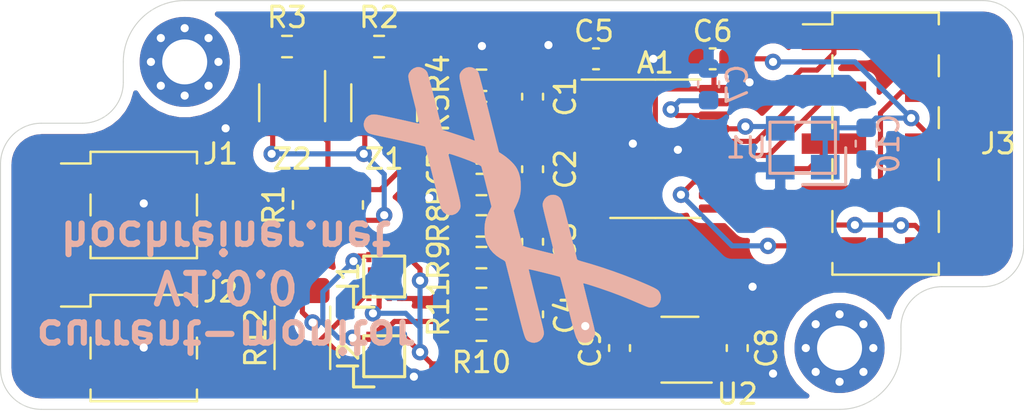
<source format=kicad_pcb>
(kicad_pcb (version 20171130) (host pcbnew 5.1.8-1.fc33)

  (general
    (thickness 1.6)
    (drawings 17)
    (tracks 273)
    (zones 0)
    (modules 35)
    (nets 28)
  )

  (page A4)
  (layers
    (0 F.Cu signal)
    (31 B.Cu signal)
    (32 B.Adhes user)
    (33 F.Adhes user)
    (34 B.Paste user)
    (35 F.Paste user)
    (36 B.SilkS user)
    (37 F.SilkS user)
    (38 B.Mask user)
    (39 F.Mask user)
    (40 Dwgs.User user)
    (41 Cmts.User user)
    (42 Eco1.User user)
    (43 Eco2.User user)
    (44 Edge.Cuts user)
    (45 Margin user)
    (46 B.CrtYd user)
    (47 F.CrtYd user)
    (48 B.Fab user hide)
    (49 F.Fab user hide)
  )

  (setup
    (last_trace_width 0.25)
    (user_trace_width 0.75)
    (trace_clearance 0.2)
    (zone_clearance 0.508)
    (zone_45_only no)
    (trace_min 0.2)
    (via_size 0.8)
    (via_drill 0.4)
    (via_min_size 0.4)
    (via_min_drill 0.3)
    (uvia_size 0.3)
    (uvia_drill 0.1)
    (uvias_allowed no)
    (uvia_min_size 0.2)
    (uvia_min_drill 0.1)
    (edge_width 0.05)
    (segment_width 0.2)
    (pcb_text_width 0.3)
    (pcb_text_size 1.5 1.5)
    (mod_edge_width 0.12)
    (mod_text_size 1 1)
    (mod_text_width 0.15)
    (pad_size 1.524 1.524)
    (pad_drill 0.762)
    (pad_to_mask_clearance 0)
    (aux_axis_origin 0 0)
    (visible_elements FFFFFF7F)
    (pcbplotparams
      (layerselection 0x010fc_ffffffff)
      (usegerberextensions false)
      (usegerberattributes true)
      (usegerberadvancedattributes true)
      (creategerberjobfile true)
      (excludeedgelayer true)
      (linewidth 0.100000)
      (plotframeref false)
      (viasonmask false)
      (mode 1)
      (useauxorigin false)
      (hpglpennumber 1)
      (hpglpenspeed 20)
      (hpglpendiameter 15.000000)
      (psnegative false)
      (psa4output false)
      (plotreference true)
      (plotvalue true)
      (plotinvisibletext false)
      (padsonsilk false)
      (subtractmaskfromsilk false)
      (outputformat 1)
      (mirror false)
      (drillshape 1)
      (scaleselection 1)
      (outputdirectory ""))
  )

  (net 0 "")
  (net 1 GND)
  (net 2 "Net-(A1-Pad17)")
  (net 3 "Net-(A1-Pad6)")
  (net 4 "Net-(A1-Pad3)")
  (net 5 /adc/3V3)
  (net 6 "Net-(A1-Pad18)")
  (net 7 /adc/COPI)
  (net 8 /adc/CIPO)
  (net 9 /adc/SCLK)
  (net 10 /adc/~DRDY)
  (net 11 /adc/~CS)
  (net 12 /adc/~SYNC)
  (net 13 "Net-(A1-Pad10)")
  (net 14 "Net-(A1-Pad9)")
  (net 15 "Net-(A1-Pad8)")
  (net 16 "Net-(A1-Pad7)")
  (net 17 "Net-(A1-Pad5)")
  (net 18 "Net-(A1-Pad4)")
  (net 19 /power/5V)
  (net 20 /sensors/S1-)
  (net 21 /sensors/S1+)
  (net 22 /sensors/OUT1)
  (net 23 /sensors/OUT2)
  (net 24 /sensors/S3-)
  (net 25 /sensors/OUT3)
  (net 26 /sensors/S3+)
  (net 27 /sensors/OUT4)

  (net_class Default "This is the default net class."
    (clearance 0.2)
    (trace_width 0.25)
    (via_dia 0.8)
    (via_drill 0.4)
    (uvia_dia 0.3)
    (uvia_drill 0.1)
    (add_net /adc/3V3)
    (add_net /adc/CIPO)
    (add_net /adc/COPI)
    (add_net /adc/SCLK)
    (add_net /adc/~CS)
    (add_net /adc/~DRDY)
    (add_net /adc/~SYNC)
    (add_net /power/5V)
    (add_net /sensors/OUT1)
    (add_net /sensors/OUT2)
    (add_net /sensors/OUT3)
    (add_net /sensors/OUT4)
    (add_net /sensors/S1+)
    (add_net /sensors/S1-)
    (add_net /sensors/S3+)
    (add_net /sensors/S3-)
    (add_net GND)
    (add_net "Net-(A1-Pad10)")
    (add_net "Net-(A1-Pad17)")
    (add_net "Net-(A1-Pad18)")
    (add_net "Net-(A1-Pad3)")
    (add_net "Net-(A1-Pad4)")
    (add_net "Net-(A1-Pad5)")
    (add_net "Net-(A1-Pad6)")
    (add_net "Net-(A1-Pad7)")
    (add_net "Net-(A1-Pad8)")
    (add_net "Net-(A1-Pad9)")
  )

  (module HH_Hochreiner:logo (layer B.Cu) (tedit 0) (tstamp 5FC95BA0)
    (at 158 110)
    (path /5FC9FF08)
    (fp_text reference L1 (at 0 0) (layer B.SilkS) hide
      (effects (font (size 1.524 1.524) (thickness 0.3)) (justify mirror))
    )
    (fp_text value logo (at 0.75 0) (layer B.SilkS) hide
      (effects (font (size 1.524 1.524) (thickness 0.3)) (justify mirror))
    )
    (fp_poly (pts (xy 3.721711 6.711095) (xy 3.837856 6.651396) (xy 3.935628 6.562894) (xy 4.008363 6.448769)
      (xy 4.043168 6.345196) (xy 4.048147 6.320685) (xy 4.051329 6.295725) (xy 4.051995 6.266902)
      (xy 4.049429 6.230804) (xy 4.042912 6.184016) (xy 4.031727 6.123126) (xy 4.015157 6.04472)
      (xy 3.992485 5.945384) (xy 3.962992 5.821706) (xy 3.925962 5.670271) (xy 3.880676 5.487667)
      (xy 3.826418 5.270479) (xy 3.769629 5.04385) (xy 3.715182 4.826356) (xy 3.663942 4.621016)
      (xy 3.616818 4.431519) (xy 3.574721 4.261559) (xy 3.53856 4.114825) (xy 3.509246 3.99501)
      (xy 3.487688 3.905805) (xy 3.474798 3.850902) (xy 3.471334 3.834029) (xy 3.490343 3.831157)
      (xy 3.547546 3.842625) (xy 3.643203 3.868511) (xy 3.777573 3.908893) (xy 3.950917 3.963847)
      (xy 4.163496 4.033451) (xy 4.328584 4.088514) (xy 4.814274 4.257858) (xy 5.297145 4.439424)
      (xy 5.789056 4.637843) (xy 6.30187 4.857743) (xy 6.320796 4.866085) (xy 6.451349 4.922815)
      (xy 6.551055 4.963654) (xy 6.627235 4.991017) (xy 6.687213 5.007319) (xy 6.738312 5.014976)
      (xy 6.776875 5.0165) (xy 6.914663 4.997494) (xy 7.035361 4.944521) (xy 7.135247 4.863651)
      (xy 7.210603 4.760952) (xy 7.257708 4.642491) (xy 7.272841 4.514338) (xy 7.252282 4.382561)
      (xy 7.217756 4.29733) (xy 7.191007 4.249466) (xy 7.161018 4.207574) (xy 7.123214 4.168816)
      (xy 7.073019 4.130352) (xy 7.005859 4.089343) (xy 6.917156 4.04295) (xy 6.802336 3.988334)
      (xy 6.656823 3.922657) (xy 6.50875 3.857398) (xy 6.012601 3.648435) (xy 5.487079 3.442753)
      (xy 4.945126 3.244956) (xy 4.399683 3.059647) (xy 3.863689 2.891429) (xy 3.48496 2.781829)
      (xy 3.366006 2.747841) (xy 3.281945 2.72118) (xy 3.226512 2.699256) (xy 3.193444 2.679477)
      (xy 3.176479 2.659253) (xy 3.173735 2.65309) (xy 3.165643 2.624875) (xy 3.148247 2.559112)
      (xy 3.122444 2.459335) (xy 3.089132 2.329083) (xy 3.049206 2.171891) (xy 3.003566 1.991296)
      (xy 2.953107 1.790836) (xy 2.898728 1.574045) (xy 2.841325 1.344462) (xy 2.81645 1.244751)
      (xy 2.735089 0.920312) (xy 2.662581 0.635173) (xy 2.599001 0.389623) (xy 2.544429 0.183951)
      (xy 2.498942 0.018445) (xy 2.462617 -0.106604) (xy 2.435533 -0.190909) (xy 2.419814 -0.230356)
      (xy 2.34195 -0.344968) (xy 2.244391 -0.427027) (xy 2.133279 -0.477517) (xy 2.014756 -0.497422)
      (xy 1.894962 -0.487725) (xy 1.780039 -0.449409) (xy 1.676128 -0.383456) (xy 1.589371 -0.290852)
      (xy 1.525909 -0.172577) (xy 1.500205 -0.083125) (xy 1.495587 -0.057735) (xy 1.492792 -0.03178)
      (xy 1.492553 -0.001827) (xy 1.495603 0.035557) (xy 1.502674 0.083804) (xy 1.514499 0.146346)
      (xy 1.53181 0.226617) (xy 1.55534 0.328047) (xy 1.58582 0.454071) (xy 1.623984 0.608121)
      (xy 1.670564 0.793628) (xy 1.726293 1.014027) (xy 1.777003 1.21402) (xy 1.831703 1.430256)
      (xy 1.882935 1.633976) (xy 1.9298 1.821533) (xy 1.971403 1.98928) (xy 2.006846 2.133571)
      (xy 2.035234 2.25076) (xy 2.055669 2.3372) (xy 2.067256 2.389245) (xy 2.06953 2.403692)
      (xy 2.047706 2.400893) (xy 1.990693 2.388844) (xy 1.904266 2.368985) (xy 1.794196 2.342756)
      (xy 1.666258 2.311597) (xy 1.526224 2.276948) (xy 1.379867 2.240249) (xy 1.232962 2.20294)
      (xy 1.09128 2.166462) (xy 0.960596 2.132253) (xy 0.846681 2.101754) (xy 0.75531 2.076405)
      (xy 0.741488 2.072439) (xy 0.650395 2.044836) (xy 0.575268 2.01966) (xy 0.524955 2.000028)
      (xy 0.508466 1.99033) (xy 0.501123 1.96653) (xy 0.48475 1.906044) (xy 0.460479 1.813283)
      (xy 0.429442 1.692657) (xy 0.39277 1.548576) (xy 0.351596 1.385449) (xy 0.307051 1.207688)
      (xy 0.286825 1.126578) (xy 0.076232 0.280796) (xy 0.197072 0.039856) (xy 0.294463 -0.174287)
      (xy 0.362536 -0.374301) (xy 0.404483 -0.573171) (xy 0.423497 -0.783884) (xy 0.425421 -0.889)
      (xy 0.414722 -1.148171) (xy 0.382104 -1.375912) (xy 0.326139 -1.577835) (xy 0.245402 -1.759555)
      (xy 0.174571 -1.875997) (xy 0.087354 -1.987559) (xy -0.027733 -2.110065) (xy -0.161156 -2.234635)
      (xy -0.303382 -2.352386) (xy -0.444876 -2.454437) (xy -0.449941 -2.457775) (xy -0.644756 -2.585697)
      (xy -1.125044 -4.494307) (xy -1.201001 -4.795096) (xy -1.273435 -5.079854) (xy -1.341666 -5.346008)
      (xy -1.405016 -5.590986) (xy -1.462805 -5.812217) (xy -1.514354 -6.007129) (xy -1.558985 -6.173149)
      (xy -1.596018 -6.307706) (xy -1.624774 -6.408227) (xy -1.644574 -6.472141) (xy -1.653115 -6.494461)
      (xy -1.724408 -6.589651) (xy -1.825304 -6.668282) (xy -1.943808 -6.721644) (xy -1.97881 -6.730939)
      (xy -2.117168 -6.7415) (xy -2.249563 -6.713057) (xy -2.36923 -6.648934) (xy -2.469404 -6.552453)
      (xy -2.527355 -6.46149) (xy -2.542013 -6.431831) (xy -2.554107 -6.403383) (xy -2.563101 -6.373213)
      (xy -2.56846 -6.338385) (xy -2.569649 -6.295965) (xy -2.566133 -6.243019) (xy -2.557376 -6.176612)
      (xy -2.542844 -6.093809) (xy -2.522002 -5.991676) (xy -2.494315 -5.867279) (xy -2.459246 -5.717683)
      (xy -2.416262 -5.539952) (xy -2.364827 -5.331154) (xy -2.304405 -5.088353) (xy -2.234463 -4.808615)
      (xy -2.203107 -4.68335) (xy -2.141355 -4.436551) (xy -2.082689 -4.20186) (xy -2.027908 -3.982484)
      (xy -1.977812 -3.781635) (xy -1.933198 -3.602523) (xy -1.894866 -3.448357) (xy -1.863615 -3.322349)
      (xy -1.840243 -3.227707) (xy -1.825551 -3.167642) (xy -1.820335 -3.145365) (xy -1.820333 -3.145326)
      (xy -1.838476 -3.148211) (xy -1.886793 -3.163702) (xy -1.956116 -3.188776) (xy -1.98266 -3.198877)
      (xy -2.053909 -3.225006) (xy -2.15876 -3.261697) (xy -2.290465 -3.306703) (xy -2.442276 -3.357778)
      (xy -2.607446 -3.412676) (xy -2.779227 -3.46915) (xy -2.950871 -3.524954) (xy -3.115631 -3.577842)
      (xy -3.226528 -3.612955) (xy -3.415639 -3.672417) (xy -3.759591 -5.037667) (xy -3.819669 -5.274689)
      (xy -3.877781 -5.501187) (xy -3.932947 -5.71351) (xy -3.984186 -5.908011) (xy -4.030519 -6.08104)
      (xy -4.070965 -6.228949) (xy -4.104543 -6.34809) (xy -4.130272 -6.434813) (xy -4.147173 -6.48547)
      (xy -4.151054 -6.494461) (xy -4.220638 -6.587957) (xy -4.319146 -6.666358) (xy -4.433519 -6.719999)
      (xy -4.469033 -6.729831) (xy -4.543924 -6.744888) (xy -4.599773 -6.747995) (xy -4.658075 -6.739402)
      (xy -4.688416 -6.732375) (xy -4.82099 -6.679017) (xy -4.933347 -6.590874) (xy -5.018913 -6.473238)
      (xy -5.025022 -6.46149) (xy -5.041804 -6.426816) (xy -5.055021 -6.393283) (xy -5.064103 -6.357356)
      (xy -5.06848 -6.3155) (xy -5.067581 -6.26418) (xy -5.060838 -6.199862) (xy -5.047679 -6.119011)
      (xy -5.027536 -6.018091) (xy -4.999838 -5.893567) (xy -4.964016 -5.741905) (xy -4.919499 -5.55957)
      (xy -4.865717 -5.343027) (xy -4.806617 -5.106767) (xy -4.754234 -4.897314) (xy -4.705087 -4.700172)
      (xy -4.66012 -4.519166) (xy -4.620277 -4.358124) (xy -4.586499 -4.220873) (xy -4.559731 -4.111239)
      (xy -4.540916 -4.033049) (xy -4.530996 -3.990131) (xy -4.529666 -3.983051) (xy -4.549245 -3.982289)
      (xy -4.604007 -3.990346) (xy -4.687992 -4.006079) (xy -4.795239 -4.028344) (xy -4.919787 -4.055997)
      (xy -4.968875 -4.067322) (xy -5.142742 -4.107268) (xy -5.333432 -4.150093) (xy -5.533942 -4.194307)
      (xy -5.737266 -4.238417) (xy -5.936401 -4.280932) (xy -6.124342 -4.320359) (xy -6.294086 -4.355208)
      (xy -6.438627 -4.383986) (xy -6.550963 -4.405201) (xy -6.576685 -4.409755) (xy -6.74543 -4.426521)
      (xy -6.887524 -4.412572) (xy -7.006597 -4.366778) (xy -7.106278 -4.288011) (xy -7.15434 -4.229965)
      (xy -7.221094 -4.103802) (xy -7.24917 -3.96816) (xy -7.238569 -3.830772) (xy -7.189289 -3.699369)
      (xy -7.15434 -3.644035) (xy -7.117849 -3.597479) (xy -7.079011 -3.558888) (xy -7.032426 -3.526157)
      (xy -6.972693 -3.497183) (xy -6.894412 -3.469861) (xy -6.792181 -3.442087) (xy -6.660601 -3.411757)
      (xy -6.49427 -3.376768) (xy -6.439817 -3.365663) (xy -6.264049 -3.329368) (xy -6.074134 -3.289071)
      (xy -5.87434 -3.245767) (xy -5.668933 -3.200448) (xy -5.462182 -3.154107) (xy -5.258354 -3.107737)
      (xy -5.061715 -3.062332) (xy -4.876532 -3.018885) (xy -4.707074 -2.978388) (xy -4.557606 -2.941835)
      (xy -4.432397 -2.910219) (xy -4.335713 -2.884533) (xy -4.271822 -2.86577) (xy -4.244991 -2.854923)
      (xy -4.244905 -2.854838) (xy -4.238625 -2.833521) (xy -4.222934 -2.774375) (xy -4.198656 -2.680649)
      (xy -4.166619 -2.555592) (xy -4.127645 -2.402454) (xy -4.08256 -2.224482) (xy -4.032189 -2.024925)
      (xy -3.977357 -1.807033) (xy -3.918889 -1.574054) (xy -3.863968 -1.354667) (xy -3.801981 -1.108084)
      (xy -3.741902 -0.871619) (xy -3.684662 -0.648782) (xy -3.631191 -0.443081) (xy -3.582422 -0.258026)
      (xy -3.539284 -0.097126) (xy -3.502708 0.036111) (xy -3.473626 0.138176) (xy -3.452968 0.205559)
      (xy -3.442884 0.232638) (xy -3.365404 0.341612) (xy -3.260488 0.424697) (xy -3.137052 0.477702)
      (xy -3.004008 0.49644) (xy -2.904411 0.485735) (xy -2.769866 0.436443) (xy -2.660712 0.353383)
      (xy -2.582944 0.248681) (xy -2.561744 0.210413) (xy -2.544543 0.173699) (xy -2.531848 0.135203)
      (xy -2.524165 0.091586) (xy -2.522001 0.039511) (xy -2.525863 -0.024361) (xy -2.536257 -0.103367)
      (xy -2.55369 -0.200845) (xy -2.57867 -0.320132) (xy -2.611702 -0.464567) (xy -2.653293 -0.637486)
      (xy -2.703951 -0.842229) (xy -2.764181 -1.082133) (xy -2.81634 -1.288722) (xy -2.871182 -1.505627)
      (xy -2.923115 -1.710845) (xy -2.971182 -1.900597) (xy -3.014421 -2.071105) (xy -3.051875 -2.218589)
      (xy -3.082583 -2.339271) (xy -3.105586 -2.429373) (xy -3.119924 -2.485116) (xy -3.124456 -2.502244)
      (xy -3.121209 -2.512536) (xy -3.10022 -2.51398) (xy -3.057189 -2.505484) (xy -2.987818 -2.485953)
      (xy -2.887807 -2.454296) (xy -2.752857 -2.409418) (xy -2.732793 -2.402647) (xy -2.529382 -2.332226)
      (xy -2.333094 -2.261056) (xy -2.148065 -2.190873) (xy -1.978428 -2.123413) (xy -1.828319 -2.060412)
      (xy -1.701872 -2.003605) (xy -1.603223 -1.954729) (xy -1.536506 -1.915518) (xy -1.505856 -1.88771)
      (xy -1.505759 -1.887522) (xy -1.497123 -1.8603) (xy -1.479436 -1.796191) (xy -1.453785 -1.699406)
      (xy -1.421257 -1.574159) (xy -1.382938 -1.424663) (xy -1.339916 -1.255131) (xy -1.293277 -1.069776)
      (xy -1.247564 -0.886704) (xy -1.007383 0.078675) (xy -1.127554 0.319796) (xy -1.209369 0.494353)
      (xy -1.26872 0.648599) (xy -1.309157 0.795621) (xy -1.33423 0.948504) (xy -1.347489 1.120335)
      (xy -1.348025 1.132416) (xy -1.344404 1.394163) (xy -1.309123 1.633549) (xy -1.240784 1.857814)
      (xy -1.182572 1.989666) (xy -1.076046 2.163845) (xy -0.93493 2.330338) (xy -0.766967 2.481435)
      (xy -0.579899 2.609428) (xy -0.534134 2.63525) (xy -0.444562 2.685101) (xy -0.385518 2.722537)
      (xy -0.349533 2.753799) (xy -0.329135 2.785132) (xy -0.318824 2.815166) (xy -0.31074 2.846501)
      (xy -0.293108 2.915778) (xy -0.266714 3.019889) (xy -0.232343 3.155723) (xy -0.190781 3.320171)
      (xy -0.142812 3.510122) (xy -0.089223 3.722467) (xy -0.030799 3.954095) (xy 0.031676 4.201898)
      (xy 0.097414 4.462765) (xy 0.151299 4.676675) (xy 0.232426 4.998922) (xy 0.303952 5.282727)
      (xy 0.366749 5.530668) (xy 0.421691 5.745319) (xy 0.469649 5.929258) (xy 0.511498 6.08506)
      (xy 0.548109 6.2153) (xy 0.580357 6.322556) (xy 0.609113 6.409403) (xy 0.63525 6.478418)
      (xy 0.659641 6.532175) (xy 0.68316 6.573252) (xy 0.706679 6.604224) (xy 0.73107 6.627667)
      (xy 0.757207 6.646158) (xy 0.785962 6.662272) (xy 0.818209 6.678586) (xy 0.831989 6.685594)
      (xy 0.963275 6.731369) (xy 1.09618 6.73881) (xy 1.224036 6.711099) (xy 1.340176 6.651416)
      (xy 1.437934 6.562941) (xy 1.510642 6.448857) (xy 1.545443 6.345196) (xy 1.549859 6.323501)
      (xy 1.552792 6.301126) (xy 1.553601 6.27513) (xy 1.551644 6.242577) (xy 1.546277 6.200525)
      (xy 1.536858 6.146036) (xy 1.522745 6.076171) (xy 1.503296 5.987991) (xy 1.477868 5.878557)
      (xy 1.445817 5.744929) (xy 1.406503 5.584168) (xy 1.359283 5.393336) (xy 1.303514 5.169493)
      (xy 1.238553 4.909699) (xy 1.184317 4.6931) (xy 1.122437 4.445376) (xy 1.063888 4.209718)
      (xy 1.009447 3.989325) (xy 0.959888 3.787395) (xy 0.915986 3.607129) (xy 0.878518 3.451725)
      (xy 0.848257 3.324384) (xy 0.825981 3.228303) (xy 0.812463 3.166682) (xy 0.808479 3.142721)
      (xy 0.808559 3.142552) (xy 0.831345 3.144436) (xy 0.88954 3.155632) (xy 0.977588 3.174765)
      (xy 1.089935 3.200462) (xy 1.221029 3.231346) (xy 1.365313 3.266045) (xy 1.517234 3.303182)
      (xy 1.671239 3.341383) (xy 1.821772 3.379273) (xy 1.96328 3.415478) (xy 2.090208 3.448623)
      (xy 2.197002 3.477333) (xy 2.278108 3.500233) (xy 2.327972 3.515949) (xy 2.341301 3.521926)
      (xy 2.350243 3.545875) (xy 2.368534 3.60757) (xy 2.395296 3.70368) (xy 2.429652 3.830871)
      (xy 2.470721 3.985813) (xy 2.517627 4.165171) (xy 2.56949 4.365614) (xy 2.625434 4.58381)
      (xy 2.684578 4.816425) (xy 2.732184 5.004999) (xy 2.805504 5.296373) (xy 2.869402 5.549589)
      (xy 2.924896 5.767515) (xy 2.973005 5.953018) (xy 3.01475 6.108965) (xy 3.051149 6.238224)
      (xy 3.083222 6.343662) (xy 3.111988 6.428147) (xy 3.138467 6.494546) (xy 3.163678 6.545726)
      (xy 3.18864 6.584555) (xy 3.214373 6.6139) (xy 3.241896 6.636628) (xy 3.272229 6.655608)
      (xy 3.306391 6.673706) (xy 3.329655 6.685594) (xy 3.460948 6.731372) (xy 3.593854 6.738813)
      (xy 3.721711 6.711095)) (layer B.SilkS) (width 0.01))
  )

  (module Resistor_SMD:R_2010_5025Metric (layer F.Cu) (tedit 5F68FEEE) (tstamp 5FC8691F)
    (at 147.75 116.5 90)
    (descr "Resistor SMD 2010 (5025 Metric), square (rectangular) end terminal, IPC_7351 nominal, (Body size source: IPC-SM-782 page 72, https://www.pcb-3d.com/wordpress/wp-content/uploads/ipc-sm-782a_amendment_1_and_2.pdf), generated with kicad-footprint-generator")
    (tags resistor)
    (path /5FC968B8)
    (attr smd)
    (fp_text reference R12 (at 0 -2.28 90) (layer F.SilkS)
      (effects (font (size 1 1) (thickness 0.15)))
    )
    (fp_text value .4 (at 0 2.28 90) (layer F.Fab)
      (effects (font (size 1 1) (thickness 0.15)))
    )
    (fp_line (start 3.18 1.58) (end -3.18 1.58) (layer F.CrtYd) (width 0.05))
    (fp_line (start 3.18 -1.58) (end 3.18 1.58) (layer F.CrtYd) (width 0.05))
    (fp_line (start -3.18 -1.58) (end 3.18 -1.58) (layer F.CrtYd) (width 0.05))
    (fp_line (start -3.18 1.58) (end -3.18 -1.58) (layer F.CrtYd) (width 0.05))
    (fp_line (start -1.527064 1.36) (end 1.527064 1.36) (layer F.SilkS) (width 0.12))
    (fp_line (start -1.527064 -1.36) (end 1.527064 -1.36) (layer F.SilkS) (width 0.12))
    (fp_line (start 2.5 1.25) (end -2.5 1.25) (layer F.Fab) (width 0.1))
    (fp_line (start 2.5 -1.25) (end 2.5 1.25) (layer F.Fab) (width 0.1))
    (fp_line (start -2.5 -1.25) (end 2.5 -1.25) (layer F.Fab) (width 0.1))
    (fp_line (start -2.5 1.25) (end -2.5 -1.25) (layer F.Fab) (width 0.1))
    (fp_text user %R (at 0 0 90) (layer F.Fab)
      (effects (font (size 1 1) (thickness 0.15)))
    )
    (pad 2 smd roundrect (at 2.3125 0 90) (size 1.225 2.65) (layers F.Cu F.Paste F.Mask) (roundrect_rratio 0.204082)
      (net 24 /sensors/S3-))
    (pad 1 smd roundrect (at -2.3125 0 90) (size 1.225 2.65) (layers F.Cu F.Paste F.Mask) (roundrect_rratio 0.204082)
      (net 26 /sensors/S3+))
    (model ${KISYS3DMOD}/Resistor_SMD.3dshapes/R_2010_5025Metric.wrl
      (at (xyz 0 0 0))
      (scale (xyz 1 1 1))
      (rotate (xyz 0 0 0))
    )
  )

  (module Connector_PinHeader_2.54mm:PinHeader_2x02_P2.54mm_Vertical_SMD (layer F.Cu) (tedit 59FED5CC) (tstamp 5FC86726)
    (at 140 117)
    (descr "surface-mounted straight pin header, 2x02, 2.54mm pitch, double rows")
    (tags "Surface mounted pin header SMD 2x02 2.54mm double row")
    (path /5FC96924)
    (attr smd)
    (fp_text reference J2 (at 3.75 -2.75) (layer F.SilkS)
      (effects (font (size 1 1) (thickness 0.15)))
    )
    (fp_text value Conn_02x02_Odd_Even (at 0 3.6) (layer F.Fab)
      (effects (font (size 1 1) (thickness 0.15)))
    )
    (fp_line (start 2.54 2.54) (end -2.54 2.54) (layer F.Fab) (width 0.1))
    (fp_line (start -1.59 -2.54) (end 2.54 -2.54) (layer F.Fab) (width 0.1))
    (fp_line (start -2.54 2.54) (end -2.54 -1.59) (layer F.Fab) (width 0.1))
    (fp_line (start -2.54 -1.59) (end -1.59 -2.54) (layer F.Fab) (width 0.1))
    (fp_line (start 2.54 -2.54) (end 2.54 2.54) (layer F.Fab) (width 0.1))
    (fp_line (start -2.54 -1.59) (end -3.6 -1.59) (layer F.Fab) (width 0.1))
    (fp_line (start -3.6 -1.59) (end -3.6 -0.95) (layer F.Fab) (width 0.1))
    (fp_line (start -3.6 -0.95) (end -2.54 -0.95) (layer F.Fab) (width 0.1))
    (fp_line (start 2.54 -1.59) (end 3.6 -1.59) (layer F.Fab) (width 0.1))
    (fp_line (start 3.6 -1.59) (end 3.6 -0.95) (layer F.Fab) (width 0.1))
    (fp_line (start 3.6 -0.95) (end 2.54 -0.95) (layer F.Fab) (width 0.1))
    (fp_line (start -2.54 0.95) (end -3.6 0.95) (layer F.Fab) (width 0.1))
    (fp_line (start -3.6 0.95) (end -3.6 1.59) (layer F.Fab) (width 0.1))
    (fp_line (start -3.6 1.59) (end -2.54 1.59) (layer F.Fab) (width 0.1))
    (fp_line (start 2.54 0.95) (end 3.6 0.95) (layer F.Fab) (width 0.1))
    (fp_line (start 3.6 0.95) (end 3.6 1.59) (layer F.Fab) (width 0.1))
    (fp_line (start 3.6 1.59) (end 2.54 1.59) (layer F.Fab) (width 0.1))
    (fp_line (start -2.6 -2.6) (end 2.6 -2.6) (layer F.SilkS) (width 0.12))
    (fp_line (start -2.6 2.6) (end 2.6 2.6) (layer F.SilkS) (width 0.12))
    (fp_line (start -4.04 -2.03) (end -2.6 -2.03) (layer F.SilkS) (width 0.12))
    (fp_line (start -2.6 -2.6) (end -2.6 -2.03) (layer F.SilkS) (width 0.12))
    (fp_line (start 2.6 -2.6) (end 2.6 -2.03) (layer F.SilkS) (width 0.12))
    (fp_line (start -2.6 2.03) (end -2.6 2.6) (layer F.SilkS) (width 0.12))
    (fp_line (start 2.6 2.03) (end 2.6 2.6) (layer F.SilkS) (width 0.12))
    (fp_line (start -2.6 -0.51) (end -2.6 0.51) (layer F.SilkS) (width 0.12))
    (fp_line (start 2.6 -0.51) (end 2.6 0.51) (layer F.SilkS) (width 0.12))
    (fp_line (start -5.9 -3.05) (end -5.9 3.05) (layer F.CrtYd) (width 0.05))
    (fp_line (start -5.9 3.05) (end 5.9 3.05) (layer F.CrtYd) (width 0.05))
    (fp_line (start 5.9 3.05) (end 5.9 -3.05) (layer F.CrtYd) (width 0.05))
    (fp_line (start 5.9 -3.05) (end -5.9 -3.05) (layer F.CrtYd) (width 0.05))
    (fp_text user %R (at 0 0 90) (layer F.Fab)
      (effects (font (size 1 1) (thickness 0.15)))
    )
    (pad 4 smd rect (at 2.525 1.27) (size 3.15 1) (layers F.Cu F.Paste F.Mask)
      (net 26 /sensors/S3+))
    (pad 3 smd rect (at -2.525 1.27) (size 3.15 1) (layers F.Cu F.Paste F.Mask)
      (net 1 GND))
    (pad 2 smd rect (at 2.525 -1.27) (size 3.15 1) (layers F.Cu F.Paste F.Mask)
      (net 24 /sensors/S3-))
    (pad 1 smd rect (at -2.525 -1.27) (size 3.15 1) (layers F.Cu F.Paste F.Mask)
      (net 1 GND))
    (model ${KISYS3DMOD}/Connector_PinHeader_2.54mm.3dshapes/PinHeader_2x02_P2.54mm_Vertical_SMD.wrl
      (at (xyz 0 0 0))
      (scale (xyz 1 1 1))
      (rotate (xyz 0 0 0))
    )
  )

  (module HH_TexasInstruments:INA381-WSON (layer F.Cu) (tedit 5FC7F725) (tstamp 5FC934E7)
    (at 151.75 117.4 90)
    (path /5FC577BA/5FC9FD95)
    (fp_text reference I2 (at 0 -1.75 90) (layer F.SilkS)
      (effects (font (size 1 1) (thickness 0.15)))
    )
    (fp_text value INA381 (at 0 -3 90) (layer F.Fab)
      (effects (font (size 1 1) (thickness 0.15)))
    )
    (fp_line (start -1 -1) (end 1 -1) (layer F.SilkS) (width 0.15))
    (fp_line (start 1 -1) (end 1 1) (layer F.SilkS) (width 0.15))
    (fp_line (start 1 1) (end -1 1) (layer F.SilkS) (width 0.15))
    (fp_line (start -1 1) (end -1 -1) (layer F.SilkS) (width 0.15))
    (fp_line (start -0.5 -1.5) (end -1.5 -1.5) (layer F.SilkS) (width 0.15))
    (fp_line (start -1.5 -1.5) (end -1.5 -0.5) (layer F.SilkS) (width 0.15))
    (pad 8 smd rect (at 0.95 -0.75 90) (size 0.5 0.25) (layers F.Cu F.Paste F.Mask)
      (net 24 /sensors/S3-))
    (pad 7 smd rect (at 0.95 -0.25 90) (size 0.5 0.25) (layers F.Cu F.Paste F.Mask)
      (net 27 /sensors/OUT4))
    (pad 6 smd rect (at 0.95 0.25 90) (size 0.5 0.25) (layers F.Cu F.Paste F.Mask)
      (net 27 /sensors/OUT4))
    (pad 5 smd rect (at 0.95 0.75 90) (size 0.5 0.25) (layers F.Cu F.Paste F.Mask)
      (net 5 /adc/3V3))
    (pad 4 smd rect (at -0.95 0.75 90) (size 0.5 0.25) (layers F.Cu F.Paste F.Mask)
      (net 1 GND))
    (pad 3 smd rect (at -0.95 0.25 90) (size 0.5 0.25) (layers F.Cu F.Paste F.Mask))
    (pad 2 smd rect (at -0.95 -0.25 90) (size 0.5 0.25) (layers F.Cu F.Paste F.Mask)
      (net 5 /adc/3V3))
    (pad 1 smd rect (at -0.95 -0.75 90) (size 0.5 0.25) (layers F.Cu F.Paste F.Mask)
      (net 26 /sensors/S3+))
    (pad PAD smd rect (at 0 0 90) (size 0.9 1.6) (layers F.Cu F.Paste F.Mask)
      (net 1 GND))
  )

  (module HH_TexasInstruments:INA381-WSON (layer F.Cu) (tedit 5FC7F725) (tstamp 5FC9351D)
    (at 151.75 113.5 90)
    (path /5FC577BA/5FC9F5FA)
    (fp_text reference I1 (at 0 -1.75 90) (layer F.SilkS)
      (effects (font (size 1 1) (thickness 0.15)))
    )
    (fp_text value INA381 (at 0 -3 90) (layer F.Fab)
      (effects (font (size 1 1) (thickness 0.15)))
    )
    (fp_line (start -1 -1) (end 1 -1) (layer F.SilkS) (width 0.15))
    (fp_line (start 1 -1) (end 1 1) (layer F.SilkS) (width 0.15))
    (fp_line (start 1 1) (end -1 1) (layer F.SilkS) (width 0.15))
    (fp_line (start -1 1) (end -1 -1) (layer F.SilkS) (width 0.15))
    (fp_line (start -0.5 -1.5) (end -1.5 -1.5) (layer F.SilkS) (width 0.15))
    (fp_line (start -1.5 -1.5) (end -1.5 -0.5) (layer F.SilkS) (width 0.15))
    (pad 8 smd rect (at 0.95 -0.75 90) (size 0.5 0.25) (layers F.Cu F.Paste F.Mask)
      (net 24 /sensors/S3-))
    (pad 7 smd rect (at 0.95 -0.25 90) (size 0.5 0.25) (layers F.Cu F.Paste F.Mask)
      (net 25 /sensors/OUT3))
    (pad 6 smd rect (at 0.95 0.25 90) (size 0.5 0.25) (layers F.Cu F.Paste F.Mask)
      (net 25 /sensors/OUT3))
    (pad 5 smd rect (at 0.95 0.75 90) (size 0.5 0.25) (layers F.Cu F.Paste F.Mask)
      (net 5 /adc/3V3))
    (pad 4 smd rect (at -0.95 0.75 90) (size 0.5 0.25) (layers F.Cu F.Paste F.Mask)
      (net 1 GND))
    (pad 3 smd rect (at -0.95 0.25 90) (size 0.5 0.25) (layers F.Cu F.Paste F.Mask))
    (pad 2 smd rect (at -0.95 -0.25 90) (size 0.5 0.25) (layers F.Cu F.Paste F.Mask)
      (net 5 /adc/3V3))
    (pad 1 smd rect (at -0.95 -0.75 90) (size 0.5 0.25) (layers F.Cu F.Paste F.Mask)
      (net 26 /sensors/S3+))
    (pad PAD smd rect (at 0 0 90) (size 0.9 1.6) (layers F.Cu F.Paste F.Mask)
      (net 1 GND))
  )

  (module MountingHole:MountingHole_2.2mm_M2_Pad_Via (layer F.Cu) (tedit 56DDB9C7) (tstamp 5FC7F72F)
    (at 174 117)
    (descr "Mounting Hole 2.2mm, M2")
    (tags "mounting hole 2.2mm m2")
    (path /5FC83785)
    (attr virtual)
    (fp_text reference H2 (at 0 -3.2) (layer F.SilkS) hide
      (effects (font (size 1 1) (thickness 0.15)))
    )
    (fp_text value MountingHole (at 0 3.2) (layer F.Fab) hide
      (effects (font (size 1 1) (thickness 0.15)))
    )
    (fp_circle (center 0 0) (end 2.2 0) (layer Cmts.User) (width 0.15))
    (fp_circle (center 0 0) (end 2.45 0) (layer F.CrtYd) (width 0.05))
    (fp_text user %R (at 0.3 0) (layer F.Fab) hide
      (effects (font (size 1 1) (thickness 0.15)))
    )
    (pad 1 thru_hole circle (at 1.166726 -1.166726) (size 0.7 0.7) (drill 0.4) (layers *.Cu *.Mask))
    (pad 1 thru_hole circle (at 0 -1.65) (size 0.7 0.7) (drill 0.4) (layers *.Cu *.Mask))
    (pad 1 thru_hole circle (at -1.166726 -1.166726) (size 0.7 0.7) (drill 0.4) (layers *.Cu *.Mask))
    (pad 1 thru_hole circle (at -1.65 0) (size 0.7 0.7) (drill 0.4) (layers *.Cu *.Mask))
    (pad 1 thru_hole circle (at -1.166726 1.166726) (size 0.7 0.7) (drill 0.4) (layers *.Cu *.Mask))
    (pad 1 thru_hole circle (at 0 1.65) (size 0.7 0.7) (drill 0.4) (layers *.Cu *.Mask))
    (pad 1 thru_hole circle (at 1.166726 1.166726) (size 0.7 0.7) (drill 0.4) (layers *.Cu *.Mask))
    (pad 1 thru_hole circle (at 1.65 0) (size 0.7 0.7) (drill 0.4) (layers *.Cu *.Mask))
    (pad 1 thru_hole circle (at 0 0) (size 4.4 4.4) (drill 2.2) (layers *.Cu *.Mask))
  )

  (module MountingHole:MountingHole_2.2mm_M2_Pad_Via (layer F.Cu) (tedit 56DDB9C7) (tstamp 5FC7F71F)
    (at 142 103)
    (descr "Mounting Hole 2.2mm, M2")
    (tags "mounting hole 2.2mm m2")
    (path /5FC83AA2)
    (attr virtual)
    (fp_text reference H1 (at 0 -3.2) (layer F.SilkS) hide
      (effects (font (size 1 1) (thickness 0.15)))
    )
    (fp_text value MountingHole (at 0 3.2) (layer F.Fab) hide
      (effects (font (size 1 1) (thickness 0.15)))
    )
    (fp_circle (center 0 0) (end 2.2 0) (layer Cmts.User) (width 0.15))
    (fp_circle (center 0 0) (end 2.45 0) (layer F.CrtYd) (width 0.05))
    (fp_text user %R (at 0.3 0) (layer F.Fab) hide
      (effects (font (size 1 1) (thickness 0.15)))
    )
    (pad 1 thru_hole circle (at 1.166726 -1.166726) (size 0.7 0.7) (drill 0.4) (layers *.Cu *.Mask))
    (pad 1 thru_hole circle (at 0 -1.65) (size 0.7 0.7) (drill 0.4) (layers *.Cu *.Mask))
    (pad 1 thru_hole circle (at -1.166726 -1.166726) (size 0.7 0.7) (drill 0.4) (layers *.Cu *.Mask))
    (pad 1 thru_hole circle (at -1.65 0) (size 0.7 0.7) (drill 0.4) (layers *.Cu *.Mask))
    (pad 1 thru_hole circle (at -1.166726 1.166726) (size 0.7 0.7) (drill 0.4) (layers *.Cu *.Mask))
    (pad 1 thru_hole circle (at 0 1.65) (size 0.7 0.7) (drill 0.4) (layers *.Cu *.Mask))
    (pad 1 thru_hole circle (at 1.166726 1.166726) (size 0.7 0.7) (drill 0.4) (layers *.Cu *.Mask))
    (pad 1 thru_hole circle (at 1.65 0) (size 0.7 0.7) (drill 0.4) (layers *.Cu *.Mask))
    (pad 1 thru_hole circle (at 0 0) (size 4.4 4.4) (drill 2.2) (layers *.Cu *.Mask))
  )

  (module Resistor_SMD:R_0612_1632Metric (layer F.Cu) (tedit 5F68FEEE) (tstamp 5FC45D8D)
    (at 149 110 90)
    (descr "Resistor SMD 0612 (1632 Metric), square (rectangular) end terminal, IPC_7351 nominal, (Body size source: https://www.vishay.com/docs/20019/rcwe.pdf), generated with kicad-footprint-generator")
    (tags resistor)
    (path /5FC44931)
    (attr smd)
    (fp_text reference R1 (at 0 -2.65 90) (layer F.SilkS)
      (effects (font (size 1 1) (thickness 0.15)))
    )
    (fp_text value 2 (at 0 2.65 90) (layer F.Fab)
      (effects (font (size 1 1) (thickness 0.15)))
    )
    (fp_line (start 1.5 1.95) (end -1.5 1.95) (layer F.CrtYd) (width 0.05))
    (fp_line (start 1.5 -1.95) (end 1.5 1.95) (layer F.CrtYd) (width 0.05))
    (fp_line (start -1.5 -1.95) (end 1.5 -1.95) (layer F.CrtYd) (width 0.05))
    (fp_line (start -1.5 1.95) (end -1.5 -1.95) (layer F.CrtYd) (width 0.05))
    (fp_line (start -0.182983 1.71) (end 0.182983 1.71) (layer F.SilkS) (width 0.12))
    (fp_line (start -0.182983 -1.71) (end 0.182983 -1.71) (layer F.SilkS) (width 0.12))
    (fp_line (start 0.8 1.6) (end -0.8 1.6) (layer F.Fab) (width 0.1))
    (fp_line (start 0.8 -1.6) (end 0.8 1.6) (layer F.Fab) (width 0.1))
    (fp_line (start -0.8 -1.6) (end 0.8 -1.6) (layer F.Fab) (width 0.1))
    (fp_line (start -0.8 1.6) (end -0.8 -1.6) (layer F.Fab) (width 0.1))
    (fp_text user %R (at 0 0 90) (layer F.Fab)
      (effects (font (size 0.4 0.4) (thickness 0.06)))
    )
    (pad 2 smd roundrect (at 0.75 0 90) (size 1 3.4) (layers F.Cu F.Paste F.Mask) (roundrect_rratio 0.25)
      (net 20 /sensors/S1-))
    (pad 1 smd roundrect (at -0.75 0 90) (size 1 3.4) (layers F.Cu F.Paste F.Mask) (roundrect_rratio 0.25)
      (net 21 /sensors/S1+))
    (model ${KISYS3DMOD}/Resistor_SMD.3dshapes/R_0612_1632Metric.wrl
      (at (xyz 0 0 0))
      (scale (xyz 1 1 1))
      (rotate (xyz 0 0 0))
    )
  )

  (module Connector_PinHeader_2.54mm:PinHeader_2x02_P2.54mm_Vertical_SMD (layer F.Cu) (tedit 59FED5CC) (tstamp 5FC553CF)
    (at 140 110)
    (descr "surface-mounted straight pin header, 2x02, 2.54mm pitch, double rows")
    (tags "Surface mounted pin header SMD 2x02 2.54mm double row")
    (path /5FC56274)
    (attr smd)
    (fp_text reference J1 (at 3.75 -2.5) (layer F.SilkS)
      (effects (font (size 1 1) (thickness 0.15)))
    )
    (fp_text value Conn_02x02_Odd_Even (at 0 3.6) (layer F.Fab)
      (effects (font (size 1 1) (thickness 0.15)))
    )
    (fp_line (start 5.9 -3.05) (end -5.9 -3.05) (layer F.CrtYd) (width 0.05))
    (fp_line (start 5.9 3.05) (end 5.9 -3.05) (layer F.CrtYd) (width 0.05))
    (fp_line (start -5.9 3.05) (end 5.9 3.05) (layer F.CrtYd) (width 0.05))
    (fp_line (start -5.9 -3.05) (end -5.9 3.05) (layer F.CrtYd) (width 0.05))
    (fp_line (start 2.6 -0.51) (end 2.6 0.51) (layer F.SilkS) (width 0.12))
    (fp_line (start -2.6 -0.51) (end -2.6 0.51) (layer F.SilkS) (width 0.12))
    (fp_line (start 2.6 2.03) (end 2.6 2.6) (layer F.SilkS) (width 0.12))
    (fp_line (start -2.6 2.03) (end -2.6 2.6) (layer F.SilkS) (width 0.12))
    (fp_line (start 2.6 -2.6) (end 2.6 -2.03) (layer F.SilkS) (width 0.12))
    (fp_line (start -2.6 -2.6) (end -2.6 -2.03) (layer F.SilkS) (width 0.12))
    (fp_line (start -4.04 -2.03) (end -2.6 -2.03) (layer F.SilkS) (width 0.12))
    (fp_line (start -2.6 2.6) (end 2.6 2.6) (layer F.SilkS) (width 0.12))
    (fp_line (start -2.6 -2.6) (end 2.6 -2.6) (layer F.SilkS) (width 0.12))
    (fp_line (start 3.6 1.59) (end 2.54 1.59) (layer F.Fab) (width 0.1))
    (fp_line (start 3.6 0.95) (end 3.6 1.59) (layer F.Fab) (width 0.1))
    (fp_line (start 2.54 0.95) (end 3.6 0.95) (layer F.Fab) (width 0.1))
    (fp_line (start -3.6 1.59) (end -2.54 1.59) (layer F.Fab) (width 0.1))
    (fp_line (start -3.6 0.95) (end -3.6 1.59) (layer F.Fab) (width 0.1))
    (fp_line (start -2.54 0.95) (end -3.6 0.95) (layer F.Fab) (width 0.1))
    (fp_line (start 3.6 -0.95) (end 2.54 -0.95) (layer F.Fab) (width 0.1))
    (fp_line (start 3.6 -1.59) (end 3.6 -0.95) (layer F.Fab) (width 0.1))
    (fp_line (start 2.54 -1.59) (end 3.6 -1.59) (layer F.Fab) (width 0.1))
    (fp_line (start -3.6 -0.95) (end -2.54 -0.95) (layer F.Fab) (width 0.1))
    (fp_line (start -3.6 -1.59) (end -3.6 -0.95) (layer F.Fab) (width 0.1))
    (fp_line (start -2.54 -1.59) (end -3.6 -1.59) (layer F.Fab) (width 0.1))
    (fp_line (start 2.54 -2.54) (end 2.54 2.54) (layer F.Fab) (width 0.1))
    (fp_line (start -2.54 -1.59) (end -1.59 -2.54) (layer F.Fab) (width 0.1))
    (fp_line (start -2.54 2.54) (end -2.54 -1.59) (layer F.Fab) (width 0.1))
    (fp_line (start -1.59 -2.54) (end 2.54 -2.54) (layer F.Fab) (width 0.1))
    (fp_line (start 2.54 2.54) (end -2.54 2.54) (layer F.Fab) (width 0.1))
    (fp_text user %R (at 0 0 -270) (layer F.Fab)
      (effects (font (size 1 1) (thickness 0.15)))
    )
    (pad 4 smd rect (at 2.525 1.27) (size 3.15 1) (layers F.Cu F.Paste F.Mask)
      (net 21 /sensors/S1+))
    (pad 3 smd rect (at -2.525 1.27) (size 3.15 1) (layers F.Cu F.Paste F.Mask)
      (net 1 GND))
    (pad 2 smd rect (at 2.525 -1.27) (size 3.15 1) (layers F.Cu F.Paste F.Mask)
      (net 20 /sensors/S1-))
    (pad 1 smd rect (at -2.525 -1.27) (size 3.15 1) (layers F.Cu F.Paste F.Mask)
      (net 1 GND))
    (model ${KISYS3DMOD}/Connector_PinHeader_2.54mm.3dshapes/PinHeader_2x02_P2.54mm_Vertical_SMD.wrl
      (at (xyz 0 0 0))
      (scale (xyz 1 1 1))
      (rotate (xyz 0 0 0))
    )
  )

  (module Connector_PinHeader_2.54mm:PinHeader_2x05_P2.54mm_Vertical_SMD (layer F.Cu) (tedit 59FED5CC) (tstamp 5FC54B53)
    (at 176.25 107)
    (descr "surface-mounted straight pin header, 2x05, 2.54mm pitch, double rows")
    (tags "Surface mounted pin header SMD 2x05 2.54mm double row")
    (path /5FC553C8)
    (attr smd)
    (fp_text reference J3 (at 5.5 0) (layer F.SilkS)
      (effects (font (size 1 1) (thickness 0.15)))
    )
    (fp_text value Conn_02x05_Odd_Even (at 0 7.41) (layer F.Fab)
      (effects (font (size 1 1) (thickness 0.15)))
    )
    (fp_line (start 5.9 -6.85) (end -5.9 -6.85) (layer F.CrtYd) (width 0.05))
    (fp_line (start 5.9 6.85) (end 5.9 -6.85) (layer F.CrtYd) (width 0.05))
    (fp_line (start -5.9 6.85) (end 5.9 6.85) (layer F.CrtYd) (width 0.05))
    (fp_line (start -5.9 -6.85) (end -5.9 6.85) (layer F.CrtYd) (width 0.05))
    (fp_line (start 2.6 3.3) (end 2.6 4.32) (layer F.SilkS) (width 0.12))
    (fp_line (start -2.6 3.3) (end -2.6 4.32) (layer F.SilkS) (width 0.12))
    (fp_line (start 2.6 0.76) (end 2.6 1.78) (layer F.SilkS) (width 0.12))
    (fp_line (start -2.6 0.76) (end -2.6 1.78) (layer F.SilkS) (width 0.12))
    (fp_line (start 2.6 -1.78) (end 2.6 -0.76) (layer F.SilkS) (width 0.12))
    (fp_line (start -2.6 -1.78) (end -2.6 -0.76) (layer F.SilkS) (width 0.12))
    (fp_line (start 2.6 -4.32) (end 2.6 -3.3) (layer F.SilkS) (width 0.12))
    (fp_line (start -2.6 -4.32) (end -2.6 -3.3) (layer F.SilkS) (width 0.12))
    (fp_line (start 2.6 5.84) (end 2.6 6.41) (layer F.SilkS) (width 0.12))
    (fp_line (start -2.6 5.84) (end -2.6 6.41) (layer F.SilkS) (width 0.12))
    (fp_line (start 2.6 -6.41) (end 2.6 -5.84) (layer F.SilkS) (width 0.12))
    (fp_line (start -2.6 -6.41) (end -2.6 -5.84) (layer F.SilkS) (width 0.12))
    (fp_line (start -4.04 -5.84) (end -2.6 -5.84) (layer F.SilkS) (width 0.12))
    (fp_line (start -2.6 6.41) (end 2.6 6.41) (layer F.SilkS) (width 0.12))
    (fp_line (start -2.6 -6.41) (end 2.6 -6.41) (layer F.SilkS) (width 0.12))
    (fp_line (start 3.6 5.4) (end 2.54 5.4) (layer F.Fab) (width 0.1))
    (fp_line (start 3.6 4.76) (end 3.6 5.4) (layer F.Fab) (width 0.1))
    (fp_line (start 2.54 4.76) (end 3.6 4.76) (layer F.Fab) (width 0.1))
    (fp_line (start -3.6 5.4) (end -2.54 5.4) (layer F.Fab) (width 0.1))
    (fp_line (start -3.6 4.76) (end -3.6 5.4) (layer F.Fab) (width 0.1))
    (fp_line (start -2.54 4.76) (end -3.6 4.76) (layer F.Fab) (width 0.1))
    (fp_line (start 3.6 2.86) (end 2.54 2.86) (layer F.Fab) (width 0.1))
    (fp_line (start 3.6 2.22) (end 3.6 2.86) (layer F.Fab) (width 0.1))
    (fp_line (start 2.54 2.22) (end 3.6 2.22) (layer F.Fab) (width 0.1))
    (fp_line (start -3.6 2.86) (end -2.54 2.86) (layer F.Fab) (width 0.1))
    (fp_line (start -3.6 2.22) (end -3.6 2.86) (layer F.Fab) (width 0.1))
    (fp_line (start -2.54 2.22) (end -3.6 2.22) (layer F.Fab) (width 0.1))
    (fp_line (start 3.6 0.32) (end 2.54 0.32) (layer F.Fab) (width 0.1))
    (fp_line (start 3.6 -0.32) (end 3.6 0.32) (layer F.Fab) (width 0.1))
    (fp_line (start 2.54 -0.32) (end 3.6 -0.32) (layer F.Fab) (width 0.1))
    (fp_line (start -3.6 0.32) (end -2.54 0.32) (layer F.Fab) (width 0.1))
    (fp_line (start -3.6 -0.32) (end -3.6 0.32) (layer F.Fab) (width 0.1))
    (fp_line (start -2.54 -0.32) (end -3.6 -0.32) (layer F.Fab) (width 0.1))
    (fp_line (start 3.6 -2.22) (end 2.54 -2.22) (layer F.Fab) (width 0.1))
    (fp_line (start 3.6 -2.86) (end 3.6 -2.22) (layer F.Fab) (width 0.1))
    (fp_line (start 2.54 -2.86) (end 3.6 -2.86) (layer F.Fab) (width 0.1))
    (fp_line (start -3.6 -2.22) (end -2.54 -2.22) (layer F.Fab) (width 0.1))
    (fp_line (start -3.6 -2.86) (end -3.6 -2.22) (layer F.Fab) (width 0.1))
    (fp_line (start -2.54 -2.86) (end -3.6 -2.86) (layer F.Fab) (width 0.1))
    (fp_line (start 3.6 -4.76) (end 2.54 -4.76) (layer F.Fab) (width 0.1))
    (fp_line (start 3.6 -5.4) (end 3.6 -4.76) (layer F.Fab) (width 0.1))
    (fp_line (start 2.54 -5.4) (end 3.6 -5.4) (layer F.Fab) (width 0.1))
    (fp_line (start -3.6 -4.76) (end -2.54 -4.76) (layer F.Fab) (width 0.1))
    (fp_line (start -3.6 -5.4) (end -3.6 -4.76) (layer F.Fab) (width 0.1))
    (fp_line (start -2.54 -5.4) (end -3.6 -5.4) (layer F.Fab) (width 0.1))
    (fp_line (start 2.54 -6.35) (end 2.54 6.35) (layer F.Fab) (width 0.1))
    (fp_line (start -2.54 -5.4) (end -1.59 -6.35) (layer F.Fab) (width 0.1))
    (fp_line (start -2.54 6.35) (end -2.54 -5.4) (layer F.Fab) (width 0.1))
    (fp_line (start -1.59 -6.35) (end 2.54 -6.35) (layer F.Fab) (width 0.1))
    (fp_line (start 2.54 6.35) (end -2.54 6.35) (layer F.Fab) (width 0.1))
    (fp_text user %R (at 0 0 90) (layer F.Fab)
      (effects (font (size 1 1) (thickness 0.15)))
    )
    (pad 10 smd rect (at 2.525 5.08) (size 3.15 1) (layers F.Cu F.Paste F.Mask)
      (net 12 /adc/~SYNC))
    (pad 9 smd rect (at -2.525 5.08) (size 3.15 1) (layers F.Cu F.Paste F.Mask)
      (net 10 /adc/~DRDY))
    (pad 8 smd rect (at 2.525 2.54) (size 3.15 1) (layers F.Cu F.Paste F.Mask)
      (net 1 GND))
    (pad 7 smd rect (at -2.525 2.54) (size 3.15 1) (layers F.Cu F.Paste F.Mask)
      (net 11 /adc/~CS))
    (pad 6 smd rect (at 2.525 0) (size 3.15 1) (layers F.Cu F.Paste F.Mask)
      (net 5 /adc/3V3))
    (pad 5 smd rect (at -2.525 0) (size 3.15 1) (layers F.Cu F.Paste F.Mask)
      (net 9 /adc/SCLK))
    (pad 4 smd rect (at 2.525 -2.54) (size 3.15 1) (layers F.Cu F.Paste F.Mask)
      (net 19 /power/5V))
    (pad 3 smd rect (at -2.525 -2.54) (size 3.15 1) (layers F.Cu F.Paste F.Mask)
      (net 8 /adc/CIPO))
    (pad 2 smd rect (at 2.525 -5.08) (size 3.15 1) (layers F.Cu F.Paste F.Mask)
      (net 1 GND))
    (pad 1 smd rect (at -2.525 -5.08) (size 3.15 1) (layers F.Cu F.Paste F.Mask)
      (net 7 /adc/COPI))
    (model ${KISYS3DMOD}/Connector_PinHeader_2.54mm.3dshapes/PinHeader_2x05_P2.54mm_Vertical_SMD.wrl
      (at (xyz 0 0 0))
      (scale (xyz 1 1 1))
      (rotate (xyz 0 0 0))
    )
  )

  (module Capacitor_SMD:C_0603_1608Metric (layer B.Cu) (tedit 5F68FEEE) (tstamp 5FC44E7A)
    (at 175.3 107 270)
    (descr "Capacitor SMD 0603 (1608 Metric), square (rectangular) end terminal, IPC_7351 nominal, (Body size source: IPC-SM-782 page 76, https://www.pcb-3d.com/wordpress/wp-content/uploads/ipc-sm-782a_amendment_1_and_2.pdf), generated with kicad-footprint-generator")
    (tags capacitor)
    (path /5FC723A8/5FCED712)
    (attr smd)
    (fp_text reference C10 (at 0 -1.1 270) (layer B.SilkS)
      (effects (font (size 1 1) (thickness 0.15)) (justify mirror))
    )
    (fp_text value 0.1µF (at 0 -1.43 270) (layer B.Fab)
      (effects (font (size 1 1) (thickness 0.15)) (justify mirror))
    )
    (fp_line (start -0.8 -0.4) (end -0.8 0.4) (layer B.Fab) (width 0.1))
    (fp_line (start -0.8 0.4) (end 0.8 0.4) (layer B.Fab) (width 0.1))
    (fp_line (start 0.8 0.4) (end 0.8 -0.4) (layer B.Fab) (width 0.1))
    (fp_line (start 0.8 -0.4) (end -0.8 -0.4) (layer B.Fab) (width 0.1))
    (fp_line (start -0.14058 0.51) (end 0.14058 0.51) (layer B.SilkS) (width 0.12))
    (fp_line (start -0.14058 -0.51) (end 0.14058 -0.51) (layer B.SilkS) (width 0.12))
    (fp_line (start -1.48 -0.73) (end -1.48 0.73) (layer B.CrtYd) (width 0.05))
    (fp_line (start -1.48 0.73) (end 1.48 0.73) (layer B.CrtYd) (width 0.05))
    (fp_line (start 1.48 0.73) (end 1.48 -0.73) (layer B.CrtYd) (width 0.05))
    (fp_line (start 1.48 -0.73) (end -1.48 -0.73) (layer B.CrtYd) (width 0.05))
    (fp_text user %R (at 0 0 270) (layer B.Fab)
      (effects (font (size 0.4 0.4) (thickness 0.06)) (justify mirror))
    )
    (pad 2 smd roundrect (at 0.775 0 270) (size 0.9 0.95) (layers B.Cu B.Paste B.Mask) (roundrect_rratio 0.25)
      (net 1 GND))
    (pad 1 smd roundrect (at -0.775 0 270) (size 0.9 0.95) (layers B.Cu B.Paste B.Mask) (roundrect_rratio 0.25)
      (net 5 /adc/3V3))
    (model ${KISYS3DMOD}/Capacitor_SMD.3dshapes/C_0603_1608Metric.wrl
      (at (xyz 0 0 0))
      (scale (xyz 1 1 1))
      (rotate (xyz 0 0 0))
    )
  )

  (module Package_TO_SOT_SMD:SOT-23-5 (layer F.Cu) (tedit 5A02FF57) (tstamp 5FC5706E)
    (at 147.25 105 270)
    (descr "5-pin SOT23 package")
    (tags SOT-23-5)
    (path /5FC577BA/5FC597EF)
    (attr smd)
    (fp_text reference Z2 (at 2.75 0 180) (layer F.SilkS)
      (effects (font (size 1 1) (thickness 0.15)))
    )
    (fp_text value ZXCT1110W5-7 (at 0 2.9 90) (layer F.Fab)
      (effects (font (size 1 1) (thickness 0.15)))
    )
    (fp_line (start -0.9 1.61) (end 0.9 1.61) (layer F.SilkS) (width 0.12))
    (fp_line (start 0.9 -1.61) (end -1.55 -1.61) (layer F.SilkS) (width 0.12))
    (fp_line (start -1.9 -1.8) (end 1.9 -1.8) (layer F.CrtYd) (width 0.05))
    (fp_line (start 1.9 -1.8) (end 1.9 1.8) (layer F.CrtYd) (width 0.05))
    (fp_line (start 1.9 1.8) (end -1.9 1.8) (layer F.CrtYd) (width 0.05))
    (fp_line (start -1.9 1.8) (end -1.9 -1.8) (layer F.CrtYd) (width 0.05))
    (fp_line (start -0.9 -0.9) (end -0.25 -1.55) (layer F.Fab) (width 0.1))
    (fp_line (start 0.9 -1.55) (end -0.25 -1.55) (layer F.Fab) (width 0.1))
    (fp_line (start -0.9 -0.9) (end -0.9 1.55) (layer F.Fab) (width 0.1))
    (fp_line (start 0.9 1.55) (end -0.9 1.55) (layer F.Fab) (width 0.1))
    (fp_line (start 0.9 -1.55) (end 0.9 1.55) (layer F.Fab) (width 0.1))
    (fp_text user %R (at 0 0) (layer F.Fab)
      (effects (font (size 0.5 0.5) (thickness 0.075)))
    )
    (pad 5 smd rect (at 1.1 -0.95 270) (size 1.06 0.65) (layers F.Cu F.Paste F.Mask)
      (net 20 /sensors/S1-))
    (pad 4 smd rect (at 1.1 0.95 270) (size 1.06 0.65) (layers F.Cu F.Paste F.Mask)
      (net 21 /sensors/S1+))
    (pad 3 smd rect (at -1.1 0.95 270) (size 1.06 0.65) (layers F.Cu F.Paste F.Mask)
      (net 23 /sensors/OUT2))
    (pad 2 smd rect (at -1.1 0 270) (size 1.06 0.65) (layers F.Cu F.Paste F.Mask)
      (net 1 GND))
    (pad 1 smd rect (at -1.1 -0.95 270) (size 1.06 0.65) (layers F.Cu F.Paste F.Mask))
    (model ${KISYS3DMOD}/Package_TO_SOT_SMD.3dshapes/SOT-23-5.wrl
      (at (xyz 0 0 0))
      (scale (xyz 1 1 1))
      (rotate (xyz 0 0 0))
    )
  )

  (module Package_TO_SOT_SMD:SOT-23-5 (layer F.Cu) (tedit 5A02FF57) (tstamp 5FC45953)
    (at 151.75 105 270)
    (descr "5-pin SOT23 package")
    (tags SOT-23-5)
    (path /5FC577BA/5FC597E5)
    (attr smd)
    (fp_text reference Z1 (at 2.75 0 180) (layer F.SilkS)
      (effects (font (size 1 1) (thickness 0.15)))
    )
    (fp_text value ZXCT1110W5-7 (at 0 2.9 90) (layer F.Fab)
      (effects (font (size 1 1) (thickness 0.15)))
    )
    (fp_line (start -0.9 1.61) (end 0.9 1.61) (layer F.SilkS) (width 0.12))
    (fp_line (start 0.9 -1.61) (end -1.55 -1.61) (layer F.SilkS) (width 0.12))
    (fp_line (start -1.9 -1.8) (end 1.9 -1.8) (layer F.CrtYd) (width 0.05))
    (fp_line (start 1.9 -1.8) (end 1.9 1.8) (layer F.CrtYd) (width 0.05))
    (fp_line (start 1.9 1.8) (end -1.9 1.8) (layer F.CrtYd) (width 0.05))
    (fp_line (start -1.9 1.8) (end -1.9 -1.8) (layer F.CrtYd) (width 0.05))
    (fp_line (start -0.9 -0.9) (end -0.25 -1.55) (layer F.Fab) (width 0.1))
    (fp_line (start 0.9 -1.55) (end -0.25 -1.55) (layer F.Fab) (width 0.1))
    (fp_line (start -0.9 -0.9) (end -0.9 1.55) (layer F.Fab) (width 0.1))
    (fp_line (start 0.9 1.55) (end -0.9 1.55) (layer F.Fab) (width 0.1))
    (fp_line (start 0.9 -1.55) (end 0.9 1.55) (layer F.Fab) (width 0.1))
    (fp_text user %R (at 0 0) (layer F.Fab)
      (effects (font (size 0.5 0.5) (thickness 0.075)))
    )
    (pad 5 smd rect (at 1.1 -0.95 270) (size 1.06 0.65) (layers F.Cu F.Paste F.Mask)
      (net 20 /sensors/S1-))
    (pad 4 smd rect (at 1.1 0.95 270) (size 1.06 0.65) (layers F.Cu F.Paste F.Mask)
      (net 21 /sensors/S1+))
    (pad 3 smd rect (at -1.1 0.95 270) (size 1.06 0.65) (layers F.Cu F.Paste F.Mask)
      (net 22 /sensors/OUT1))
    (pad 2 smd rect (at -1.1 0 270) (size 1.06 0.65) (layers F.Cu F.Paste F.Mask)
      (net 1 GND))
    (pad 1 smd rect (at -1.1 -0.95 270) (size 1.06 0.65) (layers F.Cu F.Paste F.Mask))
    (model ${KISYS3DMOD}/Package_TO_SOT_SMD.3dshapes/SOT-23-5.wrl
      (at (xyz 0 0 0))
      (scale (xyz 1 1 1))
      (rotate (xyz 0 0 0))
    )
  )

  (module Package_TO_SOT_SMD:SOT-23-5 (layer F.Cu) (tedit 5A02FF57) (tstamp 5FC43540)
    (at 166.2 117.08 180)
    (descr "5-pin SOT23 package")
    (tags SOT-23-5)
    (path /5FCC2AB3/5FCDDD5A)
    (attr smd)
    (fp_text reference U2 (at -2.8 -2.17) (layer F.SilkS)
      (effects (font (size 1 1) (thickness 0.15)))
    )
    (fp_text value MIC5504-3.3YM5 (at 0 2.9) (layer F.Fab)
      (effects (font (size 1 1) (thickness 0.15)))
    )
    (fp_line (start -0.9 1.61) (end 0.9 1.61) (layer F.SilkS) (width 0.12))
    (fp_line (start 0.9 -1.61) (end -1.55 -1.61) (layer F.SilkS) (width 0.12))
    (fp_line (start -1.9 -1.8) (end 1.9 -1.8) (layer F.CrtYd) (width 0.05))
    (fp_line (start 1.9 -1.8) (end 1.9 1.8) (layer F.CrtYd) (width 0.05))
    (fp_line (start 1.9 1.8) (end -1.9 1.8) (layer F.CrtYd) (width 0.05))
    (fp_line (start -1.9 1.8) (end -1.9 -1.8) (layer F.CrtYd) (width 0.05))
    (fp_line (start -0.9 -0.9) (end -0.25 -1.55) (layer F.Fab) (width 0.1))
    (fp_line (start 0.9 -1.55) (end -0.25 -1.55) (layer F.Fab) (width 0.1))
    (fp_line (start -0.9 -0.9) (end -0.9 1.55) (layer F.Fab) (width 0.1))
    (fp_line (start 0.9 1.55) (end -0.9 1.55) (layer F.Fab) (width 0.1))
    (fp_line (start 0.9 -1.55) (end 0.9 1.55) (layer F.Fab) (width 0.1))
    (fp_text user %R (at 0 0 90) (layer F.Fab)
      (effects (font (size 0.5 0.5) (thickness 0.075)))
    )
    (pad 5 smd rect (at 1.1 -0.95 180) (size 1.06 0.65) (layers F.Cu F.Paste F.Mask)
      (net 5 /adc/3V3))
    (pad 4 smd rect (at 1.1 0.95 180) (size 1.06 0.65) (layers F.Cu F.Paste F.Mask))
    (pad 3 smd rect (at -1.1 0.95 180) (size 1.06 0.65) (layers F.Cu F.Paste F.Mask)
      (net 19 /power/5V))
    (pad 2 smd rect (at -1.1 0 180) (size 1.06 0.65) (layers F.Cu F.Paste F.Mask)
      (net 1 GND))
    (pad 1 smd rect (at -1.1 -0.95 180) (size 1.06 0.65) (layers F.Cu F.Paste F.Mask)
      (net 19 /power/5V))
    (model ${KISYS3DMOD}/Package_TO_SOT_SMD.3dshapes/SOT-23-5.wrl
      (at (xyz 0 0 0))
      (scale (xyz 1 1 1))
      (rotate (xyz 0 0 0))
    )
  )

  (module HH_SiTime:SIT1602BI-21-XXE-8.192000G (layer B.Cu) (tedit 5FC37E16) (tstamp 5FC4352B)
    (at 172.2 107.2 180)
    (path /5FC723A8/5FC7855A)
    (fp_text reference U1 (at 2.75 0) (layer B.SilkS)
      (effects (font (size 1 1) (thickness 0.15)) (justify mirror))
    )
    (fp_text value SIT1602BI-21-XXE-8.192000G (at 0 2.5) (layer B.Fab)
      (effects (font (size 1 1) (thickness 0.15)) (justify mirror))
    )
    (fp_line (start -1.6 1.25) (end 1.6 1.25) (layer B.SilkS) (width 0.15))
    (fp_line (start 1.6 1.25) (end 1.6 -1.25) (layer B.SilkS) (width 0.15))
    (fp_line (start 1.6 -1.25) (end -1.6 -1.25) (layer B.SilkS) (width 0.15))
    (fp_line (start -1.6 -1.25) (end -1.6 1.25) (layer B.SilkS) (width 0.15))
    (fp_line (start -2.1 0) (end -2.1 -1.8) (layer B.SilkS) (width 0.15))
    (fp_line (start -2.1 -1.8) (end 0 -1.8) (layer B.SilkS) (width 0.15))
    (pad 3 smd rect (at 1.1 0.95 180) (size 1.4 1.2) (layers B.Cu B.Paste B.Mask)
      (net 2 "Net-(A1-Pad17)"))
    (pad 4 smd rect (at -1.1 0.95 180) (size 1.4 1.2) (layers B.Cu B.Paste B.Mask)
      (net 5 /adc/3V3))
    (pad 1 smd rect (at -1.1 -0.95 180) (size 1.4 1.2) (layers B.Cu B.Paste B.Mask)
      (net 5 /adc/3V3))
    (pad 2 smd rect (at 1.1 -0.95 180) (size 1.4 1.2) (layers B.Cu B.Paste B.Mask)
      (net 1 GND))
    (model /home/hannes/Repository/kicad/models/SiTime/SIT1602BI-21-XXE-8.192000G.step
      (at (xyz 0 0 0))
      (scale (xyz 1 1 1))
      (rotate (xyz 0 0 0))
    )
  )

  (module Resistor_SMD:R_0603_1608Metric (layer F.Cu) (tedit 5F68FEEE) (tstamp 5FC4573E)
    (at 156.5 114.575 180)
    (descr "Resistor SMD 0603 (1608 Metric), square (rectangular) end terminal, IPC_7351 nominal, (Body size source: IPC-SM-782 page 72, https://www.pcb-3d.com/wordpress/wp-content/uploads/ipc-sm-782a_amendment_1_and_2.pdf), generated with kicad-footprint-generator")
    (tags resistor)
    (path /5FC723A8/5FC88201)
    (attr smd)
    (fp_text reference R11 (at 2.1 -0.425 90) (layer F.SilkS)
      (effects (font (size 1 1) (thickness 0.15)))
    )
    (fp_text value 1k (at 0 1.43) (layer F.Fab)
      (effects (font (size 1 1) (thickness 0.15)))
    )
    (fp_line (start -0.8 0.4125) (end -0.8 -0.4125) (layer F.Fab) (width 0.1))
    (fp_line (start -0.8 -0.4125) (end 0.8 -0.4125) (layer F.Fab) (width 0.1))
    (fp_line (start 0.8 -0.4125) (end 0.8 0.4125) (layer F.Fab) (width 0.1))
    (fp_line (start 0.8 0.4125) (end -0.8 0.4125) (layer F.Fab) (width 0.1))
    (fp_line (start -0.237258 -0.5225) (end 0.237258 -0.5225) (layer F.SilkS) (width 0.12))
    (fp_line (start -0.237258 0.5225) (end 0.237258 0.5225) (layer F.SilkS) (width 0.12))
    (fp_line (start -1.48 0.73) (end -1.48 -0.73) (layer F.CrtYd) (width 0.05))
    (fp_line (start -1.48 -0.73) (end 1.48 -0.73) (layer F.CrtYd) (width 0.05))
    (fp_line (start 1.48 -0.73) (end 1.48 0.73) (layer F.CrtYd) (width 0.05))
    (fp_line (start 1.48 0.73) (end -1.48 0.73) (layer F.CrtYd) (width 0.05))
    (fp_text user %R (at 0 0) (layer F.Fab)
      (effects (font (size 0.4 0.4) (thickness 0.06)))
    )
    (pad 2 smd roundrect (at 0.825 0 180) (size 0.8 0.95) (layers F.Cu F.Paste F.Mask) (roundrect_rratio 0.25)
      (net 1 GND))
    (pad 1 smd roundrect (at -0.825 0 180) (size 0.8 0.95) (layers F.Cu F.Paste F.Mask) (roundrect_rratio 0.25)
      (net 14 "Net-(A1-Pad9)"))
    (model ${KISYS3DMOD}/Resistor_SMD.3dshapes/R_0603_1608Metric.wrl
      (at (xyz 0 0 0))
      (scale (xyz 1 1 1))
      (rotate (xyz 0 0 0))
    )
  )

  (module Resistor_SMD:R_0603_1608Metric (layer F.Cu) (tedit 5F68FEEE) (tstamp 5FC57282)
    (at 156.5 116.125 180)
    (descr "Resistor SMD 0603 (1608 Metric), square (rectangular) end terminal, IPC_7351 nominal, (Body size source: IPC-SM-782 page 72, https://www.pcb-3d.com/wordpress/wp-content/uploads/ipc-sm-782a_amendment_1_and_2.pdf), generated with kicad-footprint-generator")
    (tags resistor)
    (path /5FC723A8/5FC881F7)
    (attr smd)
    (fp_text reference R10 (at 0 -1.575 180) (layer F.SilkS)
      (effects (font (size 1 1) (thickness 0.15)))
    )
    (fp_text value 1k (at 0 1.43) (layer F.Fab)
      (effects (font (size 1 1) (thickness 0.15)))
    )
    (fp_line (start -0.8 0.4125) (end -0.8 -0.4125) (layer F.Fab) (width 0.1))
    (fp_line (start -0.8 -0.4125) (end 0.8 -0.4125) (layer F.Fab) (width 0.1))
    (fp_line (start 0.8 -0.4125) (end 0.8 0.4125) (layer F.Fab) (width 0.1))
    (fp_line (start 0.8 0.4125) (end -0.8 0.4125) (layer F.Fab) (width 0.1))
    (fp_line (start -0.237258 -0.5225) (end 0.237258 -0.5225) (layer F.SilkS) (width 0.12))
    (fp_line (start -0.237258 0.5225) (end 0.237258 0.5225) (layer F.SilkS) (width 0.12))
    (fp_line (start -1.48 0.73) (end -1.48 -0.73) (layer F.CrtYd) (width 0.05))
    (fp_line (start -1.48 -0.73) (end 1.48 -0.73) (layer F.CrtYd) (width 0.05))
    (fp_line (start 1.48 -0.73) (end 1.48 0.73) (layer F.CrtYd) (width 0.05))
    (fp_line (start 1.48 0.73) (end -1.48 0.73) (layer F.CrtYd) (width 0.05))
    (fp_text user %R (at 0 0) (layer F.Fab)
      (effects (font (size 0.4 0.4) (thickness 0.06)))
    )
    (pad 2 smd roundrect (at 0.825 0 180) (size 0.8 0.95) (layers F.Cu F.Paste F.Mask) (roundrect_rratio 0.25)
      (net 27 /sensors/OUT4))
    (pad 1 smd roundrect (at -0.825 0 180) (size 0.8 0.95) (layers F.Cu F.Paste F.Mask) (roundrect_rratio 0.25)
      (net 13 "Net-(A1-Pad10)"))
    (model ${KISYS3DMOD}/Resistor_SMD.3dshapes/R_0603_1608Metric.wrl
      (at (xyz 0 0 0))
      (scale (xyz 1 1 1))
      (rotate (xyz 0 0 0))
    )
  )

  (module Resistor_SMD:R_0603_1608Metric (layer F.Cu) (tedit 5F68FEEE) (tstamp 5FC43BD1)
    (at 156.5 112.575 180)
    (descr "Resistor SMD 0603 (1608 Metric), square (rectangular) end terminal, IPC_7351 nominal, (Body size source: IPC-SM-782 page 72, https://www.pcb-3d.com/wordpress/wp-content/uploads/ipc-sm-782a_amendment_1_and_2.pdf), generated with kicad-footprint-generator")
    (tags resistor)
    (path /5FC723A8/5FC857BE)
    (attr smd)
    (fp_text reference R9 (at 2.1 -0.125 90) (layer F.SilkS)
      (effects (font (size 1 1) (thickness 0.15)))
    )
    (fp_text value 1k (at 0 1.43) (layer F.Fab)
      (effects (font (size 1 1) (thickness 0.15)))
    )
    (fp_line (start -0.8 0.4125) (end -0.8 -0.4125) (layer F.Fab) (width 0.1))
    (fp_line (start -0.8 -0.4125) (end 0.8 -0.4125) (layer F.Fab) (width 0.1))
    (fp_line (start 0.8 -0.4125) (end 0.8 0.4125) (layer F.Fab) (width 0.1))
    (fp_line (start 0.8 0.4125) (end -0.8 0.4125) (layer F.Fab) (width 0.1))
    (fp_line (start -0.237258 -0.5225) (end 0.237258 -0.5225) (layer F.SilkS) (width 0.12))
    (fp_line (start -0.237258 0.5225) (end 0.237258 0.5225) (layer F.SilkS) (width 0.12))
    (fp_line (start -1.48 0.73) (end -1.48 -0.73) (layer F.CrtYd) (width 0.05))
    (fp_line (start -1.48 -0.73) (end 1.48 -0.73) (layer F.CrtYd) (width 0.05))
    (fp_line (start 1.48 -0.73) (end 1.48 0.73) (layer F.CrtYd) (width 0.05))
    (fp_line (start 1.48 0.73) (end -1.48 0.73) (layer F.CrtYd) (width 0.05))
    (fp_text user %R (at 0 0) (layer F.Fab)
      (effects (font (size 0.4 0.4) (thickness 0.06)))
    )
    (pad 2 smd roundrect (at 0.825 0 180) (size 0.8 0.95) (layers F.Cu F.Paste F.Mask) (roundrect_rratio 0.25)
      (net 1 GND))
    (pad 1 smd roundrect (at -0.825 0 180) (size 0.8 0.95) (layers F.Cu F.Paste F.Mask) (roundrect_rratio 0.25)
      (net 15 "Net-(A1-Pad8)"))
    (model ${KISYS3DMOD}/Resistor_SMD.3dshapes/R_0603_1608Metric.wrl
      (at (xyz 0 0 0))
      (scale (xyz 1 1 1))
      (rotate (xyz 0 0 0))
    )
  )

  (module Resistor_SMD:R_0603_1608Metric (layer F.Cu) (tedit 5F68FEEE) (tstamp 5FC43C31)
    (at 156.5 111.025 180)
    (descr "Resistor SMD 0603 (1608 Metric), square (rectangular) end terminal, IPC_7351 nominal, (Body size source: IPC-SM-782 page 72, https://www.pcb-3d.com/wordpress/wp-content/uploads/ipc-sm-782a_amendment_1_and_2.pdf), generated with kicad-footprint-generator")
    (tags resistor)
    (path /5FC723A8/5FC857B4)
    (attr smd)
    (fp_text reference R8 (at 2.1 0.125 90) (layer F.SilkS)
      (effects (font (size 1 1) (thickness 0.15)))
    )
    (fp_text value 1k (at 0 1.43) (layer F.Fab)
      (effects (font (size 1 1) (thickness 0.15)))
    )
    (fp_line (start -0.8 0.4125) (end -0.8 -0.4125) (layer F.Fab) (width 0.1))
    (fp_line (start -0.8 -0.4125) (end 0.8 -0.4125) (layer F.Fab) (width 0.1))
    (fp_line (start 0.8 -0.4125) (end 0.8 0.4125) (layer F.Fab) (width 0.1))
    (fp_line (start 0.8 0.4125) (end -0.8 0.4125) (layer F.Fab) (width 0.1))
    (fp_line (start -0.237258 -0.5225) (end 0.237258 -0.5225) (layer F.SilkS) (width 0.12))
    (fp_line (start -0.237258 0.5225) (end 0.237258 0.5225) (layer F.SilkS) (width 0.12))
    (fp_line (start -1.48 0.73) (end -1.48 -0.73) (layer F.CrtYd) (width 0.05))
    (fp_line (start -1.48 -0.73) (end 1.48 -0.73) (layer F.CrtYd) (width 0.05))
    (fp_line (start 1.48 -0.73) (end 1.48 0.73) (layer F.CrtYd) (width 0.05))
    (fp_line (start 1.48 0.73) (end -1.48 0.73) (layer F.CrtYd) (width 0.05))
    (fp_text user %R (at 0 0) (layer F.Fab)
      (effects (font (size 0.4 0.4) (thickness 0.06)))
    )
    (pad 2 smd roundrect (at 0.825 0 180) (size 0.8 0.95) (layers F.Cu F.Paste F.Mask) (roundrect_rratio 0.25)
      (net 25 /sensors/OUT3))
    (pad 1 smd roundrect (at -0.825 0 180) (size 0.8 0.95) (layers F.Cu F.Paste F.Mask) (roundrect_rratio 0.25)
      (net 16 "Net-(A1-Pad7)"))
    (model ${KISYS3DMOD}/Resistor_SMD.3dshapes/R_0603_1608Metric.wrl
      (at (xyz 0 0 0))
      (scale (xyz 1 1 1))
      (rotate (xyz 0 0 0))
    )
  )

  (module Resistor_SMD:R_0603_1608Metric (layer F.Cu) (tedit 5F68FEEE) (tstamp 5FC43C01)
    (at 156.5 107.45 180)
    (descr "Resistor SMD 0603 (1608 Metric), square (rectangular) end terminal, IPC_7351 nominal, (Body size source: IPC-SM-782 page 72, https://www.pcb-3d.com/wordpress/wp-content/uploads/ipc-sm-782a_amendment_1_and_2.pdf), generated with kicad-footprint-generator")
    (tags resistor)
    (path /5FC723A8/5FC811CA)
    (attr smd)
    (fp_text reference R7 (at 2.1 0.15 90) (layer F.SilkS)
      (effects (font (size 1 1) (thickness 0.15)))
    )
    (fp_text value 1k (at 0 1.43) (layer F.Fab)
      (effects (font (size 1 1) (thickness 0.15)))
    )
    (fp_line (start -0.8 0.4125) (end -0.8 -0.4125) (layer F.Fab) (width 0.1))
    (fp_line (start -0.8 -0.4125) (end 0.8 -0.4125) (layer F.Fab) (width 0.1))
    (fp_line (start 0.8 -0.4125) (end 0.8 0.4125) (layer F.Fab) (width 0.1))
    (fp_line (start 0.8 0.4125) (end -0.8 0.4125) (layer F.Fab) (width 0.1))
    (fp_line (start -0.237258 -0.5225) (end 0.237258 -0.5225) (layer F.SilkS) (width 0.12))
    (fp_line (start -0.237258 0.5225) (end 0.237258 0.5225) (layer F.SilkS) (width 0.12))
    (fp_line (start -1.48 0.73) (end -1.48 -0.73) (layer F.CrtYd) (width 0.05))
    (fp_line (start -1.48 -0.73) (end 1.48 -0.73) (layer F.CrtYd) (width 0.05))
    (fp_line (start 1.48 -0.73) (end 1.48 0.73) (layer F.CrtYd) (width 0.05))
    (fp_line (start 1.48 0.73) (end -1.48 0.73) (layer F.CrtYd) (width 0.05))
    (fp_text user %R (at 0 0) (layer F.Fab)
      (effects (font (size 0.4 0.4) (thickness 0.06)))
    )
    (pad 2 smd roundrect (at 0.825 0 180) (size 0.8 0.95) (layers F.Cu F.Paste F.Mask) (roundrect_rratio 0.25)
      (net 1 GND))
    (pad 1 smd roundrect (at -0.825 0 180) (size 0.8 0.95) (layers F.Cu F.Paste F.Mask) (roundrect_rratio 0.25)
      (net 17 "Net-(A1-Pad5)"))
    (model ${KISYS3DMOD}/Resistor_SMD.3dshapes/R_0603_1608Metric.wrl
      (at (xyz 0 0 0))
      (scale (xyz 1 1 1))
      (rotate (xyz 0 0 0))
    )
  )

  (module Resistor_SMD:R_0603_1608Metric (layer F.Cu) (tedit 5F68FEEE) (tstamp 5FC43CC1)
    (at 156.5 109 180)
    (descr "Resistor SMD 0603 (1608 Metric), square (rectangular) end terminal, IPC_7351 nominal, (Body size source: IPC-SM-782 page 72, https://www.pcb-3d.com/wordpress/wp-content/uploads/ipc-sm-782a_amendment_1_and_2.pdf), generated with kicad-footprint-generator")
    (tags resistor)
    (path /5FC723A8/5FC811C0)
    (attr smd)
    (fp_text reference R6 (at 2.1 -0.1 90) (layer F.SilkS)
      (effects (font (size 1 1) (thickness 0.15)))
    )
    (fp_text value 1k (at 0 1.43) (layer F.Fab)
      (effects (font (size 1 1) (thickness 0.15)))
    )
    (fp_line (start -0.8 0.4125) (end -0.8 -0.4125) (layer F.Fab) (width 0.1))
    (fp_line (start -0.8 -0.4125) (end 0.8 -0.4125) (layer F.Fab) (width 0.1))
    (fp_line (start 0.8 -0.4125) (end 0.8 0.4125) (layer F.Fab) (width 0.1))
    (fp_line (start 0.8 0.4125) (end -0.8 0.4125) (layer F.Fab) (width 0.1))
    (fp_line (start -0.237258 -0.5225) (end 0.237258 -0.5225) (layer F.SilkS) (width 0.12))
    (fp_line (start -0.237258 0.5225) (end 0.237258 0.5225) (layer F.SilkS) (width 0.12))
    (fp_line (start -1.48 0.73) (end -1.48 -0.73) (layer F.CrtYd) (width 0.05))
    (fp_line (start -1.48 -0.73) (end 1.48 -0.73) (layer F.CrtYd) (width 0.05))
    (fp_line (start 1.48 -0.73) (end 1.48 0.73) (layer F.CrtYd) (width 0.05))
    (fp_line (start 1.48 0.73) (end -1.48 0.73) (layer F.CrtYd) (width 0.05))
    (fp_text user %R (at 0 0) (layer F.Fab)
      (effects (font (size 0.4 0.4) (thickness 0.06)))
    )
    (pad 2 smd roundrect (at 0.825 0 180) (size 0.8 0.95) (layers F.Cu F.Paste F.Mask) (roundrect_rratio 0.25)
      (net 23 /sensors/OUT2))
    (pad 1 smd roundrect (at -0.825 0 180) (size 0.8 0.95) (layers F.Cu F.Paste F.Mask) (roundrect_rratio 0.25)
      (net 3 "Net-(A1-Pad6)"))
    (model ${KISYS3DMOD}/Resistor_SMD.3dshapes/R_0603_1608Metric.wrl
      (at (xyz 0 0 0))
      (scale (xyz 1 1 1))
      (rotate (xyz 0 0 0))
    )
  )

  (module Resistor_SMD:R_0603_1608Metric (layer F.Cu) (tedit 5F68FEEE) (tstamp 5FCBE8D7)
    (at 156.5 105.475 180)
    (descr "Resistor SMD 0603 (1608 Metric), square (rectangular) end terminal, IPC_7351 nominal, (Body size source: IPC-SM-782 page 72, https://www.pcb-3d.com/wordpress/wp-content/uploads/ipc-sm-782a_amendment_1_and_2.pdf), generated with kicad-footprint-generator")
    (tags resistor)
    (path /5FC723A8/5FC7C4AF)
    (attr smd)
    (fp_text reference R5 (at 2.1 -0.025 90) (layer F.SilkS)
      (effects (font (size 1 1) (thickness 0.15)))
    )
    (fp_text value 1k (at 0 1.43) (layer F.Fab)
      (effects (font (size 1 1) (thickness 0.15)))
    )
    (fp_line (start -0.8 0.4125) (end -0.8 -0.4125) (layer F.Fab) (width 0.1))
    (fp_line (start -0.8 -0.4125) (end 0.8 -0.4125) (layer F.Fab) (width 0.1))
    (fp_line (start 0.8 -0.4125) (end 0.8 0.4125) (layer F.Fab) (width 0.1))
    (fp_line (start 0.8 0.4125) (end -0.8 0.4125) (layer F.Fab) (width 0.1))
    (fp_line (start -0.237258 -0.5225) (end 0.237258 -0.5225) (layer F.SilkS) (width 0.12))
    (fp_line (start -0.237258 0.5225) (end 0.237258 0.5225) (layer F.SilkS) (width 0.12))
    (fp_line (start -1.48 0.73) (end -1.48 -0.73) (layer F.CrtYd) (width 0.05))
    (fp_line (start -1.48 -0.73) (end 1.48 -0.73) (layer F.CrtYd) (width 0.05))
    (fp_line (start 1.48 -0.73) (end 1.48 0.73) (layer F.CrtYd) (width 0.05))
    (fp_line (start 1.48 0.73) (end -1.48 0.73) (layer F.CrtYd) (width 0.05))
    (fp_text user %R (at 0 0) (layer F.Fab)
      (effects (font (size 0.4 0.4) (thickness 0.06)))
    )
    (pad 2 smd roundrect (at 0.825 0 180) (size 0.8 0.95) (layers F.Cu F.Paste F.Mask) (roundrect_rratio 0.25)
      (net 1 GND))
    (pad 1 smd roundrect (at -0.825 0 180) (size 0.8 0.95) (layers F.Cu F.Paste F.Mask) (roundrect_rratio 0.25)
      (net 18 "Net-(A1-Pad4)"))
    (model ${KISYS3DMOD}/Resistor_SMD.3dshapes/R_0603_1608Metric.wrl
      (at (xyz 0 0 0))
      (scale (xyz 1 1 1))
      (rotate (xyz 0 0 0))
    )
  )

  (module Resistor_SMD:R_0603_1608Metric (layer F.Cu) (tedit 5F68FEEE) (tstamp 5FCBF356)
    (at 156.5 103.9 180)
    (descr "Resistor SMD 0603 (1608 Metric), square (rectangular) end terminal, IPC_7351 nominal, (Body size source: IPC-SM-782 page 72, https://www.pcb-3d.com/wordpress/wp-content/uploads/ipc-sm-782a_amendment_1_and_2.pdf), generated with kicad-footprint-generator")
    (tags resistor)
    (path /5FC723A8/5FC7C079)
    (attr smd)
    (fp_text reference R4 (at 2.1 0.3 90) (layer F.SilkS)
      (effects (font (size 1 1) (thickness 0.15)))
    )
    (fp_text value 1k (at 0 1.43) (layer F.Fab)
      (effects (font (size 1 1) (thickness 0.15)))
    )
    (fp_line (start -0.8 0.4125) (end -0.8 -0.4125) (layer F.Fab) (width 0.1))
    (fp_line (start -0.8 -0.4125) (end 0.8 -0.4125) (layer F.Fab) (width 0.1))
    (fp_line (start 0.8 -0.4125) (end 0.8 0.4125) (layer F.Fab) (width 0.1))
    (fp_line (start 0.8 0.4125) (end -0.8 0.4125) (layer F.Fab) (width 0.1))
    (fp_line (start -0.237258 -0.5225) (end 0.237258 -0.5225) (layer F.SilkS) (width 0.12))
    (fp_line (start -0.237258 0.5225) (end 0.237258 0.5225) (layer F.SilkS) (width 0.12))
    (fp_line (start -1.48 0.73) (end -1.48 -0.73) (layer F.CrtYd) (width 0.05))
    (fp_line (start -1.48 -0.73) (end 1.48 -0.73) (layer F.CrtYd) (width 0.05))
    (fp_line (start 1.48 -0.73) (end 1.48 0.73) (layer F.CrtYd) (width 0.05))
    (fp_line (start 1.48 0.73) (end -1.48 0.73) (layer F.CrtYd) (width 0.05))
    (fp_text user %R (at 0 0) (layer F.Fab)
      (effects (font (size 0.4 0.4) (thickness 0.06)))
    )
    (pad 2 smd roundrect (at 0.825 0 180) (size 0.8 0.95) (layers F.Cu F.Paste F.Mask) (roundrect_rratio 0.25)
      (net 22 /sensors/OUT1))
    (pad 1 smd roundrect (at -0.825 0 180) (size 0.8 0.95) (layers F.Cu F.Paste F.Mask) (roundrect_rratio 0.25)
      (net 4 "Net-(A1-Pad3)"))
    (model ${KISYS3DMOD}/Resistor_SMD.3dshapes/R_0603_1608Metric.wrl
      (at (xyz 0 0 0))
      (scale (xyz 1 1 1))
      (rotate (xyz 0 0 0))
    )
  )

  (module Resistor_SMD:R_0603_1608Metric (layer F.Cu) (tedit 5F68FEEE) (tstamp 5FC458EF)
    (at 147 102.25)
    (descr "Resistor SMD 0603 (1608 Metric), square (rectangular) end terminal, IPC_7351 nominal, (Body size source: IPC-SM-782 page 72, https://www.pcb-3d.com/wordpress/wp-content/uploads/ipc-sm-782a_amendment_1_and_2.pdf), generated with kicad-footprint-generator")
    (tags resistor)
    (path /5FC577BA/5FC5A70D)
    (attr smd)
    (fp_text reference R3 (at 0 -1.43) (layer F.SilkS)
      (effects (font (size 1 1) (thickness 0.15)))
    )
    (fp_text value 1k (at 0 1.43) (layer F.Fab)
      (effects (font (size 1 1) (thickness 0.15)))
    )
    (fp_line (start -0.8 0.4125) (end -0.8 -0.4125) (layer F.Fab) (width 0.1))
    (fp_line (start -0.8 -0.4125) (end 0.8 -0.4125) (layer F.Fab) (width 0.1))
    (fp_line (start 0.8 -0.4125) (end 0.8 0.4125) (layer F.Fab) (width 0.1))
    (fp_line (start 0.8 0.4125) (end -0.8 0.4125) (layer F.Fab) (width 0.1))
    (fp_line (start -0.237258 -0.5225) (end 0.237258 -0.5225) (layer F.SilkS) (width 0.12))
    (fp_line (start -0.237258 0.5225) (end 0.237258 0.5225) (layer F.SilkS) (width 0.12))
    (fp_line (start -1.48 0.73) (end -1.48 -0.73) (layer F.CrtYd) (width 0.05))
    (fp_line (start -1.48 -0.73) (end 1.48 -0.73) (layer F.CrtYd) (width 0.05))
    (fp_line (start 1.48 -0.73) (end 1.48 0.73) (layer F.CrtYd) (width 0.05))
    (fp_line (start 1.48 0.73) (end -1.48 0.73) (layer F.CrtYd) (width 0.05))
    (fp_text user %R (at 0 0) (layer F.Fab)
      (effects (font (size 0.4 0.4) (thickness 0.06)))
    )
    (pad 2 smd roundrect (at 0.825 0) (size 0.8 0.95) (layers F.Cu F.Paste F.Mask) (roundrect_rratio 0.25)
      (net 1 GND))
    (pad 1 smd roundrect (at -0.825 0) (size 0.8 0.95) (layers F.Cu F.Paste F.Mask) (roundrect_rratio 0.25)
      (net 23 /sensors/OUT2))
    (model ${KISYS3DMOD}/Resistor_SMD.3dshapes/R_0603_1608Metric.wrl
      (at (xyz 0 0 0))
      (scale (xyz 1 1 1))
      (rotate (xyz 0 0 0))
    )
  )

  (module Resistor_SMD:R_0603_1608Metric (layer F.Cu) (tedit 5F68FEEE) (tstamp 5FC4591F)
    (at 151.5 102.25)
    (descr "Resistor SMD 0603 (1608 Metric), square (rectangular) end terminal, IPC_7351 nominal, (Body size source: IPC-SM-782 page 72, https://www.pcb-3d.com/wordpress/wp-content/uploads/ipc-sm-782a_amendment_1_and_2.pdf), generated with kicad-footprint-generator")
    (tags resistor)
    (path /5FC577BA/5FC5A00E)
    (attr smd)
    (fp_text reference R2 (at 0 -1.43) (layer F.SilkS)
      (effects (font (size 1 1) (thickness 0.15)))
    )
    (fp_text value 1k (at 0 1.43) (layer F.Fab)
      (effects (font (size 1 1) (thickness 0.15)))
    )
    (fp_line (start -0.8 0.4125) (end -0.8 -0.4125) (layer F.Fab) (width 0.1))
    (fp_line (start -0.8 -0.4125) (end 0.8 -0.4125) (layer F.Fab) (width 0.1))
    (fp_line (start 0.8 -0.4125) (end 0.8 0.4125) (layer F.Fab) (width 0.1))
    (fp_line (start 0.8 0.4125) (end -0.8 0.4125) (layer F.Fab) (width 0.1))
    (fp_line (start -0.237258 -0.5225) (end 0.237258 -0.5225) (layer F.SilkS) (width 0.12))
    (fp_line (start -0.237258 0.5225) (end 0.237258 0.5225) (layer F.SilkS) (width 0.12))
    (fp_line (start -1.48 0.73) (end -1.48 -0.73) (layer F.CrtYd) (width 0.05))
    (fp_line (start -1.48 -0.73) (end 1.48 -0.73) (layer F.CrtYd) (width 0.05))
    (fp_line (start 1.48 -0.73) (end 1.48 0.73) (layer F.CrtYd) (width 0.05))
    (fp_line (start 1.48 0.73) (end -1.48 0.73) (layer F.CrtYd) (width 0.05))
    (fp_text user %R (at 0 0) (layer F.Fab)
      (effects (font (size 0.4 0.4) (thickness 0.06)))
    )
    (pad 2 smd roundrect (at 0.825 0) (size 0.8 0.95) (layers F.Cu F.Paste F.Mask) (roundrect_rratio 0.25)
      (net 1 GND))
    (pad 1 smd roundrect (at -0.825 0) (size 0.8 0.95) (layers F.Cu F.Paste F.Mask) (roundrect_rratio 0.25)
      (net 22 /sensors/OUT1))
    (model ${KISYS3DMOD}/Resistor_SMD.3dshapes/R_0603_1608Metric.wrl
      (at (xyz 0 0 0))
      (scale (xyz 1 1 1))
      (rotate (xyz 0 0 0))
    )
  )

  (module Capacitor_SMD:C_0603_1608Metric (layer F.Cu) (tedit 5F68FEEE) (tstamp 5FC433AE)
    (at 163.25 117 90)
    (descr "Capacitor SMD 0603 (1608 Metric), square (rectangular) end terminal, IPC_7351 nominal, (Body size source: IPC-SM-782 page 76, https://www.pcb-3d.com/wordpress/wp-content/uploads/ipc-sm-782a_amendment_1_and_2.pdf), generated with kicad-footprint-generator")
    (tags capacitor)
    (path /5FCC2AB3/5FCDF293)
    (attr smd)
    (fp_text reference C9 (at 0 -1.43 90) (layer F.SilkS)
      (effects (font (size 1 1) (thickness 0.15)))
    )
    (fp_text value 1µF (at 0 1.43 90) (layer F.Fab)
      (effects (font (size 1 1) (thickness 0.15)))
    )
    (fp_line (start -0.8 0.4) (end -0.8 -0.4) (layer F.Fab) (width 0.1))
    (fp_line (start -0.8 -0.4) (end 0.8 -0.4) (layer F.Fab) (width 0.1))
    (fp_line (start 0.8 -0.4) (end 0.8 0.4) (layer F.Fab) (width 0.1))
    (fp_line (start 0.8 0.4) (end -0.8 0.4) (layer F.Fab) (width 0.1))
    (fp_line (start -0.14058 -0.51) (end 0.14058 -0.51) (layer F.SilkS) (width 0.12))
    (fp_line (start -0.14058 0.51) (end 0.14058 0.51) (layer F.SilkS) (width 0.12))
    (fp_line (start -1.48 0.73) (end -1.48 -0.73) (layer F.CrtYd) (width 0.05))
    (fp_line (start -1.48 -0.73) (end 1.48 -0.73) (layer F.CrtYd) (width 0.05))
    (fp_line (start 1.48 -0.73) (end 1.48 0.73) (layer F.CrtYd) (width 0.05))
    (fp_line (start 1.48 0.73) (end -1.48 0.73) (layer F.CrtYd) (width 0.05))
    (fp_text user %R (at 0 0 90) (layer F.Fab)
      (effects (font (size 0.4 0.4) (thickness 0.06)))
    )
    (pad 2 smd roundrect (at 0.775 0 90) (size 0.9 0.95) (layers F.Cu F.Paste F.Mask) (roundrect_rratio 0.25)
      (net 1 GND))
    (pad 1 smd roundrect (at -0.775 0 90) (size 0.9 0.95) (layers F.Cu F.Paste F.Mask) (roundrect_rratio 0.25)
      (net 5 /adc/3V3))
    (model ${KISYS3DMOD}/Capacitor_SMD.3dshapes/C_0603_1608Metric.wrl
      (at (xyz 0 0 0))
      (scale (xyz 1 1 1))
      (rotate (xyz 0 0 0))
    )
  )

  (module Capacitor_SMD:C_0603_1608Metric (layer F.Cu) (tedit 5F68FEEE) (tstamp 5FC4339D)
    (at 169 117 270)
    (descr "Capacitor SMD 0603 (1608 Metric), square (rectangular) end terminal, IPC_7351 nominal, (Body size source: IPC-SM-782 page 76, https://www.pcb-3d.com/wordpress/wp-content/uploads/ipc-sm-782a_amendment_1_and_2.pdf), generated with kicad-footprint-generator")
    (tags capacitor)
    (path /5FCC2AB3/5FCDF84A)
    (attr smd)
    (fp_text reference C8 (at 0 -1.43 90) (layer F.SilkS)
      (effects (font (size 1 1) (thickness 0.15)))
    )
    (fp_text value 1µF (at 0 1.43 90) (layer F.Fab)
      (effects (font (size 1 1) (thickness 0.15)))
    )
    (fp_line (start -0.8 0.4) (end -0.8 -0.4) (layer F.Fab) (width 0.1))
    (fp_line (start -0.8 -0.4) (end 0.8 -0.4) (layer F.Fab) (width 0.1))
    (fp_line (start 0.8 -0.4) (end 0.8 0.4) (layer F.Fab) (width 0.1))
    (fp_line (start 0.8 0.4) (end -0.8 0.4) (layer F.Fab) (width 0.1))
    (fp_line (start -0.14058 -0.51) (end 0.14058 -0.51) (layer F.SilkS) (width 0.12))
    (fp_line (start -0.14058 0.51) (end 0.14058 0.51) (layer F.SilkS) (width 0.12))
    (fp_line (start -1.48 0.73) (end -1.48 -0.73) (layer F.CrtYd) (width 0.05))
    (fp_line (start -1.48 -0.73) (end 1.48 -0.73) (layer F.CrtYd) (width 0.05))
    (fp_line (start 1.48 -0.73) (end 1.48 0.73) (layer F.CrtYd) (width 0.05))
    (fp_line (start 1.48 0.73) (end -1.48 0.73) (layer F.CrtYd) (width 0.05))
    (fp_text user %R (at 0 0 90) (layer F.Fab)
      (effects (font (size 0.4 0.4) (thickness 0.06)))
    )
    (pad 2 smd roundrect (at 0.775 0 270) (size 0.9 0.95) (layers F.Cu F.Paste F.Mask) (roundrect_rratio 0.25)
      (net 1 GND))
    (pad 1 smd roundrect (at -0.775 0 270) (size 0.9 0.95) (layers F.Cu F.Paste F.Mask) (roundrect_rratio 0.25)
      (net 19 /power/5V))
    (model ${KISYS3DMOD}/Capacitor_SMD.3dshapes/C_0603_1608Metric.wrl
      (at (xyz 0 0 0))
      (scale (xyz 1 1 1))
      (rotate (xyz 0 0 0))
    )
  )

  (module Capacitor_SMD:C_0603_1608Metric (layer B.Cu) (tedit 5F68FEEE) (tstamp 5FC4531F)
    (at 167.6 104.1 270)
    (descr "Capacitor SMD 0603 (1608 Metric), square (rectangular) end terminal, IPC_7351 nominal, (Body size source: IPC-SM-782 page 76, https://www.pcb-3d.com/wordpress/wp-content/uploads/ipc-sm-782a_amendment_1_and_2.pdf), generated with kicad-footprint-generator")
    (tags capacitor)
    (path /5FC723A8/5FC7859D)
    (attr smd)
    (fp_text reference C7 (at 0 -1.4 90) (layer B.SilkS)
      (effects (font (size 1 1) (thickness 0.15)) (justify mirror))
    )
    (fp_text value 220nF (at 0 -1.43 90) (layer B.Fab)
      (effects (font (size 1 1) (thickness 0.15)) (justify mirror))
    )
    (fp_line (start -0.8 -0.4) (end -0.8 0.4) (layer B.Fab) (width 0.1))
    (fp_line (start -0.8 0.4) (end 0.8 0.4) (layer B.Fab) (width 0.1))
    (fp_line (start 0.8 0.4) (end 0.8 -0.4) (layer B.Fab) (width 0.1))
    (fp_line (start 0.8 -0.4) (end -0.8 -0.4) (layer B.Fab) (width 0.1))
    (fp_line (start -0.14058 0.51) (end 0.14058 0.51) (layer B.SilkS) (width 0.12))
    (fp_line (start -0.14058 -0.51) (end 0.14058 -0.51) (layer B.SilkS) (width 0.12))
    (fp_line (start -1.48 -0.73) (end -1.48 0.73) (layer B.CrtYd) (width 0.05))
    (fp_line (start -1.48 0.73) (end 1.48 0.73) (layer B.CrtYd) (width 0.05))
    (fp_line (start 1.48 0.73) (end 1.48 -0.73) (layer B.CrtYd) (width 0.05))
    (fp_line (start 1.48 -0.73) (end -1.48 -0.73) (layer B.CrtYd) (width 0.05))
    (fp_text user %R (at 0 0 90) (layer B.Fab)
      (effects (font (size 0.4 0.4) (thickness 0.06)) (justify mirror))
    )
    (pad 2 smd roundrect (at 0.775 0 270) (size 0.9 0.95) (layers B.Cu B.Paste B.Mask) (roundrect_rratio 0.25)
      (net 6 "Net-(A1-Pad18)"))
    (pad 1 smd roundrect (at -0.775 0 270) (size 0.9 0.95) (layers B.Cu B.Paste B.Mask) (roundrect_rratio 0.25)
      (net 1 GND))
    (model ${KISYS3DMOD}/Capacitor_SMD.3dshapes/C_0603_1608Metric.wrl
      (at (xyz 0 0 0))
      (scale (xyz 1 1 1))
      (rotate (xyz 0 0 0))
    )
  )

  (module Capacitor_SMD:C_0603_1608Metric (layer F.Cu) (tedit 5F68FEEE) (tstamp 5FC43B71)
    (at 167.8 102.85 180)
    (descr "Capacitor SMD 0603 (1608 Metric), square (rectangular) end terminal, IPC_7351 nominal, (Body size source: IPC-SM-782 page 76, https://www.pcb-3d.com/wordpress/wp-content/uploads/ipc-sm-782a_amendment_1_and_2.pdf), generated with kicad-footprint-generator")
    (tags capacitor)
    (path /5FC723A8/5FC78590)
    (attr smd)
    (fp_text reference C6 (at 0 1.35) (layer F.SilkS)
      (effects (font (size 1 1) (thickness 0.15)))
    )
    (fp_text value 1µF (at 0 1.43) (layer F.Fab)
      (effects (font (size 1 1) (thickness 0.15)))
    )
    (fp_line (start -0.8 0.4) (end -0.8 -0.4) (layer F.Fab) (width 0.1))
    (fp_line (start -0.8 -0.4) (end 0.8 -0.4) (layer F.Fab) (width 0.1))
    (fp_line (start 0.8 -0.4) (end 0.8 0.4) (layer F.Fab) (width 0.1))
    (fp_line (start 0.8 0.4) (end -0.8 0.4) (layer F.Fab) (width 0.1))
    (fp_line (start -0.14058 -0.51) (end 0.14058 -0.51) (layer F.SilkS) (width 0.12))
    (fp_line (start -0.14058 0.51) (end 0.14058 0.51) (layer F.SilkS) (width 0.12))
    (fp_line (start -1.48 0.73) (end -1.48 -0.73) (layer F.CrtYd) (width 0.05))
    (fp_line (start -1.48 -0.73) (end 1.48 -0.73) (layer F.CrtYd) (width 0.05))
    (fp_line (start 1.48 -0.73) (end 1.48 0.73) (layer F.CrtYd) (width 0.05))
    (fp_line (start 1.48 0.73) (end -1.48 0.73) (layer F.CrtYd) (width 0.05))
    (fp_text user %R (at 0 0) (layer F.Fab)
      (effects (font (size 0.4 0.4) (thickness 0.06)))
    )
    (pad 2 smd roundrect (at 0.775 0 180) (size 0.9 0.95) (layers F.Cu F.Paste F.Mask) (roundrect_rratio 0.25)
      (net 1 GND))
    (pad 1 smd roundrect (at -0.775 0 180) (size 0.9 0.95) (layers F.Cu F.Paste F.Mask) (roundrect_rratio 0.25)
      (net 5 /adc/3V3))
    (model ${KISYS3DMOD}/Capacitor_SMD.3dshapes/C_0603_1608Metric.wrl
      (at (xyz 0 0 0))
      (scale (xyz 1 1 1))
      (rotate (xyz 0 0 0))
    )
  )

  (module Capacitor_SMD:C_0603_1608Metric (layer F.Cu) (tedit 5F68FEEE) (tstamp 5FC43BA1)
    (at 162.1 102.85 180)
    (descr "Capacitor SMD 0603 (1608 Metric), square (rectangular) end terminal, IPC_7351 nominal, (Body size source: IPC-SM-782 page 76, https://www.pcb-3d.com/wordpress/wp-content/uploads/ipc-sm-782a_amendment_1_and_2.pdf), generated with kicad-footprint-generator")
    (tags capacitor)
    (path /5FC723A8/5FC78580)
    (attr smd)
    (fp_text reference C5 (at 0.1 1.35) (layer F.SilkS)
      (effects (font (size 1 1) (thickness 0.15)))
    )
    (fp_text value 1µF (at 0 1.43) (layer F.Fab)
      (effects (font (size 1 1) (thickness 0.15)))
    )
    (fp_line (start -0.8 0.4) (end -0.8 -0.4) (layer F.Fab) (width 0.1))
    (fp_line (start -0.8 -0.4) (end 0.8 -0.4) (layer F.Fab) (width 0.1))
    (fp_line (start 0.8 -0.4) (end 0.8 0.4) (layer F.Fab) (width 0.1))
    (fp_line (start 0.8 0.4) (end -0.8 0.4) (layer F.Fab) (width 0.1))
    (fp_line (start -0.14058 -0.51) (end 0.14058 -0.51) (layer F.SilkS) (width 0.12))
    (fp_line (start -0.14058 0.51) (end 0.14058 0.51) (layer F.SilkS) (width 0.12))
    (fp_line (start -1.48 0.73) (end -1.48 -0.73) (layer F.CrtYd) (width 0.05))
    (fp_line (start -1.48 -0.73) (end 1.48 -0.73) (layer F.CrtYd) (width 0.05))
    (fp_line (start 1.48 -0.73) (end 1.48 0.73) (layer F.CrtYd) (width 0.05))
    (fp_line (start 1.48 0.73) (end -1.48 0.73) (layer F.CrtYd) (width 0.05))
    (fp_text user %R (at 0 0) (layer F.Fab)
      (effects (font (size 0.4 0.4) (thickness 0.06)))
    )
    (pad 2 smd roundrect (at 0.775 0 180) (size 0.9 0.95) (layers F.Cu F.Paste F.Mask) (roundrect_rratio 0.25)
      (net 5 /adc/3V3))
    (pad 1 smd roundrect (at -0.775 0 180) (size 0.9 0.95) (layers F.Cu F.Paste F.Mask) (roundrect_rratio 0.25)
      (net 1 GND))
    (model ${KISYS3DMOD}/Capacitor_SMD.3dshapes/C_0603_1608Metric.wrl
      (at (xyz 0 0 0))
      (scale (xyz 1 1 1))
      (rotate (xyz 0 0 0))
    )
  )

  (module Capacitor_SMD:C_0603_1608Metric (layer F.Cu) (tedit 5F68FEEE) (tstamp 5FC43D51)
    (at 159 115.35 90)
    (descr "Capacitor SMD 0603 (1608 Metric), square (rectangular) end terminal, IPC_7351 nominal, (Body size source: IPC-SM-782 page 76, https://www.pcb-3d.com/wordpress/wp-content/uploads/ipc-sm-782a_amendment_1_and_2.pdf), generated with kicad-footprint-generator")
    (tags capacitor)
    (path /5FC723A8/5FC880A7)
    (attr smd)
    (fp_text reference C4 (at 0 1.6 90) (layer F.SilkS)
      (effects (font (size 1 1) (thickness 0.15)))
    )
    (fp_text value 10nF (at 0 1.43 90) (layer F.Fab)
      (effects (font (size 1 1) (thickness 0.15)))
    )
    (fp_line (start -0.8 0.4) (end -0.8 -0.4) (layer F.Fab) (width 0.1))
    (fp_line (start -0.8 -0.4) (end 0.8 -0.4) (layer F.Fab) (width 0.1))
    (fp_line (start 0.8 -0.4) (end 0.8 0.4) (layer F.Fab) (width 0.1))
    (fp_line (start 0.8 0.4) (end -0.8 0.4) (layer F.Fab) (width 0.1))
    (fp_line (start -0.14058 -0.51) (end 0.14058 -0.51) (layer F.SilkS) (width 0.12))
    (fp_line (start -0.14058 0.51) (end 0.14058 0.51) (layer F.SilkS) (width 0.12))
    (fp_line (start -1.48 0.73) (end -1.48 -0.73) (layer F.CrtYd) (width 0.05))
    (fp_line (start -1.48 -0.73) (end 1.48 -0.73) (layer F.CrtYd) (width 0.05))
    (fp_line (start 1.48 -0.73) (end 1.48 0.73) (layer F.CrtYd) (width 0.05))
    (fp_line (start 1.48 0.73) (end -1.48 0.73) (layer F.CrtYd) (width 0.05))
    (fp_text user %R (at 0 0 90) (layer F.Fab)
      (effects (font (size 0.4 0.4) (thickness 0.06)))
    )
    (pad 2 smd roundrect (at 0.775 0 90) (size 0.9 0.95) (layers F.Cu F.Paste F.Mask) (roundrect_rratio 0.25)
      (net 14 "Net-(A1-Pad9)"))
    (pad 1 smd roundrect (at -0.775 0 90) (size 0.9 0.95) (layers F.Cu F.Paste F.Mask) (roundrect_rratio 0.25)
      (net 13 "Net-(A1-Pad10)"))
    (model ${KISYS3DMOD}/Capacitor_SMD.3dshapes/C_0603_1608Metric.wrl
      (at (xyz 0 0 0))
      (scale (xyz 1 1 1))
      (rotate (xyz 0 0 0))
    )
  )

  (module Capacitor_SMD:C_0603_1608Metric (layer F.Cu) (tedit 5F68FEEE) (tstamp 5FC43CF1)
    (at 159 111.8 270)
    (descr "Capacitor SMD 0603 (1608 Metric), square (rectangular) end terminal, IPC_7351 nominal, (Body size source: IPC-SM-782 page 76, https://www.pcb-3d.com/wordpress/wp-content/uploads/ipc-sm-782a_amendment_1_and_2.pdf), generated with kicad-footprint-generator")
    (tags capacitor)
    (path /5FC723A8/5FC85696)
    (attr smd)
    (fp_text reference C3 (at 0 -1.6 90) (layer F.SilkS)
      (effects (font (size 1 1) (thickness 0.15)))
    )
    (fp_text value 10nF (at 0 1.43 90) (layer F.Fab)
      (effects (font (size 1 1) (thickness 0.15)))
    )
    (fp_line (start -0.8 0.4) (end -0.8 -0.4) (layer F.Fab) (width 0.1))
    (fp_line (start -0.8 -0.4) (end 0.8 -0.4) (layer F.Fab) (width 0.1))
    (fp_line (start 0.8 -0.4) (end 0.8 0.4) (layer F.Fab) (width 0.1))
    (fp_line (start 0.8 0.4) (end -0.8 0.4) (layer F.Fab) (width 0.1))
    (fp_line (start -0.14058 -0.51) (end 0.14058 -0.51) (layer F.SilkS) (width 0.12))
    (fp_line (start -0.14058 0.51) (end 0.14058 0.51) (layer F.SilkS) (width 0.12))
    (fp_line (start -1.48 0.73) (end -1.48 -0.73) (layer F.CrtYd) (width 0.05))
    (fp_line (start -1.48 -0.73) (end 1.48 -0.73) (layer F.CrtYd) (width 0.05))
    (fp_line (start 1.48 -0.73) (end 1.48 0.73) (layer F.CrtYd) (width 0.05))
    (fp_line (start 1.48 0.73) (end -1.48 0.73) (layer F.CrtYd) (width 0.05))
    (fp_text user %R (at 0 0 90) (layer F.Fab)
      (effects (font (size 0.4 0.4) (thickness 0.06)))
    )
    (pad 2 smd roundrect (at 0.775 0 270) (size 0.9 0.95) (layers F.Cu F.Paste F.Mask) (roundrect_rratio 0.25)
      (net 15 "Net-(A1-Pad8)"))
    (pad 1 smd roundrect (at -0.775 0 270) (size 0.9 0.95) (layers F.Cu F.Paste F.Mask) (roundrect_rratio 0.25)
      (net 16 "Net-(A1-Pad7)"))
    (model ${KISYS3DMOD}/Capacitor_SMD.3dshapes/C_0603_1608Metric.wrl
      (at (xyz 0 0 0))
      (scale (xyz 1 1 1))
      (rotate (xyz 0 0 0))
    )
  )

  (module Capacitor_SMD:C_0603_1608Metric (layer F.Cu) (tedit 5F68FEEE) (tstamp 5FC43DB1)
    (at 159 108.25 90)
    (descr "Capacitor SMD 0603 (1608 Metric), square (rectangular) end terminal, IPC_7351 nominal, (Body size source: IPC-SM-782 page 76, https://www.pcb-3d.com/wordpress/wp-content/uploads/ipc-sm-782a_amendment_1_and_2.pdf), generated with kicad-footprint-generator")
    (tags capacitor)
    (path /5FC723A8/5FC810D4)
    (attr smd)
    (fp_text reference C2 (at 0 1.6 90) (layer F.SilkS)
      (effects (font (size 1 1) (thickness 0.15)))
    )
    (fp_text value 10nF (at 0 1.43 90) (layer F.Fab)
      (effects (font (size 1 1) (thickness 0.15)))
    )
    (fp_line (start -0.8 0.4) (end -0.8 -0.4) (layer F.Fab) (width 0.1))
    (fp_line (start -0.8 -0.4) (end 0.8 -0.4) (layer F.Fab) (width 0.1))
    (fp_line (start 0.8 -0.4) (end 0.8 0.4) (layer F.Fab) (width 0.1))
    (fp_line (start 0.8 0.4) (end -0.8 0.4) (layer F.Fab) (width 0.1))
    (fp_line (start -0.14058 -0.51) (end 0.14058 -0.51) (layer F.SilkS) (width 0.12))
    (fp_line (start -0.14058 0.51) (end 0.14058 0.51) (layer F.SilkS) (width 0.12))
    (fp_line (start -1.48 0.73) (end -1.48 -0.73) (layer F.CrtYd) (width 0.05))
    (fp_line (start -1.48 -0.73) (end 1.48 -0.73) (layer F.CrtYd) (width 0.05))
    (fp_line (start 1.48 -0.73) (end 1.48 0.73) (layer F.CrtYd) (width 0.05))
    (fp_line (start 1.48 0.73) (end -1.48 0.73) (layer F.CrtYd) (width 0.05))
    (fp_text user %R (at 0 0 90) (layer F.Fab)
      (effects (font (size 0.4 0.4) (thickness 0.06)))
    )
    (pad 2 smd roundrect (at 0.775 0 90) (size 0.9 0.95) (layers F.Cu F.Paste F.Mask) (roundrect_rratio 0.25)
      (net 17 "Net-(A1-Pad5)"))
    (pad 1 smd roundrect (at -0.775 0 90) (size 0.9 0.95) (layers F.Cu F.Paste F.Mask) (roundrect_rratio 0.25)
      (net 3 "Net-(A1-Pad6)"))
    (model ${KISYS3DMOD}/Capacitor_SMD.3dshapes/C_0603_1608Metric.wrl
      (at (xyz 0 0 0))
      (scale (xyz 1 1 1))
      (rotate (xyz 0 0 0))
    )
  )

  (module Capacitor_SMD:C_0603_1608Metric (layer F.Cu) (tedit 5F68FEEE) (tstamp 5FC94074)
    (at 159 104.7 270)
    (descr "Capacitor SMD 0603 (1608 Metric), square (rectangular) end terminal, IPC_7351 nominal, (Body size source: IPC-SM-782 page 76, https://www.pcb-3d.com/wordpress/wp-content/uploads/ipc-sm-782a_amendment_1_and_2.pdf), generated with kicad-footprint-generator")
    (tags capacitor)
    (path /5FC723A8/5FC7BC20)
    (attr smd)
    (fp_text reference C1 (at 0 -1.6 90) (layer F.SilkS)
      (effects (font (size 1 1) (thickness 0.15)))
    )
    (fp_text value 10nF (at 0 1.43 90) (layer F.Fab)
      (effects (font (size 1 1) (thickness 0.15)))
    )
    (fp_line (start -0.8 0.4) (end -0.8 -0.4) (layer F.Fab) (width 0.1))
    (fp_line (start -0.8 -0.4) (end 0.8 -0.4) (layer F.Fab) (width 0.1))
    (fp_line (start 0.8 -0.4) (end 0.8 0.4) (layer F.Fab) (width 0.1))
    (fp_line (start 0.8 0.4) (end -0.8 0.4) (layer F.Fab) (width 0.1))
    (fp_line (start -0.14058 -0.51) (end 0.14058 -0.51) (layer F.SilkS) (width 0.12))
    (fp_line (start -0.14058 0.51) (end 0.14058 0.51) (layer F.SilkS) (width 0.12))
    (fp_line (start -1.48 0.73) (end -1.48 -0.73) (layer F.CrtYd) (width 0.05))
    (fp_line (start -1.48 -0.73) (end 1.48 -0.73) (layer F.CrtYd) (width 0.05))
    (fp_line (start 1.48 -0.73) (end 1.48 0.73) (layer F.CrtYd) (width 0.05))
    (fp_line (start 1.48 0.73) (end -1.48 0.73) (layer F.CrtYd) (width 0.05))
    (fp_text user %R (at 0 0 90) (layer F.Fab)
      (effects (font (size 0.4 0.4) (thickness 0.06)))
    )
    (pad 2 smd roundrect (at 0.775 0 270) (size 0.9 0.95) (layers F.Cu F.Paste F.Mask) (roundrect_rratio 0.25)
      (net 18 "Net-(A1-Pad4)"))
    (pad 1 smd roundrect (at -0.775 0 270) (size 0.9 0.95) (layers F.Cu F.Paste F.Mask) (roundrect_rratio 0.25)
      (net 4 "Net-(A1-Pad3)"))
    (model ${KISYS3DMOD}/Capacitor_SMD.3dshapes/C_0603_1608Metric.wrl
      (at (xyz 0 0 0))
      (scale (xyz 1 1 1))
      (rotate (xyz 0 0 0))
    )
  )

  (module Package_SO:TSSOP-20_4.4x6.5mm_P0.65mm (layer F.Cu) (tedit 5E476F32) (tstamp 5FC43E97)
    (at 165 107.25)
    (descr "TSSOP, 20 Pin (JEDEC MO-153 Var AC https://www.jedec.org/document_search?search_api_views_fulltext=MO-153), generated with kicad-footprint-generator ipc_gullwing_generator.py")
    (tags "TSSOP SO")
    (path /5FC723A8/5FC78550)
    (attr smd)
    (fp_text reference A1 (at 0 -4.2) (layer F.SilkS)
      (effects (font (size 1 1) (thickness 0.15)))
    )
    (fp_text value ADS131M04 (at 0 4.2) (layer F.Fab)
      (effects (font (size 1 1) (thickness 0.15)))
    )
    (fp_line (start 0 3.385) (end 2.2 3.385) (layer F.SilkS) (width 0.12))
    (fp_line (start 0 3.385) (end -2.2 3.385) (layer F.SilkS) (width 0.12))
    (fp_line (start 0 -3.385) (end 2.2 -3.385) (layer F.SilkS) (width 0.12))
    (fp_line (start 0 -3.385) (end -3.6 -3.385) (layer F.SilkS) (width 0.12))
    (fp_line (start -1.2 -3.25) (end 2.2 -3.25) (layer F.Fab) (width 0.1))
    (fp_line (start 2.2 -3.25) (end 2.2 3.25) (layer F.Fab) (width 0.1))
    (fp_line (start 2.2 3.25) (end -2.2 3.25) (layer F.Fab) (width 0.1))
    (fp_line (start -2.2 3.25) (end -2.2 -2.25) (layer F.Fab) (width 0.1))
    (fp_line (start -2.2 -2.25) (end -1.2 -3.25) (layer F.Fab) (width 0.1))
    (fp_line (start -3.85 -3.5) (end -3.85 3.5) (layer F.CrtYd) (width 0.05))
    (fp_line (start -3.85 3.5) (end 3.85 3.5) (layer F.CrtYd) (width 0.05))
    (fp_line (start 3.85 3.5) (end 3.85 -3.5) (layer F.CrtYd) (width 0.05))
    (fp_line (start 3.85 -3.5) (end -3.85 -3.5) (layer F.CrtYd) (width 0.05))
    (fp_text user %R (at 0 0) (layer F.Fab)
      (effects (font (size 1 1) (thickness 0.15)))
    )
    (pad 20 smd roundrect (at 2.8625 -2.925) (size 1.475 0.4) (layers F.Cu F.Paste F.Mask) (roundrect_rratio 0.25)
      (net 5 /adc/3V3))
    (pad 19 smd roundrect (at 2.8625 -2.275) (size 1.475 0.4) (layers F.Cu F.Paste F.Mask) (roundrect_rratio 0.25)
      (net 1 GND))
    (pad 18 smd roundrect (at 2.8625 -1.625) (size 1.475 0.4) (layers F.Cu F.Paste F.Mask) (roundrect_rratio 0.25)
      (net 6 "Net-(A1-Pad18)"))
    (pad 17 smd roundrect (at 2.8625 -0.975) (size 1.475 0.4) (layers F.Cu F.Paste F.Mask) (roundrect_rratio 0.25)
      (net 2 "Net-(A1-Pad17)"))
    (pad 16 smd roundrect (at 2.8625 -0.325) (size 1.475 0.4) (layers F.Cu F.Paste F.Mask) (roundrect_rratio 0.25)
      (net 7 /adc/COPI))
    (pad 15 smd roundrect (at 2.8625 0.325) (size 1.475 0.4) (layers F.Cu F.Paste F.Mask) (roundrect_rratio 0.25)
      (net 8 /adc/CIPO))
    (pad 14 smd roundrect (at 2.8625 0.975) (size 1.475 0.4) (layers F.Cu F.Paste F.Mask) (roundrect_rratio 0.25)
      (net 9 /adc/SCLK))
    (pad 13 smd roundrect (at 2.8625 1.625) (size 1.475 0.4) (layers F.Cu F.Paste F.Mask) (roundrect_rratio 0.25)
      (net 10 /adc/~DRDY))
    (pad 12 smd roundrect (at 2.8625 2.275) (size 1.475 0.4) (layers F.Cu F.Paste F.Mask) (roundrect_rratio 0.25)
      (net 11 /adc/~CS))
    (pad 11 smd roundrect (at 2.8625 2.925) (size 1.475 0.4) (layers F.Cu F.Paste F.Mask) (roundrect_rratio 0.25)
      (net 12 /adc/~SYNC))
    (pad 10 smd roundrect (at -2.8625 2.925) (size 1.475 0.4) (layers F.Cu F.Paste F.Mask) (roundrect_rratio 0.25)
      (net 13 "Net-(A1-Pad10)"))
    (pad 9 smd roundrect (at -2.8625 2.275) (size 1.475 0.4) (layers F.Cu F.Paste F.Mask) (roundrect_rratio 0.25)
      (net 14 "Net-(A1-Pad9)"))
    (pad 8 smd roundrect (at -2.8625 1.625) (size 1.475 0.4) (layers F.Cu F.Paste F.Mask) (roundrect_rratio 0.25)
      (net 15 "Net-(A1-Pad8)"))
    (pad 7 smd roundrect (at -2.8625 0.975) (size 1.475 0.4) (layers F.Cu F.Paste F.Mask) (roundrect_rratio 0.25)
      (net 16 "Net-(A1-Pad7)"))
    (pad 6 smd roundrect (at -2.8625 0.325) (size 1.475 0.4) (layers F.Cu F.Paste F.Mask) (roundrect_rratio 0.25)
      (net 3 "Net-(A1-Pad6)"))
    (pad 5 smd roundrect (at -2.8625 -0.325) (size 1.475 0.4) (layers F.Cu F.Paste F.Mask) (roundrect_rratio 0.25)
      (net 17 "Net-(A1-Pad5)"))
    (pad 4 smd roundrect (at -2.8625 -0.975) (size 1.475 0.4) (layers F.Cu F.Paste F.Mask) (roundrect_rratio 0.25)
      (net 18 "Net-(A1-Pad4)"))
    (pad 3 smd roundrect (at -2.8625 -1.625) (size 1.475 0.4) (layers F.Cu F.Paste F.Mask) (roundrect_rratio 0.25)
      (net 4 "Net-(A1-Pad3)"))
    (pad 2 smd roundrect (at -2.8625 -2.275) (size 1.475 0.4) (layers F.Cu F.Paste F.Mask) (roundrect_rratio 0.25)
      (net 1 GND))
    (pad 1 smd roundrect (at -2.8625 -2.925) (size 1.475 0.4) (layers F.Cu F.Paste F.Mask) (roundrect_rratio 0.25)
      (net 5 /adc/3V3))
    (model ${KISYS3DMOD}/Package_SO.3dshapes/TSSOP-20_4.4x6.5mm_P0.65mm.wrl
      (at (xyz 0 0 0))
      (scale (xyz 1 1 1))
      (rotate (xyz 0 0 0))
    )
  )

  (gr_text "current-monitor\nV1.0.0\nhochreiner.net" (at 144 114 180) (layer B.SilkS) (tstamp 5FCBB65C)
    (effects (font (size 1.5 1.5) (thickness 0.3)) (justify mirror))
  )
  (gr_arc (start 135 118) (end 133 118) (angle -90) (layer Edge.Cuts) (width 0.05))
  (gr_arc (start 181 102) (end 183 102) (angle -90) (layer Edge.Cuts) (width 0.05))
  (gr_line (start 137 106) (end 135 106) (layer Edge.Cuts) (width 0.05) (tstamp 5FC93D81))
  (gr_line (start 139 103) (end 139 104) (layer Edge.Cuts) (width 0.05) (tstamp 5FC93D80))
  (gr_arc (start 135 108) (end 135 106) (angle -90) (layer Edge.Cuts) (width 0.05))
  (gr_arc (start 137 104) (end 137 106) (angle -90) (layer Edge.Cuts) (width 0.05))
  (gr_arc (start 142 103) (end 142 100) (angle -90) (layer Edge.Cuts) (width 0.05))
  (gr_arc (start 179 116) (end 179 114) (angle -90) (layer Edge.Cuts) (width 0.05))
  (gr_line (start 177 116) (end 177 117) (layer Edge.Cuts) (width 0.05) (tstamp 5FC93D49))
  (gr_line (start 179 114) (end 181 114) (layer Edge.Cuts) (width 0.05) (tstamp 5FC93D48))
  (gr_arc (start 174 117) (end 174 120) (angle -90) (layer Edge.Cuts) (width 0.05))
  (gr_arc (start 181 112) (end 181 114) (angle -90) (layer Edge.Cuts) (width 0.05))
  (gr_line (start 133 118) (end 133 108) (layer Edge.Cuts) (width 0.05) (tstamp 5FC45BEC))
  (gr_line (start 174 120) (end 135 120) (layer Edge.Cuts) (width 0.05) (tstamp 5FC934D3))
  (gr_line (start 183 102) (end 183 112) (layer Edge.Cuts) (width 0.05))
  (gr_line (start 142 100) (end 181 100) (layer Edge.Cuts) (width 0.05))

  (via (at 163.9 107) (size 0.8) (drill 0.4) (layers F.Cu B.Cu) (net 1))
  (via (at 161.575 115.925) (size 0.8) (drill 0.4) (layers F.Cu B.Cu) (net 1))
  (via (at 170.75 118.25) (size 0.8) (drill 0.4) (layers F.Cu B.Cu) (net 1))
  (via (at 169.75 114) (size 0.8) (drill 0.4) (layers F.Cu B.Cu) (net 1))
  (via (at 144 106.25) (size 0.8) (drill 0.4) (layers F.Cu B.Cu) (net 1))
  (segment (start 162.875 102.85) (end 164.9 102.85) (width 0.25) (layer F.Cu) (net 1))
  (segment (start 151.75 102.825) (end 151.75 103.9) (width 0.25) (layer F.Cu) (net 1))
  (segment (start 152.325 102.25) (end 151.75 102.825) (width 0.25) (layer F.Cu) (net 1))
  (segment (start 147.25 102.825) (end 147.25 103.9) (width 0.25) (layer F.Cu) (net 1))
  (segment (start 147.825 102.25) (end 147.25 102.825) (width 0.25) (layer F.Cu) (net 1))
  (segment (start 164.9 102.85) (end 167.025 102.85) (width 0.25) (layer F.Cu) (net 1) (tstamp 5FCABC3F))
  (via (at 164.9 102.85) (size 0.8) (drill 0.4) (layers F.Cu B.Cu) (net 1))
  (segment (start 168.305 117.08) (end 169 117.775) (width 0.25) (layer F.Cu) (net 1))
  (segment (start 167.3 117.08) (end 168.305 117.08) (width 0.25) (layer F.Cu) (net 1))
  (segment (start 152.010002 117.4) (end 151.75 117.4) (width 0.25) (layer F.Cu) (net 1))
  (segment (start 152.5 117.889998) (end 152.010002 117.4) (width 0.25) (layer F.Cu) (net 1))
  (segment (start 152.5 118.35) (end 152.5 117.889998) (width 0.25) (layer F.Cu) (net 1))
  (segment (start 152.010002 113.5) (end 151.75 113.5) (width 0.25) (layer F.Cu) (net 1))
  (segment (start 152.5 113.989998) (end 152.010002 113.5) (width 0.25) (layer F.Cu) (net 1))
  (segment (start 152.5 114.45) (end 152.5 113.989998) (width 0.25) (layer F.Cu) (net 1))
  (segment (start 153.15 118.35) (end 153.2 118.4) (width 0.25) (layer F.Cu) (net 1))
  (segment (start 152.5 118.35) (end 153.15 118.35) (width 0.25) (layer F.Cu) (net 1))
  (via (at 153.2 118.4) (size 0.8) (drill 0.4) (layers F.Cu B.Cu) (net 1))
  (segment (start 152.625 114.575) (end 152.5 114.45) (width 0.25) (layer F.Cu) (net 1))
  (segment (start 155.675 114.575) (end 152.625 114.575) (width 0.25) (layer F.Cu) (net 1) (tstamp 5FCBF411))
  (segment (start 156.5 111.75) (end 155.675 112.575) (width 0.25) (layer F.Cu) (net 1))
  (segment (start 155.375 107.45) (end 155.775 107.45) (width 0.25) (layer F.Cu) (net 1))
  (segment (start 155.775 107.45) (end 156.5 108.175) (width 0.25) (layer F.Cu) (net 1))
  (via (at 153.95 109.65) (size 0.8) (drill 0.4) (layers F.Cu B.Cu) (net 1))
  (segment (start 154.325 110.025) (end 156.5 110.025) (width 0.25) (layer F.Cu) (net 1))
  (segment (start 153.95 109.65) (end 154.325 110.025) (width 0.25) (layer F.Cu) (net 1))
  (segment (start 156.5 110.025) (end 156.5 111.75) (width 0.25) (layer F.Cu) (net 1))
  (segment (start 156.5 108.175) (end 156.5 110.025) (width 0.25) (layer F.Cu) (net 1))
  (via (at 156.524998 102.225) (size 0.8) (drill 0.4) (layers F.Cu B.Cu) (net 1))
  (segment (start 155.675 105.475) (end 156.075 105.475) (width 0.25) (layer F.Cu) (net 1))
  (segment (start 156.075 105.475) (end 156.524998 105.025002) (width 0.25) (layer F.Cu) (net 1))
  (segment (start 156.524998 105.025002) (end 156.524998 102.225) (width 0.25) (layer F.Cu) (net 1))
  (via (at 159.775 102.175) (size 0.8) (drill 0.4) (layers F.Cu B.Cu) (net 1))
  (segment (start 159.775 103.35) (end 159.775 102.175) (width 0.25) (layer F.Cu) (net 1))
  (segment (start 161.4 104.975) (end 159.775 103.35) (width 0.25) (layer F.Cu) (net 1))
  (segment (start 162.1375 104.975) (end 161.4 104.975) (width 0.25) (layer F.Cu) (net 1))
  (via (at 140 109.925) (size 0.8) (drill 0.4) (layers F.Cu B.Cu) (net 1))
  (via (at 140 116.975) (size 0.8) (drill 0.4) (layers F.Cu B.Cu) (net 1))
  (via (at 169.6 104) (size 0.8) (drill 0.4) (layers F.Cu B.Cu) (net 1))
  (segment (start 168.625 104.975) (end 169.6 104) (width 0.25) (layer F.Cu) (net 1))
  (segment (start 167.8625 104.975) (end 168.625 104.975) (width 0.25) (layer F.Cu) (net 1))
  (via (at 166.1 107.3) (size 0.8) (drill 0.4) (layers F.Cu B.Cu) (net 1))
  (via (at 169.4 106.1625) (size 0.8) (drill 0.4) (layers F.Cu B.Cu) (net 2))
  (segment (start 169.2875 106.275) (end 169.4 106.1625) (width 0.25) (layer F.Cu) (net 2))
  (segment (start 167.8625 106.275) (end 169.2875 106.275) (width 0.25) (layer F.Cu) (net 2))
  (segment (start 171.0125 106.1625) (end 171.1 106.25) (width 0.25) (layer B.Cu) (net 2))
  (segment (start 169.4 106.1625) (end 171.0125 106.1625) (width 0.25) (layer B.Cu) (net 2))
  (segment (start 160.45 107.575) (end 162.1375 107.575) (width 0.25) (layer F.Cu) (net 3))
  (segment (start 159 109.025) (end 160.45 107.575) (width 0.25) (layer F.Cu) (net 3))
  (segment (start 158.9 109.025) (end 159 109.025) (width 0.25) (layer F.Cu) (net 3))
  (segment (start 158.875 109) (end 158.9 109.025) (width 0.25) (layer F.Cu) (net 3))
  (segment (start 158.975 109) (end 159 109.025) (width 0.25) (layer F.Cu) (net 3))
  (segment (start 157.325 109) (end 158.975 109) (width 0.25) (layer F.Cu) (net 3))
  (segment (start 160.7 105.625) (end 162.1375 105.625) (width 0.25) (layer F.Cu) (net 4))
  (segment (start 158.975 103.9) (end 160.7 105.625) (width 0.25) (layer F.Cu) (net 4))
  (segment (start 158.975 103.9) (end 159 103.925) (width 0.25) (layer F.Cu) (net 4))
  (segment (start 157.325 103.9) (end 158.975 103.9) (width 0.25) (layer F.Cu) (net 4))
  (segment (start 161.325 103.5125) (end 162.1375 104.325) (width 0.25) (layer F.Cu) (net 5))
  (segment (start 161.325 102.85) (end 161.325 103.5125) (width 0.25) (layer F.Cu) (net 5))
  (segment (start 167.8625 103.5625) (end 168.575 102.85) (width 0.25) (layer F.Cu) (net 5))
  (segment (start 167.8625 104.325) (end 167.8625 103.5625) (width 0.25) (layer F.Cu) (net 5))
  (segment (start 163.505 118.03) (end 163.25 117.775) (width 0.25) (layer F.Cu) (net 5))
  (segment (start 165.1 118.03) (end 163.505 118.03) (width 0.25) (layer F.Cu) (net 5))
  (segment (start 163.924998 104.325) (end 162.1375 104.325) (width 0.25) (layer F.Cu) (net 5))
  (via (at 170.75 103) (size 0.8) (drill 0.4) (layers F.Cu B.Cu) (net 5))
  (segment (start 170.6 102.85) (end 170.75 103) (width 0.25) (layer F.Cu) (net 5))
  (segment (start 168.575 102.85) (end 170.6 102.85) (width 0.25) (layer F.Cu) (net 5))
  (via (at 177.5 105.75) (size 0.8) (drill 0.4) (layers F.Cu B.Cu) (net 5))
  (segment (start 177.525 105.75) (end 178.775 107) (width 0.25) (layer F.Cu) (net 5))
  (segment (start 177.5 105.75) (end 177.525 105.75) (width 0.25) (layer F.Cu) (net 5))
  (via (at 153.5 117.199999) (size 0.8) (drill 0.4) (layers F.Cu B.Cu) (net 5))
  (segment (start 153.5 117.199999) (end 153.5 116) (width 0.25) (layer B.Cu) (net 5))
  (segment (start 154.075 117.775) (end 153.5 117.2) (width 0.25) (layer F.Cu) (net 5))
  (segment (start 153.5 117.2) (end 153.5 117.199999) (width 0.25) (layer F.Cu) (net 5))
  (segment (start 163.25 117.775) (end 154.075 117.775) (width 0.25) (layer F.Cu) (net 5))
  (segment (start 152.750001 116.45) (end 152.5 116.45) (width 0.25) (layer F.Cu) (net 5))
  (segment (start 153.5 117.199999) (end 152.750001 116.45) (width 0.25) (layer F.Cu) (net 5))
  (segment (start 153.5 116) (end 153.5 113.7) (width 0.25) (layer B.Cu) (net 5))
  (via (at 153.5 113.7) (size 0.8) (drill 0.4) (layers F.Cu B.Cu) (net 5))
  (segment (start 152.915685 112.55) (end 152.5 112.55) (width 0.25) (layer F.Cu) (net 5))
  (segment (start 153.5 113.134315) (end 152.915685 112.55) (width 0.25) (layer F.Cu) (net 5))
  (segment (start 153.5 113.7) (end 153.5 113.134315) (width 0.25) (layer F.Cu) (net 5))
  (via (at 151.2 115.300004) (size 0.8) (drill 0.4) (layers F.Cu B.Cu) (net 5))
  (segment (start 151.5 114.45) (end 151.5 115.000004) (width 0.25) (layer F.Cu) (net 5))
  (segment (start 151.5 115.000004) (end 151.2 115.300004) (width 0.25) (layer F.Cu) (net 5))
  (segment (start 152.800004 115.300004) (end 151.2 115.300004) (width 0.25) (layer B.Cu) (net 5))
  (segment (start 153.5 116) (end 152.800004 115.300004) (width 0.25) (layer B.Cu) (net 5))
  (segment (start 151.5 118.85) (end 151.5 118.35) (width 0.25) (layer F.Cu) (net 5))
  (segment (start 153.648002 119.225002) (end 151.875001 119.225001) (width 0.25) (layer F.Cu) (net 5))
  (segment (start 154.075 118.798004) (end 153.648002 119.225002) (width 0.25) (layer F.Cu) (net 5))
  (segment (start 154.075 117.775) (end 154.075 118.798004) (width 0.25) (layer F.Cu) (net 5))
  (segment (start 151.875001 119.225001) (end 151.5 118.85) (width 0.25) (layer F.Cu) (net 5))
  (segment (start 174.75 103) (end 177.5 105.75) (width 0.25) (layer B.Cu) (net 5))
  (segment (start 170.75 103) (end 174.75 103) (width 0.25) (layer B.Cu) (net 5))
  (segment (start 175.775 105.75) (end 175.3 106.225) (width 0.25) (layer B.Cu) (net 5))
  (segment (start 177.5 105.75) (end 175.775 105.75) (width 0.25) (layer B.Cu) (net 5))
  (segment (start 173.325 106.225) (end 173.3 106.25) (width 0.25) (layer B.Cu) (net 5))
  (segment (start 175.3 106.225) (end 173.325 106.225) (width 0.25) (layer B.Cu) (net 5))
  (segment (start 173.3 106.25) (end 173.3 108.15) (width 0.25) (layer B.Cu) (net 5))
  (segment (start 167.8625 104.325) (end 163.924998 104.325) (width 0.25) (layer F.Cu) (net 5))
  (segment (start 165 104.35) (end 165.025 104.325) (width 0.25) (layer F.Cu) (net 5))
  (segment (start 165 111.15) (end 165 104.35) (width 0.25) (layer F.Cu) (net 5))
  (segment (start 164.15 112) (end 165 111.15) (width 0.25) (layer F.Cu) (net 5))
  (segment (start 164.15 116.875) (end 164.15 112) (width 0.25) (layer F.Cu) (net 5))
  (segment (start 163.25 117.775) (end 164.15 116.875) (width 0.25) (layer F.Cu) (net 5))
  (via (at 165.753983 105.325896) (size 0.8) (drill 0.4) (layers F.Cu B.Cu) (net 6))
  (segment (start 166.053087 105.625) (end 165.753983 105.325896) (width 0.25) (layer F.Cu) (net 6))
  (segment (start 167.8625 105.625) (end 166.053087 105.625) (width 0.25) (layer F.Cu) (net 6))
  (segment (start 167.575 104.9) (end 167.6 104.875) (width 0.25) (layer B.Cu) (net 6))
  (segment (start 166.179879 104.9) (end 167.575 104.9) (width 0.25) (layer B.Cu) (net 6))
  (segment (start 165.753983 105.325896) (end 166.179879 104.9) (width 0.25) (layer B.Cu) (net 6))
  (segment (start 173.725 102.575) (end 173.725 101.92) (width 0.25) (layer F.Cu) (net 7))
  (segment (start 172.124998 103.4) (end 172.9 103.4) (width 0.25) (layer F.Cu) (net 7))
  (segment (start 171.7 103.824998) (end 172.124998 103.4) (width 0.25) (layer F.Cu) (net 7))
  (segment (start 171.7 105.1) (end 171.7 103.824998) (width 0.25) (layer F.Cu) (net 7))
  (segment (start 169.9125 106.8875) (end 171.7 105.1) (width 0.25) (layer F.Cu) (net 7))
  (segment (start 172.9 103.4) (end 173.725 102.575) (width 0.25) (layer F.Cu) (net 7))
  (segment (start 167.8625 106.8875) (end 169.9125 106.8875) (width 0.25) (layer F.Cu) (net 7))
  (segment (start 167.8625 106.925) (end 167.8625 106.8875) (width 0.25) (layer F.Cu) (net 7))
  (segment (start 170.525 107.575) (end 167.8625 107.575) (width 0.25) (layer F.Cu) (net 8))
  (segment (start 173.64 104.46) (end 170.525 107.575) (width 0.25) (layer F.Cu) (net 8))
  (segment (start 173.725 104.46) (end 173.64 104.46) (width 0.25) (layer F.Cu) (net 8))
  (segment (start 172.5 108.225) (end 167.8625 108.225) (width 0.25) (layer F.Cu) (net 9))
  (segment (start 173.725 107) (end 172.5 108.225) (width 0.25) (layer F.Cu) (net 9))
  (via (at 170.5 112) (size 0.8) (drill 0.4) (layers F.Cu B.Cu) (net 10))
  (segment (start 173.645 112) (end 173.725 112.08) (width 0.25) (layer F.Cu) (net 10))
  (segment (start 170.5 112) (end 173.645 112) (width 0.25) (layer F.Cu) (net 10))
  (via (at 166.250002 109.5) (size 0.8) (drill 0.4) (layers F.Cu B.Cu) (net 10))
  (segment (start 170.5 112) (end 168.750002 112) (width 0.25) (layer B.Cu) (net 10))
  (segment (start 168.750002 112) (end 166.250002 109.5) (width 0.25) (layer B.Cu) (net 10))
  (segment (start 167.8625 108.875) (end 166.875002 108.875) (width 0.25) (layer F.Cu) (net 10))
  (segment (start 166.875002 108.875) (end 166.250002 109.5) (width 0.25) (layer F.Cu) (net 10))
  (segment (start 167.8775 109.54) (end 167.8625 109.525) (width 0.25) (layer F.Cu) (net 11))
  (segment (start 173.725 109.54) (end 167.8775 109.54) (width 0.25) (layer F.Cu) (net 11))
  (via (at 174.75 110.979998) (size 0.8) (drill 0.4) (layers F.Cu B.Cu) (net 12))
  (segment (start 169.404998 110.979998) (end 174.75 110.979998) (width 0.25) (layer F.Cu) (net 12))
  (segment (start 168.6 110.175) (end 169.404998 110.979998) (width 0.25) (layer F.Cu) (net 12))
  (segment (start 167.8625 110.175) (end 168.6 110.175) (width 0.25) (layer F.Cu) (net 12))
  (via (at 177 111) (size 0.8) (drill 0.4) (layers F.Cu B.Cu) (net 12))
  (segment (start 176.979998 110.979998) (end 177 111) (width 0.25) (layer B.Cu) (net 12))
  (segment (start 174.75 110.979998) (end 176.979998 110.979998) (width 0.25) (layer B.Cu) (net 12))
  (segment (start 177.695 111) (end 178.775 112.08) (width 0.25) (layer F.Cu) (net 12))
  (segment (start 177 111) (end 177.695 111) (width 0.25) (layer F.Cu) (net 12))
  (segment (start 157.325 116.125) (end 159 116.125) (width 0.25) (layer F.Cu) (net 13))
  (segment (start 159.5 116.125) (end 159 116.125) (width 0.25) (layer F.Cu) (net 13))
  (segment (start 160.9 114.725) (end 159.5 116.125) (width 0.25) (layer F.Cu) (net 13))
  (segment (start 160.9 111.4125) (end 160.9 114.725) (width 0.25) (layer F.Cu) (net 13))
  (segment (start 162.1375 110.175) (end 160.9 111.4125) (width 0.25) (layer F.Cu) (net 13))
  (segment (start 162.1375 109.525) (end 161.448942 109.525) (width 0.25) (layer F.Cu) (net 14))
  (segment (start 161.448942 109.525) (end 160.350011 110.623931) (width 0.25) (layer F.Cu) (net 14))
  (segment (start 160.350011 110.623931) (end 160.350011 113.224989) (width 0.25) (layer F.Cu) (net 14))
  (segment (start 157.325 114.575) (end 159 114.575) (width 0.25) (layer F.Cu) (net 14))
  (segment (start 159 114.575) (end 160.350011 113.224989) (width 0.25) (layer F.Cu) (net 14))
  (segment (start 159.9 110.423942) (end 159.9 111.675) (width 0.25) (layer F.Cu) (net 15))
  (segment (start 159.9 111.675) (end 159 112.575) (width 0.25) (layer F.Cu) (net 15))
  (segment (start 161.448942 108.875) (end 159.9 110.423942) (width 0.25) (layer F.Cu) (net 15))
  (segment (start 162.1375 108.875) (end 161.448942 108.875) (width 0.25) (layer F.Cu) (net 15))
  (segment (start 157.325 112.575) (end 159 112.575) (width 0.25) (layer F.Cu) (net 15))
  (segment (start 161.448942 108.225) (end 162.1375 108.225) (width 0.25) (layer F.Cu) (net 16))
  (segment (start 159 110.673942) (end 161.448942 108.225) (width 0.25) (layer F.Cu) (net 16))
  (segment (start 159 111.025) (end 159 110.673942) (width 0.25) (layer F.Cu) (net 16))
  (segment (start 157.325 111.025) (end 159 111.025) (width 0.25) (layer F.Cu) (net 16))
  (segment (start 159.45 106.925) (end 162.1375 106.925) (width 0.25) (layer F.Cu) (net 17))
  (segment (start 159 107.375) (end 159.45 106.925) (width 0.25) (layer F.Cu) (net 17))
  (segment (start 159 107.475) (end 159 107.375) (width 0.25) (layer F.Cu) (net 17))
  (segment (start 158.975 107.45) (end 159 107.475) (width 0.25) (layer F.Cu) (net 17))
  (segment (start 157.325 107.45) (end 158.975 107.45) (width 0.25) (layer F.Cu) (net 17))
  (segment (start 159.8 106.275) (end 162.1375 106.275) (width 0.25) (layer F.Cu) (net 18))
  (segment (start 157.325 105.475) (end 159 105.475) (width 0.25) (layer F.Cu) (net 18))
  (segment (start 159 105.475) (end 159.8 106.275) (width 0.25) (layer F.Cu) (net 18))
  (segment (start 167.395 116.225) (end 167.3 116.13) (width 0.25) (layer F.Cu) (net 19))
  (segment (start 169 116.225) (end 167.395 116.225) (width 0.25) (layer F.Cu) (net 19))
  (segment (start 177.04 104.46) (end 178.775 104.46) (width 0.25) (layer F.Cu) (net 19))
  (segment (start 176 105.5) (end 177.04 104.46) (width 0.25) (layer F.Cu) (net 19))
  (segment (start 176 113) (end 176 105.5) (width 0.25) (layer F.Cu) (net 19))
  (segment (start 175.5 113.5) (end 176 113) (width 0.25) (layer F.Cu) (net 19))
  (segment (start 171.725 113.5) (end 175.5 113.5) (width 0.25) (layer F.Cu) (net 19))
  (segment (start 169 116.225) (end 171.725 113.5) (width 0.25) (layer F.Cu) (net 19))
  (segment (start 166.52 118.03) (end 167.3 118.03) (width 0.25) (layer F.Cu) (net 19))
  (segment (start 166.3 117.81) (end 166.52 118.03) (width 0.25) (layer F.Cu) (net 19))
  (segment (start 166.3 116.35) (end 166.3 117.81) (width 0.25) (layer F.Cu) (net 19))
  (segment (start 166.52 116.13) (end 166.3 116.35) (width 0.25) (layer F.Cu) (net 19))
  (segment (start 167.3 116.13) (end 166.52 116.13) (width 0.25) (layer F.Cu) (net 19))
  (segment (start 152.7 108.123004) (end 152.7 106.1) (width 0.25) (layer F.Cu) (net 20))
  (segment (start 151.573004 109.25) (end 152.7 108.123004) (width 0.25) (layer F.Cu) (net 20))
  (segment (start 149 109.25) (end 151.573004 109.25) (width 0.25) (layer F.Cu) (net 20))
  (segment (start 149 106.9) (end 149 109.25) (width 0.25) (layer F.Cu) (net 20))
  (segment (start 148.2 106.1) (end 149 106.9) (width 0.25) (layer F.Cu) (net 20))
  (segment (start 148.95 109.2) (end 149 109.25) (width 0.75) (layer F.Cu) (net 20))
  (segment (start 146.2 109.2) (end 148.95 109.2) (width 0.75) (layer F.Cu) (net 20))
  (segment (start 145.7 108.7) (end 146.2 109.2) (width 0.75) (layer F.Cu) (net 20))
  (segment (start 142.555 108.7) (end 145.7 108.7) (width 0.75) (layer F.Cu) (net 20))
  (segment (start 142.525 108.73) (end 142.555 108.7) (width 0.75) (layer F.Cu) (net 20))
  (via (at 151.75 110.5) (size 0.8) (drill 0.4) (layers F.Cu B.Cu) (net 21))
  (segment (start 146.3 107.45) (end 146.25 107.5) (width 0.25) (layer F.Cu) (net 21))
  (segment (start 146.3 106.1) (end 146.3 107.45) (width 0.25) (layer F.Cu) (net 21))
  (via (at 146.25 107.5) (size 0.8) (drill 0.4) (layers F.Cu B.Cu) (net 21))
  (segment (start 146.25 107.5) (end 150.75 107.5) (width 0.25) (layer B.Cu) (net 21))
  (segment (start 151.75 108.500008) (end 150.749992 107.5) (width 0.25) (layer B.Cu) (net 21))
  (segment (start 150.8 106.1) (end 150.8 107.449992) (width 0.25) (layer F.Cu) (net 21))
  (via (at 150.749992 107.5) (size 0.8) (drill 0.4) (layers F.Cu B.Cu) (net 21))
  (segment (start 150.75 107.5) (end 150.749992 107.5) (width 0.25) (layer B.Cu) (net 21))
  (segment (start 151.75 110.5) (end 151.75 108.500008) (width 0.25) (layer B.Cu) (net 21))
  (segment (start 150.8 107.449992) (end 150.749992 107.5) (width 0.25) (layer F.Cu) (net 21))
  (segment (start 151.5 110.75) (end 151.75 110.5) (width 0.25) (layer F.Cu) (net 21))
  (segment (start 149.25 110.75) (end 151.5 110.75) (width 0.25) (layer F.Cu) (net 21))
  (segment (start 149 110.5) (end 149.25 110.75) (width 0.25) (layer F.Cu) (net 21))
  (segment (start 148.95 110.8) (end 149 110.75) (width 0.75) (layer F.Cu) (net 21))
  (segment (start 146.2 110.8) (end 148.95 110.8) (width 0.75) (layer F.Cu) (net 21))
  (segment (start 145.73 111.27) (end 146.2 110.8) (width 0.75) (layer F.Cu) (net 21))
  (segment (start 142.525 111.27) (end 145.73 111.27) (width 0.75) (layer F.Cu) (net 21))
  (segment (start 154.519999 104.755001) (end 155.375 103.9) (width 0.25) (layer F.Cu) (net 22))
  (segment (start 150.875001 104.755001) (end 154.519999 104.755001) (width 0.25) (layer F.Cu) (net 22))
  (segment (start 150.8 104.68) (end 150.875001 104.755001) (width 0.25) (layer F.Cu) (net 22))
  (segment (start 150.8 103.9) (end 150.8 104.68) (width 0.25) (layer F.Cu) (net 22))
  (segment (start 150.8 102.375) (end 150.675 102.25) (width 0.25) (layer F.Cu) (net 22))
  (segment (start 150.8 103.9) (end 150.8 102.375) (width 0.25) (layer F.Cu) (net 22))
  (segment (start 154.64999 108.22499) (end 155.425 109) (width 0.25) (layer F.Cu) (net 23))
  (segment (start 154.64999 106.609988) (end 154.64999 108.22499) (width 0.25) (layer F.Cu) (net 23))
  (segment (start 153.245013 105.205011) (end 154.64999 106.609988) (width 0.25) (layer F.Cu) (net 23))
  (segment (start 146.825011 105.205011) (end 153.245013 105.205011) (width 0.25) (layer F.Cu) (net 23))
  (segment (start 146.3 104.68) (end 146.825011 105.205011) (width 0.25) (layer F.Cu) (net 23))
  (segment (start 146.3 103.9) (end 146.3 104.68) (width 0.25) (layer F.Cu) (net 23))
  (segment (start 146.3 102.375) (end 146.175 102.25) (width 0.25) (layer F.Cu) (net 23))
  (segment (start 146.3 103.9) (end 146.3 102.375) (width 0.25) (layer F.Cu) (net 23))
  (via (at 148.25 115.75) (size 0.8) (drill 0.4) (layers F.Cu B.Cu) (net 24))
  (segment (start 147.75 115.25) (end 148.25 115.75) (width 0.25) (layer F.Cu) (net 24))
  (segment (start 147.75 114.1875) (end 147.75 115.25) (width 0.25) (layer F.Cu) (net 24))
  (segment (start 148.25 115.75) (end 148.75 115.75) (width 0.25) (layer B.Cu) (net 24))
  (via (at 150.25 112.749998) (size 0.8) (drill 0.4) (layers F.Cu B.Cu) (net 24))
  (segment (start 148.75 115.75) (end 148.75 114.249998) (width 0.25) (layer B.Cu) (net 24))
  (segment (start 148.75 114.249998) (end 150.25 112.749998) (width 0.25) (layer B.Cu) (net 24))
  (segment (start 150.95 112.5) (end 151 112.55) (width 0.25) (layer F.Cu) (net 24))
  (segment (start 150.5 112.5) (end 150.95 112.5) (width 0.25) (layer F.Cu) (net 24))
  (segment (start 150.250002 112.749998) (end 150.5 112.5) (width 0.25) (layer F.Cu) (net 24))
  (segment (start 150.25 112.749998) (end 150.250002 112.749998) (width 0.25) (layer F.Cu) (net 24))
  (segment (start 149.5 116.5) (end 150.2 116.5) (width 0.25) (layer B.Cu) (net 24))
  (segment (start 148.75 115.75) (end 149.5 116.5) (width 0.25) (layer B.Cu) (net 24))
  (via (at 150.2 116.5) (size 0.8) (drill 0.4) (layers F.Cu B.Cu) (net 24))
  (segment (start 150.95 116.5) (end 151 116.45) (width 0.25) (layer F.Cu) (net 24))
  (segment (start 150.2 116.5) (end 150.95 116.5) (width 0.25) (layer F.Cu) (net 24))
  (segment (start 146.1125 114.1875) (end 147.75 114.1875) (width 0.75) (layer F.Cu) (net 24))
  (segment (start 144.57 115.73) (end 146.1125 114.1875) (width 0.75) (layer F.Cu) (net 24))
  (segment (start 142.525 115.73) (end 144.57 115.73) (width 0.75) (layer F.Cu) (net 24))
  (segment (start 152 112.089998) (end 152 112.55) (width 0.25) (layer F.Cu) (net 25))
  (segment (start 155.375 111.15) (end 152.939998 111.15) (width 0.25) (layer F.Cu) (net 25))
  (segment (start 151.5 112) (end 151.5 112.55) (width 0.25) (layer F.Cu) (net 25))
  (segment (start 151.555001 111.944999) (end 151.5 112) (width 0.25) (layer F.Cu) (net 25))
  (segment (start 152.144999 111.944999) (end 151.555001 111.944999) (width 0.25) (layer F.Cu) (net 25))
  (segment (start 152.939998 111.15) (end 152.144999 111.944999) (width 0.25) (layer F.Cu) (net 25))
  (segment (start 152.144999 111.944999) (end 152 112.089998) (width 0.25) (layer F.Cu) (net 25))
  (segment (start 147.75 118.8125) (end 147.75 117.5) (width 0.25) (layer F.Cu) (net 26))
  (segment (start 147.75 117.5) (end 148.75 116.5) (width 0.25) (layer F.Cu) (net 26))
  (segment (start 151 118.35) (end 150.6 118.35) (width 0.25) (layer F.Cu) (net 26))
  (segment (start 150.6 118.35) (end 148.75 116.5) (width 0.25) (layer F.Cu) (net 26))
  (segment (start 150.8 114.45) (end 151 114.45) (width 0.25) (layer F.Cu) (net 26))
  (segment (start 148.75 116.5) (end 150.8 114.45) (width 0.25) (layer F.Cu) (net 26))
  (segment (start 147.7375 118.8) (end 147.75 118.8125) (width 0.75) (layer F.Cu) (net 26))
  (segment (start 145.07 118.27) (end 145.6 118.8) (width 0.75) (layer F.Cu) (net 26))
  (segment (start 145.6 118.8) (end 147.7375 118.8) (width 0.75) (layer F.Cu) (net 26))
  (segment (start 142.525 118.27) (end 145.07 118.27) (width 0.75) (layer F.Cu) (net 26))
  (segment (start 152 116.45) (end 152 115.95) (width 0.25) (layer F.Cu) (net 27))
  (segment (start 151.5 116.1) (end 151.5 116.45) (width 0.25) (layer F.Cu) (net 27))
  (segment (start 151.65 115.95) (end 151.5 116.1) (width 0.25) (layer F.Cu) (net 27))
  (segment (start 152 115.95) (end 151.65 115.95) (width 0.25) (layer F.Cu) (net 27))
  (segment (start 155.25 115.7) (end 155.675 116.125) (width 0.25) (layer F.Cu) (net 27))
  (segment (start 152.25 115.7) (end 155.25 115.7) (width 0.25) (layer F.Cu) (net 27))
  (segment (start 152 115.95) (end 152.25 115.7) (width 0.25) (layer F.Cu) (net 27))

  (zone (net 1) (net_name GND) (layer F.Cu) (tstamp 0) (hatch edge 0.508)
    (connect_pads (clearance 0.508))
    (min_thickness 0.254)
    (fill yes (arc_segments 32) (thermal_gap 0.508) (thermal_bridge_width 0.508))
    (polygon
      (pts
        (xy 183 120) (xy 133 120) (xy 133 100) (xy 183 100)
      )
    )
    (filled_polygon
      (pts
        (xy 181.259659 100.688625) (xy 181.509429 100.764035) (xy 181.739792 100.886522) (xy 181.94198 101.051422) (xy 182.108286 101.25245)
        (xy 182.232378 101.481954) (xy 182.309531 101.731195) (xy 182.34 102.021089) (xy 182.340001 111.967711) (xy 182.311375 112.25966)
        (xy 182.235965 112.509429) (xy 182.113477 112.739794) (xy 181.948579 112.941979) (xy 181.747546 113.108288) (xy 181.518046 113.232378)
        (xy 181.268805 113.309531) (xy 180.978911 113.34) (xy 178.967581 113.34) (xy 178.938627 113.342852) (xy 178.926219 113.342765)
        (xy 178.917047 113.343665) (xy 178.528855 113.384466) (xy 178.470299 113.396486) (xy 178.411498 113.407702) (xy 178.402677 113.410366)
        (xy 178.029802 113.52579) (xy 177.974647 113.548975) (xy 177.919194 113.571379) (xy 177.911062 113.575704) (xy 177.911057 113.575706)
        (xy 177.911053 113.575709) (xy 177.567702 113.761357) (xy 177.518101 113.794813) (xy 177.468054 113.827563) (xy 177.460913 113.833387)
        (xy 177.160158 114.082194) (xy 177.118019 114.124629) (xy 177.075269 114.166492) (xy 177.069396 114.173593) (xy 176.822695 114.476077)
        (xy 176.789598 114.525893) (xy 176.755795 114.575259) (xy 176.751413 114.583365) (xy 176.568163 114.928007) (xy 176.545368 114.983313)
        (xy 176.521802 115.038296) (xy 176.519077 115.047099) (xy 176.406259 115.42077) (xy 176.394639 115.479458) (xy 176.394396 115.480602)
        (xy 176.202088 115.192793) (xy 175.807207 114.797912) (xy 175.342876 114.487656) (xy 174.826939 114.273948) (xy 174.756818 114.26)
        (xy 175.462678 114.26) (xy 175.5 114.263676) (xy 175.537322 114.26) (xy 175.537333 114.26) (xy 175.648986 114.249003)
        (xy 175.792247 114.205546) (xy 175.924276 114.134974) (xy 176.040001 114.040001) (xy 176.063804 114.010997) (xy 176.510998 113.563803)
        (xy 176.540001 113.540001) (xy 176.634974 113.424276) (xy 176.705546 113.292247) (xy 176.749003 113.148986) (xy 176.759724 113.040138)
        (xy 176.845506 113.110537) (xy 176.95582 113.169502) (xy 177.075518 113.205812) (xy 177.2 113.218072) (xy 180.35 113.218072)
        (xy 180.474482 113.205812) (xy 180.59418 113.169502) (xy 180.704494 113.110537) (xy 180.801185 113.031185) (xy 180.880537 112.934494)
        (xy 180.939502 112.82418) (xy 180.975812 112.704482) (xy 180.988072 112.58) (xy 180.988072 111.58) (xy 180.975812 111.455518)
        (xy 180.939502 111.33582) (xy 180.880537 111.225506) (xy 180.801185 111.128815) (xy 180.704494 111.049463) (xy 180.59418 110.990498)
        (xy 180.474482 110.954188) (xy 180.35 110.941928) (xy 178.711729 110.941928) (xy 178.444907 110.675106) (xy 178.48925 110.675)
        (xy 178.648 110.51625) (xy 178.648 109.667) (xy 178.902 109.667) (xy 178.902 110.51625) (xy 179.06075 110.675)
        (xy 180.35 110.678072) (xy 180.474482 110.665812) (xy 180.59418 110.629502) (xy 180.704494 110.570537) (xy 180.801185 110.491185)
        (xy 180.880537 110.394494) (xy 180.939502 110.28418) (xy 180.975812 110.164482) (xy 180.988072 110.04) (xy 180.985 109.82575)
        (xy 180.82625 109.667) (xy 178.902 109.667) (xy 178.648 109.667) (xy 178.628 109.667) (xy 178.628 109.413)
        (xy 178.648 109.413) (xy 178.648 108.56375) (xy 178.902 108.56375) (xy 178.902 109.413) (xy 180.82625 109.413)
        (xy 180.985 109.25425) (xy 180.988072 109.04) (xy 180.975812 108.915518) (xy 180.939502 108.79582) (xy 180.880537 108.685506)
        (xy 180.801185 108.588815) (xy 180.704494 108.509463) (xy 180.59418 108.450498) (xy 180.474482 108.414188) (xy 180.35 108.401928)
        (xy 179.06075 108.405) (xy 178.902 108.56375) (xy 178.648 108.56375) (xy 178.48925 108.405) (xy 177.2 108.401928)
        (xy 177.075518 108.414188) (xy 176.95582 108.450498) (xy 176.845506 108.509463) (xy 176.76 108.579636) (xy 176.76 107.960364)
        (xy 176.845506 108.030537) (xy 176.95582 108.089502) (xy 177.075518 108.125812) (xy 177.2 108.138072) (xy 180.35 108.138072)
        (xy 180.474482 108.125812) (xy 180.59418 108.089502) (xy 180.704494 108.030537) (xy 180.801185 107.951185) (xy 180.880537 107.854494)
        (xy 180.939502 107.74418) (xy 180.975812 107.624482) (xy 180.988072 107.5) (xy 180.988072 106.5) (xy 180.975812 106.375518)
        (xy 180.939502 106.25582) (xy 180.880537 106.145506) (xy 180.801185 106.048815) (xy 180.704494 105.969463) (xy 180.59418 105.910498)
        (xy 180.474482 105.874188) (xy 180.35 105.861928) (xy 178.71173 105.861928) (xy 178.535 105.685199) (xy 178.535 105.648061)
        (xy 178.525057 105.598072) (xy 180.35 105.598072) (xy 180.474482 105.585812) (xy 180.59418 105.549502) (xy 180.704494 105.490537)
        (xy 180.801185 105.411185) (xy 180.880537 105.314494) (xy 180.939502 105.20418) (xy 180.975812 105.084482) (xy 180.988072 104.96)
        (xy 180.988072 103.96) (xy 180.975812 103.835518) (xy 180.939502 103.71582) (xy 180.880537 103.605506) (xy 180.801185 103.508815)
        (xy 180.704494 103.429463) (xy 180.59418 103.370498) (xy 180.474482 103.334188) (xy 180.35 103.321928) (xy 177.2 103.321928)
        (xy 177.075518 103.334188) (xy 176.95582 103.370498) (xy 176.845506 103.429463) (xy 176.748815 103.508815) (xy 176.669463 103.605506)
        (xy 176.610498 103.71582) (xy 176.574188 103.835518) (xy 176.57166 103.861188) (xy 176.549454 103.879412) (xy 176.499999 103.919999)
        (xy 176.476201 103.948997) (xy 175.938072 104.487127) (xy 175.938072 103.96) (xy 175.925812 103.835518) (xy 175.889502 103.71582)
        (xy 175.830537 103.605506) (xy 175.751185 103.508815) (xy 175.654494 103.429463) (xy 175.54418 103.370498) (xy 175.424482 103.334188)
        (xy 175.3 103.321928) (xy 174.052874 103.321928) (xy 174.236004 103.138798) (xy 174.265001 103.115001) (xy 174.311721 103.058072)
        (xy 175.3 103.058072) (xy 175.424482 103.045812) (xy 175.54418 103.009502) (xy 175.654494 102.950537) (xy 175.751185 102.871185)
        (xy 175.830537 102.774494) (xy 175.889502 102.66418) (xy 175.925812 102.544482) (xy 175.938072 102.42) (xy 176.561928 102.42)
        (xy 176.574188 102.544482) (xy 176.610498 102.66418) (xy 176.669463 102.774494) (xy 176.748815 102.871185) (xy 176.845506 102.950537)
        (xy 176.95582 103.009502) (xy 177.075518 103.045812) (xy 177.2 103.058072) (xy 178.48925 103.055) (xy 178.648 102.89625)
        (xy 178.648 102.047) (xy 178.902 102.047) (xy 178.902 102.89625) (xy 179.06075 103.055) (xy 180.35 103.058072)
        (xy 180.474482 103.045812) (xy 180.59418 103.009502) (xy 180.704494 102.950537) (xy 180.801185 102.871185) (xy 180.880537 102.774494)
        (xy 180.939502 102.66418) (xy 180.975812 102.544482) (xy 180.988072 102.42) (xy 180.985 102.20575) (xy 180.82625 102.047)
        (xy 178.902 102.047) (xy 178.648 102.047) (xy 176.72375 102.047) (xy 176.565 102.20575) (xy 176.561928 102.42)
        (xy 175.938072 102.42) (xy 175.938072 101.42) (xy 176.561928 101.42) (xy 176.565 101.63425) (xy 176.72375 101.793)
        (xy 178.648 101.793) (xy 178.648 100.94375) (xy 178.902 100.94375) (xy 178.902 101.793) (xy 180.82625 101.793)
        (xy 180.985 101.63425) (xy 180.988072 101.42) (xy 180.975812 101.295518) (xy 180.939502 101.17582) (xy 180.880537 101.065506)
        (xy 180.801185 100.968815) (xy 180.704494 100.889463) (xy 180.59418 100.830498) (xy 180.474482 100.794188) (xy 180.35 100.781928)
        (xy 179.06075 100.785) (xy 178.902 100.94375) (xy 178.648 100.94375) (xy 178.48925 100.785) (xy 177.2 100.781928)
        (xy 177.075518 100.794188) (xy 176.95582 100.830498) (xy 176.845506 100.889463) (xy 176.748815 100.968815) (xy 176.669463 101.065506)
        (xy 176.610498 101.17582) (xy 176.574188 101.295518) (xy 176.561928 101.42) (xy 175.938072 101.42) (xy 175.925812 101.295518)
        (xy 175.889502 101.17582) (xy 175.830537 101.065506) (xy 175.751185 100.968815) (xy 175.654494 100.889463) (xy 175.54418 100.830498)
        (xy 175.424482 100.794188) (xy 175.3 100.781928) (xy 172.15 100.781928) (xy 172.025518 100.794188) (xy 171.90582 100.830498)
        (xy 171.795506 100.889463) (xy 171.698815 100.968815) (xy 171.619463 101.065506) (xy 171.560498 101.17582) (xy 171.524188 101.295518)
        (xy 171.511928 101.42) (xy 171.511928 102.298217) (xy 171.409774 102.196063) (xy 171.240256 102.082795) (xy 171.051898 102.004774)
        (xy 170.851939 101.965) (xy 170.648061 101.965) (xy 170.448102 102.004774) (xy 170.259744 102.082795) (xy 170.248961 102.09)
        (xy 169.492585 102.09) (xy 169.410284 101.989716) (xy 169.279497 101.882382) (xy 169.130283 101.802625) (xy 168.968377 101.753512)
        (xy 168.8 101.736928) (xy 168.35 101.736928) (xy 168.181623 101.753512) (xy 168.019717 101.802625) (xy 167.873649 101.8807)
        (xy 167.829494 101.844463) (xy 167.71918 101.785498) (xy 167.599482 101.749188) (xy 167.475 101.736928) (xy 167.31075 101.74)
        (xy 167.152 101.89875) (xy 167.152 102.723) (xy 167.172 102.723) (xy 167.172 102.977) (xy 167.152 102.977)
        (xy 167.152 102.997) (xy 166.898 102.997) (xy 166.898 102.977) (xy 166.09875 102.977) (xy 165.94 103.13575)
        (xy 165.936928 103.325) (xy 165.949188 103.449482) (xy 165.98423 103.565) (xy 165.062322 103.565) (xy 165.024999 103.561324)
        (xy 164.987677 103.565) (xy 163.91577 103.565) (xy 163.950812 103.449482) (xy 163.963072 103.325) (xy 163.96 103.13575)
        (xy 163.80125 102.977) (xy 163.002 102.977) (xy 163.002 102.997) (xy 162.748 102.997) (xy 162.748 102.977)
        (xy 162.728 102.977) (xy 162.728 102.723) (xy 162.748 102.723) (xy 162.748 101.89875) (xy 163.002 101.89875)
        (xy 163.002 102.723) (xy 163.80125 102.723) (xy 163.96 102.56425) (xy 163.963072 102.375) (xy 165.936928 102.375)
        (xy 165.94 102.56425) (xy 166.09875 102.723) (xy 166.898 102.723) (xy 166.898 101.89875) (xy 166.73925 101.74)
        (xy 166.575 101.736928) (xy 166.450518 101.749188) (xy 166.33082 101.785498) (xy 166.220506 101.844463) (xy 166.123815 101.923815)
        (xy 166.044463 102.020506) (xy 165.985498 102.13082) (xy 165.949188 102.250518) (xy 165.936928 102.375) (xy 163.963072 102.375)
        (xy 163.950812 102.250518) (xy 163.914502 102.13082) (xy 163.855537 102.020506) (xy 163.776185 101.923815) (xy 163.679494 101.844463)
        (xy 163.56918 101.785498) (xy 163.449482 101.749188) (xy 163.325 101.736928) (xy 163.16075 101.74) (xy 163.002 101.89875)
        (xy 162.748 101.89875) (xy 162.58925 101.74) (xy 162.425 101.736928) (xy 162.300518 101.749188) (xy 162.18082 101.785498)
        (xy 162.070506 101.844463) (xy 162.026351 101.8807) (xy 161.880283 101.802625) (xy 161.718377 101.753512) (xy 161.55 101.736928)
        (xy 161.1 101.736928) (xy 160.931623 101.753512) (xy 160.769717 101.802625) (xy 160.620503 101.882382) (xy 160.489716 101.989716)
        (xy 160.382382 102.120503) (xy 160.302625 102.269717) (xy 160.253512 102.431623) (xy 160.236928 102.6) (xy 160.236928 103.1)
        (xy 160.253512 103.268377) (xy 160.302625 103.430283) (xy 160.382382 103.579497) (xy 160.489716 103.710284) (xy 160.620503 103.817618)
        (xy 160.628667 103.821982) (xy 160.690026 103.936776) (xy 160.746836 104.005998) (xy 160.784823 104.052285) (xy 160.77611 104.081009)
        (xy 160.761928 104.225) (xy 160.761928 104.425) (xy 160.77611 104.568991) (xy 160.78735 104.606045) (xy 160.779716 104.629913)
        (xy 160.113072 103.96327) (xy 160.113072 103.7) (xy 160.096488 103.531623) (xy 160.047375 103.369717) (xy 159.967618 103.220503)
        (xy 159.860284 103.089716) (xy 159.729497 102.982382) (xy 159.580283 102.902625) (xy 159.418377 102.853512) (xy 159.25 102.836928)
        (xy 158.75 102.836928) (xy 158.581623 102.853512) (xy 158.419717 102.902625) (xy 158.270503 102.982382) (xy 158.154615 103.077489)
        (xy 158.117606 103.032394) (xy 157.990608 102.928169) (xy 157.845716 102.850722) (xy 157.6885 102.803031) (xy 157.525 102.786928)
        (xy 157.125 102.786928) (xy 156.9615 102.803031) (xy 156.804284 102.850722) (xy 156.659392 102.928169) (xy 156.532394 103.032394)
        (xy 156.5 103.071866) (xy 156.467606 103.032394) (xy 156.340608 102.928169) (xy 156.195716 102.850722) (xy 156.0385 102.803031)
        (xy 155.875 102.786928) (xy 155.475 102.786928) (xy 155.3115 102.803031) (xy 155.154284 102.850722) (xy 155.009392 102.928169)
        (xy 154.882394 103.032394) (xy 154.778169 103.159392) (xy 154.700722 103.304284) (xy 154.653031 103.4615) (xy 154.643672 103.556526)
        (xy 154.205198 103.995001) (xy 153.663072 103.995001) (xy 153.663072 103.37) (xy 153.650812 103.245518) (xy 153.614502 103.12582)
        (xy 153.555537 103.015506) (xy 153.476185 102.918815) (xy 153.379494 102.839463) (xy 153.353184 102.8254) (xy 153.363072 102.725)
        (xy 153.36 102.53575) (xy 153.20125 102.377) (xy 152.452 102.377) (xy 152.452 102.397) (xy 152.198 102.397)
        (xy 152.198 102.377) (xy 152.178 102.377) (xy 152.178 102.123) (xy 152.198 102.123) (xy 152.198 101.29875)
        (xy 152.452 101.29875) (xy 152.452 102.123) (xy 153.20125 102.123) (xy 153.36 101.96425) (xy 153.363072 101.775)
        (xy 153.350812 101.650518) (xy 153.314502 101.53082) (xy 153.255537 101.420506) (xy 153.176185 101.323815) (xy 153.079494 101.244463)
        (xy 152.96918 101.185498) (xy 152.849482 101.149188) (xy 152.725 101.136928) (xy 152.61075 101.14) (xy 152.452 101.29875)
        (xy 152.198 101.29875) (xy 152.03925 101.14) (xy 151.925 101.136928) (xy 151.800518 101.149188) (xy 151.68082 101.185498)
        (xy 151.570506 101.244463) (xy 151.473815 101.323815) (xy 151.44259 101.361863) (xy 151.340608 101.278169) (xy 151.195716 101.200722)
        (xy 151.0385 101.153031) (xy 150.875 101.136928) (xy 150.475 101.136928) (xy 150.3115 101.153031) (xy 150.154284 101.200722)
        (xy 150.009392 101.278169) (xy 149.882394 101.382394) (xy 149.778169 101.509392) (xy 149.700722 101.654284) (xy 149.653031 101.8115)
        (xy 149.636928 101.975) (xy 149.636928 102.525) (xy 149.653031 102.6885) (xy 149.700722 102.845716) (xy 149.778169 102.990608)
        (xy 149.882394 103.117606) (xy 149.887603 103.121881) (xy 149.885498 103.12582) (xy 149.849188 103.245518) (xy 149.836928 103.37)
        (xy 149.836928 104.43) (xy 149.838406 104.445011) (xy 149.161594 104.445011) (xy 149.163072 104.43) (xy 149.163072 103.37)
        (xy 149.150812 103.245518) (xy 149.114502 103.12582) (xy 149.055537 103.015506) (xy 148.976185 102.918815) (xy 148.879494 102.839463)
        (xy 148.853184 102.8254) (xy 148.863072 102.725) (xy 148.86 102.53575) (xy 148.70125 102.377) (xy 147.952 102.377)
        (xy 147.952 102.397) (xy 147.698 102.397) (xy 147.698 102.377) (xy 147.678 102.377) (xy 147.678 102.123)
        (xy 147.698 102.123) (xy 147.698 101.29875) (xy 147.952 101.29875) (xy 147.952 102.123) (xy 148.70125 102.123)
        (xy 148.86 101.96425) (xy 148.863072 101.775) (xy 148.850812 101.650518) (xy 148.814502 101.53082) (xy 148.755537 101.420506)
        (xy 148.676185 101.323815) (xy 148.579494 101.244463) (xy 148.46918 101.185498) (xy 148.349482 101.149188) (xy 148.225 101.136928)
        (xy 148.11075 101.14) (xy 147.952 101.29875) (xy 147.698 101.29875) (xy 147.53925 101.14) (xy 147.425 101.136928)
        (xy 147.300518 101.149188) (xy 147.18082 101.185498) (xy 147.070506 101.244463) (xy 146.973815 101.323815) (xy 146.94259 101.361863)
        (xy 146.840608 101.278169) (xy 146.695716 101.200722) (xy 146.5385 101.153031) (xy 146.375 101.136928) (xy 145.975 101.136928)
        (xy 145.8115 101.153031) (xy 145.654284 101.200722) (xy 145.509392 101.278169) (xy 145.382394 101.382394) (xy 145.278169 101.509392)
        (xy 145.200722 101.654284) (xy 145.153031 101.8115) (xy 145.136928 101.975) (xy 145.136928 102.525) (xy 145.153031 102.6885)
        (xy 145.200722 102.845716) (xy 145.278169 102.990608) (xy 145.382394 103.117606) (xy 145.387603 103.121881) (xy 145.385498 103.12582)
        (xy 145.349188 103.245518) (xy 145.336928 103.37) (xy 145.336928 104.43) (xy 145.349188 104.554482) (xy 145.385498 104.67418)
        (xy 145.444463 104.784494) (xy 145.523815 104.881185) (xy 145.58109 104.928189) (xy 145.594454 104.972246) (xy 145.628188 105.035357)
        (xy 145.620506 105.039463) (xy 145.523815 105.118815) (xy 145.444463 105.215506) (xy 145.385498 105.32582) (xy 145.349188 105.445518)
        (xy 145.336928 105.57) (xy 145.336928 106.63) (xy 145.349188 106.754482) (xy 145.385498 106.87418) (xy 145.402332 106.905674)
        (xy 145.332795 107.009744) (xy 145.254774 107.198102) (xy 145.215 107.398061) (xy 145.215 107.601939) (xy 145.232516 107.69)
        (xy 144.43679 107.69) (xy 144.34418 107.640498) (xy 144.224482 107.604188) (xy 144.1 107.591928) (xy 140.95 107.591928)
        (xy 140.825518 107.604188) (xy 140.70582 107.640498) (xy 140.595506 107.699463) (xy 140.498815 107.778815) (xy 140.419463 107.875506)
        (xy 140.360498 107.98582) (xy 140.324188 108.105518) (xy 140.311928 108.23) (xy 140.311928 109.23) (xy 140.324188 109.354482)
        (xy 140.360498 109.47418) (xy 140.419463 109.584494) (xy 140.498815 109.681185) (xy 140.595506 109.760537) (xy 140.70582 109.819502)
        (xy 140.825518 109.855812) (xy 140.95 109.868072) (xy 144.1 109.868072) (xy 144.224482 109.855812) (xy 144.34418 109.819502)
        (xy 144.454494 109.760537) (xy 144.516074 109.71) (xy 145.281645 109.71) (xy 145.450739 109.879094) (xy 145.482367 109.917633)
        (xy 145.582732 110) (xy 145.482367 110.082367) (xy 145.450735 110.120911) (xy 145.311646 110.26) (xy 144.479518 110.26)
        (xy 144.454494 110.239463) (xy 144.34418 110.180498) (xy 144.224482 110.144188) (xy 144.1 110.131928) (xy 140.95 110.131928)
        (xy 140.825518 110.144188) (xy 140.70582 110.180498) (xy 140.595506 110.239463) (xy 140.498815 110.318815) (xy 140.419463 110.415506)
        (xy 140.360498 110.52582) (xy 140.324188 110.645518) (xy 140.311928 110.77) (xy 140.311928 111.77) (xy 140.324188 111.894482)
        (xy 140.360498 112.01418) (xy 140.419463 112.124494) (xy 140.498815 112.221185) (xy 140.595506 112.300537) (xy 140.70582 112.359502)
        (xy 140.825518 112.395812) (xy 140.95 112.408072) (xy 144.1 112.408072) (xy 144.224482 112.395812) (xy 144.34418 112.359502)
        (xy 144.454494 112.300537) (xy 144.479518 112.28) (xy 145.680392 112.28) (xy 145.73 112.284886) (xy 145.927994 112.265385)
        (xy 145.953153 112.257753) (xy 146.11838 112.207632) (xy 146.29384 112.113847) (xy 146.447633 111.987633) (xy 146.479261 111.949093)
        (xy 146.618355 111.81) (xy 147.190558 111.81) (xy 147.21015 111.820472) (xy 147.376746 111.871008) (xy 147.55 111.888072)
        (xy 149.677013 111.888072) (xy 149.590226 111.946061) (xy 149.446063 112.090224) (xy 149.332795 112.259742) (xy 149.254774 112.4481)
        (xy 149.215 112.648059) (xy 149.215 112.851937) (xy 149.254774 113.051896) (xy 149.255145 113.052792) (xy 149.16485 113.004528)
        (xy 148.998254 112.953992) (xy 148.825 112.936928) (xy 146.675 112.936928) (xy 146.501746 112.953992) (xy 146.33515 113.004528)
        (xy 146.181614 113.086595) (xy 146.07193 113.17661) (xy 146.062894 113.1775) (xy 146.062892 113.1775) (xy 145.914506 113.192115)
        (xy 145.72412 113.249868) (xy 145.54866 113.343653) (xy 145.394867 113.469867) (xy 145.363239 113.508406) (xy 144.257455 114.61419)
        (xy 144.224482 114.604188) (xy 144.1 114.591928) (xy 140.95 114.591928) (xy 140.825518 114.604188) (xy 140.70582 114.640498)
        (xy 140.595506 114.699463) (xy 140.498815 114.778815) (xy 140.419463 114.875506) (xy 140.360498 114.98582) (xy 140.324188 115.105518)
        (xy 140.311928 115.23) (xy 140.311928 116.23) (xy 140.324188 116.354482) (xy 140.360498 116.47418) (xy 140.419463 116.584494)
        (xy 140.498815 116.681185) (xy 140.595506 116.760537) (xy 140.70582 116.819502) (xy 140.825518 116.855812) (xy 140.95 116.868072)
        (xy 144.1 116.868072) (xy 144.224482 116.855812) (xy 144.34418 116.819502) (xy 144.454494 116.760537) (xy 144.479518 116.74)
        (xy 144.520392 116.74) (xy 144.57 116.744886) (xy 144.656941 116.736323) (xy 144.767994 116.725385) (xy 144.95838 116.667632)
        (xy 145.13384 116.573847) (xy 145.287633 116.447633) (xy 145.319261 116.409094) (xy 146.352592 115.375763) (xy 146.501746 115.421008)
        (xy 146.675 115.438072) (xy 147.012854 115.438072) (xy 147.044454 115.542246) (xy 147.115026 115.674276) (xy 147.176357 115.749007)
        (xy 147.21 115.790001) (xy 147.215 115.794104) (xy 147.215 115.851939) (xy 147.254774 116.051898) (xy 147.332795 116.240256)
        (xy 147.446063 116.409774) (xy 147.590226 116.553937) (xy 147.608831 116.566368) (xy 147.238998 116.936201) (xy 147.21 116.959999)
        (xy 147.186202 116.988997) (xy 147.186201 116.988998) (xy 147.115026 117.075724) (xy 147.044454 117.207754) (xy 147.018344 117.29383)
        (xy 147.000998 117.351014) (xy 146.991346 117.449008) (xy 146.986324 117.5) (xy 146.990001 117.537332) (xy 146.990001 117.561928)
        (xy 146.675 117.561928) (xy 146.501746 117.578992) (xy 146.33515 117.629528) (xy 146.181614 117.711595) (xy 146.086077 117.79)
        (xy 146.018355 117.79) (xy 145.819261 117.590907) (xy 145.787633 117.552367) (xy 145.63384 117.426153) (xy 145.45838 117.332368)
        (xy 145.267994 117.274615) (xy 145.119608 117.26) (xy 145.07 117.255114) (xy 145.020392 117.26) (xy 144.479518 117.26)
        (xy 144.454494 117.239463) (xy 144.34418 117.180498) (xy 144.224482 117.144188) (xy 144.1 117.131928) (xy 140.95 117.131928)
        (xy 140.825518 117.144188) (xy 140.70582 117.180498) (xy 140.595506 117.239463) (xy 140.498815 117.318815) (xy 140.419463 117.415506)
        (xy 140.360498 117.52582) (xy 140.324188 117.645518) (xy 140.311928 117.77) (xy 140.311928 118.77) (xy 140.324188 118.894482)
        (xy 140.360498 119.01418) (xy 140.419463 119.124494) (xy 140.498815 119.221185) (xy 140.595506 119.300537) (xy 140.669335 119.34)
        (xy 139.330665 119.34) (xy 139.404494 119.300537) (xy 139.501185 119.221185) (xy 139.580537 119.124494) (xy 139.639502 119.01418)
        (xy 139.675812 118.894482) (xy 139.688072 118.77) (xy 139.685 118.55575) (xy 139.52625 118.397) (xy 137.602 118.397)
        (xy 137.602 118.417) (xy 137.348 118.417) (xy 137.348 118.397) (xy 135.42375 118.397) (xy 135.265 118.55575)
        (xy 135.261928 118.77) (xy 135.274188 118.894482) (xy 135.310498 119.01418) (xy 135.369463 119.124494) (xy 135.448815 119.221185)
        (xy 135.545506 119.300537) (xy 135.619335 119.34) (xy 135.032279 119.34) (xy 134.74034 119.311375) (xy 134.490571 119.235965)
        (xy 134.260206 119.113477) (xy 134.058021 118.948579) (xy 133.891712 118.747546) (xy 133.767622 118.518046) (xy 133.690469 118.268805)
        (xy 133.66 117.978911) (xy 133.66 117.77) (xy 135.261928 117.77) (xy 135.265 117.98425) (xy 135.42375 118.143)
        (xy 137.348 118.143) (xy 137.348 117.29375) (xy 137.602 117.29375) (xy 137.602 118.143) (xy 139.52625 118.143)
        (xy 139.685 117.98425) (xy 139.688072 117.77) (xy 139.675812 117.645518) (xy 139.639502 117.52582) (xy 139.580537 117.415506)
        (xy 139.501185 117.318815) (xy 139.404494 117.239463) (xy 139.29418 117.180498) (xy 139.174482 117.144188) (xy 139.05 117.131928)
        (xy 137.76075 117.135) (xy 137.602 117.29375) (xy 137.348 117.29375) (xy 137.18925 117.135) (xy 135.9 117.131928)
        (xy 135.775518 117.144188) (xy 135.65582 117.180498) (xy 135.545506 117.239463) (xy 135.448815 117.318815) (xy 135.369463 117.415506)
        (xy 135.310498 117.52582) (xy 135.274188 117.645518) (xy 135.261928 117.77) (xy 133.66 117.77) (xy 133.66 116.23)
        (xy 135.261928 116.23) (xy 135.274188 116.354482) (xy 135.310498 116.47418) (xy 135.369463 116.584494) (xy 135.448815 116.681185)
        (xy 135.545506 116.760537) (xy 135.65582 116.819502) (xy 135.775518 116.855812) (xy 135.9 116.868072) (xy 137.18925 116.865)
        (xy 137.348 116.70625) (xy 137.348 115.857) (xy 137.602 115.857) (xy 137.602 116.70625) (xy 137.76075 116.865)
        (xy 139.05 116.868072) (xy 139.174482 116.855812) (xy 139.29418 116.819502) (xy 139.404494 116.760537) (xy 139.501185 116.681185)
        (xy 139.580537 116.584494) (xy 139.639502 116.47418) (xy 139.675812 116.354482) (xy 139.688072 116.23) (xy 139.685 116.01575)
        (xy 139.52625 115.857) (xy 137.602 115.857) (xy 137.348 115.857) (xy 135.42375 115.857) (xy 135.265 116.01575)
        (xy 135.261928 116.23) (xy 133.66 116.23) (xy 133.66 115.23) (xy 135.261928 115.23) (xy 135.265 115.44425)
        (xy 135.42375 115.603) (xy 137.348 115.603) (xy 137.348 114.75375) (xy 137.602 114.75375) (xy 137.602 115.603)
        (xy 139.52625 115.603) (xy 139.685 115.44425) (xy 139.688072 115.23) (xy 139.675812 115.105518) (xy 139.639502 114.98582)
        (xy 139.580537 114.875506) (xy 139.501185 114.778815) (xy 139.404494 114.699463) (xy 139.29418 114.640498) (xy 139.174482 114.604188)
        (xy 139.05 114.591928) (xy 137.76075 114.595) (xy 137.602 114.75375) (xy 137.348 114.75375) (xy 137.18925 114.595)
        (xy 135.9 114.591928) (xy 135.775518 114.604188) (xy 135.65582 114.640498) (xy 135.545506 114.699463) (xy 135.448815 114.778815)
        (xy 135.369463 114.875506) (xy 135.310498 114.98582) (xy 135.274188 115.105518) (xy 135.261928 115.23) (xy 133.66 115.23)
        (xy 133.66 111.77) (xy 135.261928 111.77) (xy 135.274188 111.894482) (xy 135.310498 112.01418) (xy 135.369463 112.124494)
        (xy 135.448815 112.221185) (xy 135.545506 112.300537) (xy 135.65582 112.359502) (xy 135.775518 112.395812) (xy 135.9 112.408072)
        (xy 137.18925 112.405) (xy 137.348 112.24625) (xy 137.348 111.397) (xy 137.602 111.397) (xy 137.602 112.24625)
        (xy 137.76075 112.405) (xy 139.05 112.408072) (xy 139.174482 112.395812) (xy 139.29418 112.359502) (xy 139.404494 112.300537)
        (xy 139.501185 112.221185) (xy 139.580537 112.124494) (xy 139.639502 112.01418) (xy 139.675812 111.894482) (xy 139.688072 111.77)
        (xy 139.685 111.55575) (xy 139.52625 111.397) (xy 137.602 111.397) (xy 137.348 111.397) (xy 135.42375 111.397)
        (xy 135.265 111.55575) (xy 135.261928 111.77) (xy 133.66 111.77) (xy 133.66 110.77) (xy 135.261928 110.77)
        (xy 135.265 110.98425) (xy 135.42375 111.143) (xy 137.348 111.143) (xy 137.348 110.29375) (xy 137.602 110.29375)
        (xy 137.602 111.143) (xy 139.52625 111.143) (xy 139.685 110.98425) (xy 139.688072 110.77) (xy 139.675812 110.645518)
        (xy 139.639502 110.52582) (xy 139.580537 110.415506) (xy 139.501185 110.318815) (xy 139.404494 110.239463) (xy 139.29418 110.180498)
        (xy 139.174482 110.144188) (xy 139.05 110.131928) (xy 137.76075 110.135) (xy 137.602 110.29375) (xy 137.348 110.29375)
        (xy 137.18925 110.135) (xy 135.9 110.131928) (xy 135.775518 110.144188) (xy 135.65582 110.180498) (xy 135.545506 110.239463)
        (xy 135.448815 110.318815) (xy 135.369463 110.415506) (xy 135.310498 110.52582) (xy 135.274188 110.645518) (xy 135.261928 110.77)
        (xy 133.66 110.77) (xy 133.66 109.23) (xy 135.261928 109.23) (xy 135.274188 109.354482) (xy 135.310498 109.47418)
        (xy 135.369463 109.584494) (xy 135.448815 109.681185) (xy 135.545506 109.760537) (xy 135.65582 109.819502) (xy 135.775518 109.855812)
        (xy 135.9 109.868072) (xy 137.18925 109.865) (xy 137.348 109.70625) (xy 137.348 108.857) (xy 137.602 108.857)
        (xy 137.602 109.70625) (xy 137.76075 109.865) (xy 139.05 109.868072) (xy 139.174482 109.855812) (xy 139.29418 109.819502)
        (xy 139.404494 109.760537) (xy 139.501185 109.681185) (xy 139.580537 109.584494) (xy 139.639502 109.47418) (xy 139.675812 109.354482)
        (xy 139.688072 109.23) (xy 139.685 109.01575) (xy 139.52625 108.857) (xy 137.602 108.857) (xy 137.348 108.857)
        (xy 135.42375 108.857) (xy 135.265 109.01575) (xy 135.261928 109.23) (xy 133.66 109.23) (xy 133.66 108.23)
        (xy 135.261928 108.23) (xy 135.265 108.44425) (xy 135.42375 108.603) (xy 137.348 108.603) (xy 137.348 107.75375)
        (xy 137.602 107.75375) (xy 137.602 108.603) (xy 139.52625 108.603) (xy 139.685 108.44425) (xy 139.688072 108.23)
        (xy 139.675812 108.105518) (xy 139.639502 107.98582) (xy 139.580537 107.875506) (xy 139.501185 107.778815) (xy 139.404494 107.699463)
        (xy 139.29418 107.640498) (xy 139.174482 107.604188) (xy 139.05 107.591928) (xy 137.76075 107.595) (xy 137.602 107.75375)
        (xy 137.348 107.75375) (xy 137.18925 107.595) (xy 135.9 107.591928) (xy 135.775518 107.604188) (xy 135.65582 107.640498)
        (xy 135.545506 107.699463) (xy 135.448815 107.778815) (xy 135.369463 107.875506) (xy 135.310498 107.98582) (xy 135.274188 108.105518)
        (xy 135.261928 108.23) (xy 133.66 108.23) (xy 133.66 108.032279) (xy 133.688625 107.740341) (xy 133.764035 107.490571)
        (xy 133.886522 107.260208) (xy 134.051422 107.05802) (xy 134.25245 106.891714) (xy 134.481954 106.767622) (xy 134.731195 106.690469)
        (xy 135.021088 106.66) (xy 137.032419 106.66) (xy 137.061373 106.657148) (xy 137.073781 106.657235) (xy 137.082952 106.656335)
        (xy 137.471145 106.615534) (xy 137.529708 106.603513) (xy 137.588501 106.592298) (xy 137.597323 106.589634) (xy 137.970198 106.47421)
        (xy 138.025353 106.451025) (xy 138.080806 106.428621) (xy 138.088943 106.424294) (xy 138.432298 106.238643) (xy 138.481849 106.20522)
        (xy 138.531946 106.172438) (xy 138.539087 106.166613) (xy 138.839841 105.917806) (xy 138.881981 105.875371) (xy 138.92473 105.833508)
        (xy 138.930604 105.826408) (xy 139.177305 105.523923) (xy 139.210409 105.474096) (xy 139.244204 105.424741) (xy 139.248587 105.416635)
        (xy 139.431837 105.071993) (xy 139.454631 105.016689) (xy 139.478198 104.961705) (xy 139.480923 104.952902) (xy 139.593741 104.57923)
        (xy 139.605361 104.520542) (xy 139.605604 104.519398) (xy 139.797912 104.807207) (xy 140.192793 105.202088) (xy 140.657124 105.512344)
        (xy 141.173061 105.726052) (xy 141.720777 105.835) (xy 142.279223 105.835) (xy 142.826939 105.726052) (xy 143.342876 105.512344)
        (xy 143.807207 105.202088) (xy 144.202088 104.807207) (xy 144.512344 104.342876) (xy 144.726052 103.826939) (xy 144.835 103.279223)
        (xy 144.835 102.720777) (xy 144.726052 102.173061) (xy 144.512344 101.657124) (xy 144.202088 101.192793) (xy 143.807207 100.797912)
        (xy 143.600807 100.66) (xy 180.967721 100.66)
      )
    )
    (filled_polygon
      (pts
        (xy 173.173061 114.273948) (xy 172.657124 114.487656) (xy 172.192793 114.797912) (xy 171.797912 115.192793) (xy 171.487656 115.657124)
        (xy 171.273948 116.173061) (xy 171.165 116.720777) (xy 171.165 117.279223) (xy 171.273948 117.826939) (xy 171.487656 118.342876)
        (xy 171.797912 118.807207) (xy 172.192793 119.202088) (xy 172.399193 119.34) (xy 154.61257 119.34) (xy 154.615001 119.338005)
        (xy 154.709974 119.22228) (xy 154.780546 119.090251) (xy 154.824003 118.94699) (xy 154.835 118.835337) (xy 154.835 118.835328)
        (xy 154.838676 118.798005) (xy 154.835 118.760682) (xy 154.835 118.535) (xy 162.327932 118.535) (xy 162.389716 118.610284)
        (xy 162.520503 118.717618) (xy 162.669717 118.797375) (xy 162.831623 118.846488) (xy 163 118.863072) (xy 163.5 118.863072)
        (xy 163.668377 118.846488) (xy 163.830283 118.797375) (xy 163.844081 118.79) (xy 164.105532 118.79) (xy 164.118815 118.806185)
        (xy 164.215506 118.885537) (xy 164.32582 118.944502) (xy 164.445518 118.980812) (xy 164.57 118.993072) (xy 165.63 118.993072)
        (xy 165.754482 118.980812) (xy 165.87418 118.944502) (xy 165.984494 118.885537) (xy 166.081185 118.806185) (xy 166.160537 118.709494)
        (xy 166.164643 118.701812) (xy 166.227753 118.735546) (xy 166.271811 118.748911) (xy 166.318815 118.806185) (xy 166.415506 118.885537)
        (xy 166.52582 118.944502) (xy 166.645518 118.980812) (xy 166.77 118.993072) (xy 167.83 118.993072) (xy 167.954482 118.980812)
        (xy 168.07418 118.944502) (xy 168.184494 118.885537) (xy 168.274904 118.81134) (xy 168.28082 118.814502) (xy 168.400518 118.850812)
        (xy 168.525 118.863072) (xy 168.71425 118.86) (xy 168.873 118.70125) (xy 168.873 117.902) (xy 169.127 117.902)
        (xy 169.127 118.70125) (xy 169.28575 118.86) (xy 169.475 118.863072) (xy 169.599482 118.850812) (xy 169.71918 118.814502)
        (xy 169.829494 118.755537) (xy 169.926185 118.676185) (xy 170.005537 118.579494) (xy 170.064502 118.46918) (xy 170.100812 118.349482)
        (xy 170.113072 118.225) (xy 170.11 118.06075) (xy 169.95125 117.902) (xy 169.127 117.902) (xy 168.873 117.902)
        (xy 168.853 117.902) (xy 168.853 117.648) (xy 168.873 117.648) (xy 168.873 117.628) (xy 169.127 117.628)
        (xy 169.127 117.648) (xy 169.95125 117.648) (xy 170.11 117.48925) (xy 170.113072 117.325) (xy 170.100812 117.200518)
        (xy 170.064502 117.08082) (xy 170.005537 116.970506) (xy 169.9693 116.926351) (xy 170.047375 116.780283) (xy 170.096488 116.618377)
        (xy 170.113072 116.45) (xy 170.113072 116.186729) (xy 172.039802 114.26) (xy 173.243182 114.26)
      )
    )
    (filled_polygon
      (pts
        (xy 153.198102 118.195225) (xy 153.315 118.218477) (xy 153.315001 118.465003) (xy 152.763072 118.465002) (xy 152.763072 118.448939)
        (xy 152.79418 118.439502) (xy 152.904494 118.380537) (xy 153.001185 118.301185) (xy 153.062067 118.227) (xy 153.10125 118.227)
        (xy 153.152086 118.176164)
      )
    )
    (filled_polygon
      (pts
        (xy 151.750518 117.325812) (xy 151.875 117.338072) (xy 151.897 117.338072) (xy 151.897 117.461928) (xy 151.875 117.461928)
        (xy 151.750518 117.474188) (xy 151.75 117.474345) (xy 151.749482 117.474188) (xy 151.625 117.461928) (xy 151.603 117.461928)
        (xy 151.603 117.338072) (xy 151.625 117.338072) (xy 151.749482 117.325812) (xy 151.75 117.325655)
      )
    )
    (filled_polygon
      (pts
        (xy 164.24 110.835198) (xy 163.638998 111.436201) (xy 163.61 111.459999) (xy 163.586202 111.488997) (xy 163.586201 111.488998)
        (xy 163.515026 111.575724) (xy 163.444454 111.707754) (xy 163.417682 111.796013) (xy 163.400998 111.851014) (xy 163.395188 111.91)
        (xy 163.386324 112) (xy 163.390001 112.037332) (xy 163.39 115.28575) (xy 163.377 115.29875) (xy 163.377 116.098)
        (xy 163.39 116.098) (xy 163.39 116.352) (xy 163.377 116.352) (xy 163.377 116.372) (xy 163.123 116.372)
        (xy 163.123 116.352) (xy 162.29875 116.352) (xy 162.14 116.51075) (xy 162.136928 116.675) (xy 162.149188 116.799482)
        (xy 162.185498 116.91918) (xy 162.236716 117.015) (xy 159.793612 117.015) (xy 159.860284 116.960284) (xy 159.967618 116.829497)
        (xy 160.047375 116.680283) (xy 160.059053 116.641787) (xy 160.063804 116.635997) (xy 160.924801 115.775) (xy 162.136928 115.775)
        (xy 162.14 115.93925) (xy 162.29875 116.098) (xy 163.123 116.098) (xy 163.123 115.29875) (xy 162.96425 115.14)
        (xy 162.775 115.136928) (xy 162.650518 115.149188) (xy 162.53082 115.185498) (xy 162.420506 115.244463) (xy 162.323815 115.323815)
        (xy 162.244463 115.420506) (xy 162.185498 115.53082) (xy 162.149188 115.650518) (xy 162.136928 115.775) (xy 160.924801 115.775)
        (xy 161.411003 115.288799) (xy 161.440001 115.265001) (xy 161.473749 115.223879) (xy 161.534974 115.149277) (xy 161.605546 115.017247)
        (xy 161.616527 114.981047) (xy 161.649003 114.873986) (xy 161.66 114.762333) (xy 161.66 114.762323) (xy 161.663676 114.725)
        (xy 161.66 114.687678) (xy 161.66 111.727301) (xy 162.37423 111.013072) (xy 162.775 111.013072) (xy 162.918991 110.99889)
        (xy 163.057448 110.95689) (xy 163.185051 110.888684) (xy 163.296896 110.796896) (xy 163.388684 110.685051) (xy 163.45689 110.557448)
        (xy 163.49889 110.418991) (xy 163.513072 110.275) (xy 163.513072 110.075) (xy 163.49889 109.931009) (xy 163.474316 109.85)
        (xy 163.49889 109.768991) (xy 163.513072 109.625) (xy 163.513072 109.425) (xy 163.49889 109.281009) (xy 163.474316 109.2)
        (xy 163.49889 109.118991) (xy 163.513072 108.975) (xy 163.513072 108.775) (xy 163.49889 108.631009) (xy 163.474316 108.55)
        (xy 163.49889 108.468991) (xy 163.513072 108.325) (xy 163.513072 108.125) (xy 163.49889 107.981009) (xy 163.474316 107.9)
        (xy 163.49889 107.818991) (xy 163.513072 107.675) (xy 163.513072 107.475) (xy 163.49889 107.331009) (xy 163.474316 107.25)
        (xy 163.49889 107.168991) (xy 163.513072 107.025) (xy 163.513072 106.825) (xy 163.49889 106.681009) (xy 163.474316 106.6)
        (xy 163.49889 106.518991) (xy 163.513072 106.375) (xy 163.513072 106.175) (xy 163.49889 106.031009) (xy 163.474316 105.95)
        (xy 163.49889 105.868991) (xy 163.513072 105.725) (xy 163.513072 105.525) (xy 163.49889 105.381009) (xy 163.48765 105.343955)
        (xy 163.498868 105.308883) (xy 163.51 105.20675) (xy 163.405252 105.102002) (xy 163.51 105.102002) (xy 163.51 105.085)
        (xy 164.240001 105.085)
      )
    )
    (filled_polygon
      (pts
        (xy 165.948104 110.495226) (xy 166.148063 110.535) (xy 166.351941 110.535) (xy 166.52581 110.500416) (xy 166.54311 110.557448)
        (xy 166.611316 110.685051) (xy 166.703104 110.796896) (xy 166.814949 110.888684) (xy 166.942552 110.95689) (xy 167.081009 110.99889)
        (xy 167.225 111.013072) (xy 168.363271 111.013072) (xy 168.841199 111.491) (xy 168.864997 111.519999) (xy 168.893995 111.543797)
        (xy 168.980721 111.614972) (xy 169.068569 111.661928) (xy 169.112751 111.685544) (xy 169.256012 111.729001) (xy 169.367665 111.739998)
        (xy 169.367674 111.739998) (xy 169.404997 111.743674) (xy 169.44232 111.739998) (xy 169.49644 111.739998) (xy 169.465 111.898061)
        (xy 169.465 112.101939) (xy 169.504774 112.301898) (xy 169.582795 112.490256) (xy 169.696063 112.659774) (xy 169.840226 112.803937)
        (xy 170.009744 112.917205) (xy 170.198102 112.995226) (xy 170.398061 113.035) (xy 170.601939 113.035) (xy 170.801898 112.995226)
        (xy 170.990256 112.917205) (xy 171.159774 112.803937) (xy 171.203711 112.76) (xy 171.541029 112.76) (xy 171.541476 112.761474)
        (xy 171.440032 112.792246) (xy 171.432753 112.794454) (xy 171.300723 112.865026) (xy 171.227014 112.925518) (xy 171.184999 112.959999)
        (xy 171.161201 112.988997) (xy 169.013271 115.136928) (xy 168.75 115.136928) (xy 168.581623 115.153512) (xy 168.419717 115.202625)
        (xy 168.270503 115.282382) (xy 168.232323 115.313715) (xy 168.184494 115.274463) (xy 168.07418 115.215498) (xy 167.954482 115.179188)
        (xy 167.83 115.166928) (xy 166.77 115.166928) (xy 166.645518 115.179188) (xy 166.52582 115.215498) (xy 166.415506 115.274463)
        (xy 166.318815 115.353815) (xy 166.271811 115.411089) (xy 166.227753 115.424454) (xy 166.164643 115.458188) (xy 166.160537 115.450506)
        (xy 166.081185 115.353815) (xy 165.984494 115.274463) (xy 165.87418 115.215498) (xy 165.754482 115.179188) (xy 165.63 115.166928)
        (xy 164.91 115.166928) (xy 164.91 112.314801) (xy 165.511004 111.713798) (xy 165.540001 111.690001) (xy 165.634974 111.574276)
        (xy 165.705546 111.442247) (xy 165.749003 111.298986) (xy 165.76 111.187333) (xy 165.76 111.187332) (xy 165.763677 111.15)
        (xy 165.76 111.112667) (xy 165.76 110.41731)
      )
    )
    (filled_polygon
      (pts
        (xy 154.649188 111.975518) (xy 154.636928 112.1) (xy 154.64 112.28925) (xy 154.79875 112.448) (xy 155.548 112.448)
        (xy 155.548 112.428) (xy 155.802 112.428) (xy 155.802 112.448) (xy 155.822 112.448) (xy 155.822 112.702)
        (xy 155.802 112.702) (xy 155.802 113.52625) (xy 155.85075 113.575) (xy 155.802 113.62375) (xy 155.802 114.448)
        (xy 155.822 114.448) (xy 155.822 114.702) (xy 155.802 114.702) (xy 155.802 114.722) (xy 155.548 114.722)
        (xy 155.548 114.702) (xy 154.79875 114.702) (xy 154.64 114.86075) (xy 154.638714 114.94) (xy 153.214816 114.94)
        (xy 153.221499 114.92655) (xy 153.254235 114.805826) (xy 153.26 114.73175) (xy 153.229776 114.701526) (xy 153.398061 114.735)
        (xy 153.601939 114.735) (xy 153.801898 114.695226) (xy 153.990256 114.617205) (xy 154.159774 114.503937) (xy 154.303937 114.359774)
        (xy 154.417205 114.190256) (xy 154.495226 114.001898) (xy 154.535 113.801939) (xy 154.535 113.598061) (xy 154.495226 113.398102)
        (xy 154.417205 113.209744) (xy 154.310468 113.05) (xy 154.636928 113.05) (xy 154.649188 113.174482) (xy 154.685498 113.29418)
        (xy 154.744463 113.404494) (xy 154.823815 113.501185) (xy 154.913759 113.575) (xy 154.823815 113.648815) (xy 154.744463 113.745506)
        (xy 154.685498 113.85582) (xy 154.649188 113.975518) (xy 154.636928 114.1) (xy 154.64 114.28925) (xy 154.79875 114.448)
        (xy 155.548 114.448) (xy 155.548 113.62375) (xy 155.49925 113.575) (xy 155.548 113.52625) (xy 155.548 112.702)
        (xy 154.79875 112.702) (xy 154.64 112.86075) (xy 154.636928 113.05) (xy 154.310468 113.05) (xy 154.303937 113.040226)
        (xy 154.248987 112.985276) (xy 154.205546 112.842068) (xy 154.134974 112.710039) (xy 154.040001 112.594314) (xy 154.011002 112.570515)
        (xy 153.479488 112.039002) (xy 153.455686 112.009999) (xy 153.339961 111.915026) (xy 153.330558 111.91) (xy 154.669063 111.91)
      )
    )
    (filled_polygon
      (pts
        (xy 151.750518 113.425812) (xy 151.875 113.438072) (xy 151.897 113.438072) (xy 151.897 113.561928) (xy 151.875 113.561928)
        (xy 151.750518 113.574188) (xy 151.75 113.574345) (xy 151.749482 113.574188) (xy 151.625 113.561928) (xy 151.603 113.561928)
        (xy 151.603 113.438072) (xy 151.625 113.438072) (xy 151.749482 113.425812) (xy 151.75 113.425655)
      )
    )
    (filled_polygon
      (pts
        (xy 153.88999 106.92479) (xy 153.889991 108.187658) (xy 153.886314 108.22499) (xy 153.889991 108.262323) (xy 153.900988 108.373976)
        (xy 153.909261 108.40125) (xy 153.944444 108.517236) (xy 154.015016 108.649266) (xy 154.083533 108.732753) (xy 154.10999 108.764991)
        (xy 154.138988 108.788789) (xy 154.638209 109.288011) (xy 154.653031 109.4385) (xy 154.700722 109.595716) (xy 154.778169 109.740608)
        (xy 154.882394 109.867606) (xy 155.009392 109.971831) (xy 155.085478 110.0125) (xy 155.009392 110.053169) (xy 154.882394 110.157394)
        (xy 154.778169 110.284392) (xy 154.72172 110.39) (xy 152.97732 110.39) (xy 152.939997 110.386324) (xy 152.902674 110.39)
        (xy 152.902665 110.39) (xy 152.791012 110.400997) (xy 152.785 110.402821) (xy 152.785 110.398061) (xy 152.745226 110.198102)
        (xy 152.667205 110.009744) (xy 152.553937 109.840226) (xy 152.409774 109.696063) (xy 152.285068 109.612737) (xy 153.211004 108.686802)
        (xy 153.240001 108.663005) (xy 153.279376 108.615026) (xy 153.334974 108.547281) (xy 153.405546 108.415251) (xy 153.418063 108.373986)
        (xy 153.449003 108.27199) (xy 153.46 108.160337) (xy 153.46 108.160328) (xy 153.463676 108.123005) (xy 153.46 108.085682)
        (xy 153.46 107.094468) (xy 153.476185 107.081185) (xy 153.555537 106.984494) (xy 153.614502 106.87418) (xy 153.650812 106.754482)
        (xy 153.656987 106.691786)
      )
    )
    (filled_polygon
      (pts
        (xy 156.532394 109.867606) (xy 156.659392 109.971831) (xy 156.735478 110.0125) (xy 156.659392 110.053169) (xy 156.532394 110.157394)
        (xy 156.5 110.196866) (xy 156.467606 110.157394) (xy 156.340608 110.053169) (xy 156.264522 110.0125) (xy 156.340608 109.971831)
        (xy 156.467606 109.867606) (xy 156.5 109.828134)
      )
    )
    (filled_polygon
      (pts
        (xy 165.904101 106.374003) (xy 166.015754 106.385) (xy 166.015764 106.385) (xy 166.053087 106.388676) (xy 166.09041 106.385)
        (xy 166.487913 106.385) (xy 166.50111 106.518991) (xy 166.525684 106.6) (xy 166.50111 106.681009) (xy 166.486928 106.825)
        (xy 166.486928 107.025) (xy 166.50111 107.168991) (xy 166.525684 107.25) (xy 166.50111 107.331009) (xy 166.486928 107.475)
        (xy 166.486928 107.675) (xy 166.50111 107.818991) (xy 166.525684 107.9) (xy 166.50111 107.981009) (xy 166.486928 108.125)
        (xy 166.486928 108.220675) (xy 166.450726 108.240026) (xy 166.445058 108.244678) (xy 166.363998 108.311201) (xy 166.363994 108.311205)
        (xy 166.335001 108.334999) (xy 166.311207 108.363992) (xy 166.210199 108.465) (xy 166.148063 108.465) (xy 165.948104 108.504774)
        (xy 165.76 108.58269) (xy 165.76 106.360896) (xy 165.855922 106.360896) (xy 165.858924 106.360299)
      )
    )
    (filled_polygon
      (pts
        (xy 155.802 105.348) (xy 155.822 105.348) (xy 155.822 105.602) (xy 155.802 105.602) (xy 155.802 106.42625)
        (xy 155.83825 106.4625) (xy 155.802 106.49875) (xy 155.802 107.323) (xy 155.822 107.323) (xy 155.822 107.577)
        (xy 155.802 107.577) (xy 155.802 107.597) (xy 155.548 107.597) (xy 155.548 107.577) (xy 155.528 107.577)
        (xy 155.528 107.323) (xy 155.548 107.323) (xy 155.548 106.49875) (xy 155.51175 106.4625) (xy 155.548 106.42625)
        (xy 155.548 105.602) (xy 155.528 105.602) (xy 155.528 105.348) (xy 155.548 105.348) (xy 155.548 105.328)
        (xy 155.802 105.328)
      )
    )
    (filled_polygon
      (pts
        (xy 169.946063 103.659774) (xy 170.090226 103.803937) (xy 170.259744 103.917205) (xy 170.448102 103.995226) (xy 170.648061 104.035)
        (xy 170.851939 104.035) (xy 170.940001 104.017484) (xy 170.94 104.785198) (xy 170.211361 105.513837) (xy 170.203937 105.502726)
        (xy 170.059774 105.358563) (xy 169.890256 105.245295) (xy 169.701898 105.167274) (xy 169.501939 105.1275) (xy 169.298061 105.1275)
        (xy 169.179361 105.151111) (xy 169.07625 105.048) (xy 169.058741 105.048) (xy 169.021896 105.003104) (xy 168.987651 104.975)
        (xy 169.021896 104.946896) (xy 169.058741 104.902) (xy 169.07625 104.902) (xy 169.235 104.74325) (xy 169.223868 104.641117)
        (xy 169.21265 104.606045) (xy 169.22389 104.568991) (xy 169.238072 104.425) (xy 169.238072 104.225) (xy 169.22389 104.081009)
        (xy 169.18189 103.942552) (xy 169.15164 103.885959) (xy 169.279497 103.817618) (xy 169.410284 103.710284) (xy 169.492585 103.61)
        (xy 169.912805 103.61)
      )
    )
  )
  (zone (net 1) (net_name GND) (layer B.Cu) (tstamp 0) (hatch edge 0.508)
    (connect_pads (clearance 0.508))
    (min_thickness 0.254)
    (fill yes (arc_segments 32) (thermal_gap 0.508) (thermal_bridge_width 0.508))
    (polygon
      (pts
        (xy 183 120) (xy 133 120) (xy 133 100) (xy 183 100)
      )
    )
    (filled_polygon
      (pts
        (xy 181.259659 100.688625) (xy 181.509429 100.764035) (xy 181.739792 100.886522) (xy 181.94198 101.051422) (xy 182.108286 101.25245)
        (xy 182.232378 101.481954) (xy 182.309531 101.731195) (xy 182.34 102.021089) (xy 182.340001 111.967711) (xy 182.311375 112.25966)
        (xy 182.235965 112.509429) (xy 182.113477 112.739794) (xy 181.948579 112.941979) (xy 181.747546 113.108288) (xy 181.518046 113.232378)
        (xy 181.268805 113.309531) (xy 180.978911 113.34) (xy 178.967581 113.34) (xy 178.938627 113.342852) (xy 178.926219 113.342765)
        (xy 178.917047 113.343665) (xy 178.528855 113.384466) (xy 178.470299 113.396486) (xy 178.411498 113.407702) (xy 178.402677 113.410366)
        (xy 178.029802 113.52579) (xy 177.974647 113.548975) (xy 177.919194 113.571379) (xy 177.911062 113.575704) (xy 177.911057 113.575706)
        (xy 177.911053 113.575709) (xy 177.567702 113.761357) (xy 177.518101 113.794813) (xy 177.468054 113.827563) (xy 177.460913 113.833387)
        (xy 177.160158 114.082194) (xy 177.118019 114.124629) (xy 177.075269 114.166492) (xy 177.069396 114.173593) (xy 176.822695 114.476077)
        (xy 176.789598 114.525893) (xy 176.755795 114.575259) (xy 176.751413 114.583365) (xy 176.568163 114.928007) (xy 176.545368 114.983313)
        (xy 176.521802 115.038296) (xy 176.519077 115.047099) (xy 176.406259 115.42077) (xy 176.394639 115.479458) (xy 176.394396 115.480602)
        (xy 176.202088 115.192793) (xy 175.807207 114.797912) (xy 175.342876 114.487656) (xy 174.826939 114.273948) (xy 174.279223 114.165)
        (xy 173.720777 114.165) (xy 173.173061 114.273948) (xy 172.657124 114.487656) (xy 172.192793 114.797912) (xy 171.797912 115.192793)
        (xy 171.487656 115.657124) (xy 171.273948 116.173061) (xy 171.165 116.720777) (xy 171.165 117.279223) (xy 171.273948 117.826939)
        (xy 171.487656 118.342876) (xy 171.797912 118.807207) (xy 172.192793 119.202088) (xy 172.399193 119.34) (xy 135.032279 119.34)
        (xy 134.74034 119.311375) (xy 134.490571 119.235965) (xy 134.260206 119.113477) (xy 134.058021 118.948579) (xy 133.891712 118.747546)
        (xy 133.767622 118.518046) (xy 133.690469 118.268805) (xy 133.66 117.978911) (xy 133.66 115.648061) (xy 147.215 115.648061)
        (xy 147.215 115.851939) (xy 147.254774 116.051898) (xy 147.332795 116.240256) (xy 147.446063 116.409774) (xy 147.590226 116.553937)
        (xy 147.759744 116.667205) (xy 147.948102 116.745226) (xy 148.148061 116.785) (xy 148.351939 116.785) (xy 148.551898 116.745226)
        (xy 148.635709 116.71051) (xy 148.936201 117.011002) (xy 148.959999 117.040001) (xy 149.075724 117.134974) (xy 149.207753 117.205546)
        (xy 149.351014 117.249003) (xy 149.462667 117.26) (xy 149.462676 117.26) (xy 149.499961 117.263672) (xy 149.540226 117.303937)
        (xy 149.709744 117.417205) (xy 149.898102 117.495226) (xy 150.098061 117.535) (xy 150.301939 117.535) (xy 150.501898 117.495226)
        (xy 150.690256 117.417205) (xy 150.859774 117.303937) (xy 151.003937 117.159774) (xy 151.117205 116.990256) (xy 151.195226 116.801898)
        (xy 151.235 116.601939) (xy 151.235 116.398061) (xy 151.222457 116.335004) (xy 151.301939 116.335004) (xy 151.501898 116.29523)
        (xy 151.690256 116.217209) (xy 151.859774 116.103941) (xy 151.903711 116.060004) (xy 152.485203 116.060004) (xy 152.740001 116.314802)
        (xy 152.740001 116.496287) (xy 152.696063 116.540225) (xy 152.582795 116.709743) (xy 152.504774 116.898101) (xy 152.465 117.09806)
        (xy 152.465 117.301938) (xy 152.504774 117.501897) (xy 152.582795 117.690255) (xy 152.696063 117.859773) (xy 152.840226 118.003936)
        (xy 153.009744 118.117204) (xy 153.198102 118.195225) (xy 153.398061 118.234999) (xy 153.601939 118.234999) (xy 153.801898 118.195225)
        (xy 153.990256 118.117204) (xy 154.159774 118.003936) (xy 154.303937 117.859773) (xy 154.417205 117.690255) (xy 154.495226 117.501897)
        (xy 154.535 117.301938) (xy 154.535 117.09806) (xy 154.495226 116.898101) (xy 154.417205 116.709743) (xy 154.303937 116.540225)
        (xy 154.26 116.496288) (xy 154.26 116.037323) (xy 154.263676 116) (xy 154.26 115.962677) (xy 154.26 114.403711)
        (xy 154.303937 114.359774) (xy 154.417205 114.190256) (xy 154.495226 114.001898) (xy 154.535 113.801939) (xy 154.535 113.598061)
        (xy 154.495226 113.398102) (xy 154.417205 113.209744) (xy 154.303937 113.040226) (xy 154.159774 112.896063) (xy 153.990256 112.782795)
        (xy 153.801898 112.704774) (xy 153.601939 112.665) (xy 153.398061 112.665) (xy 153.198102 112.704774) (xy 153.009744 112.782795)
        (xy 152.840226 112.896063) (xy 152.696063 113.040226) (xy 152.582795 113.209744) (xy 152.504774 113.398102) (xy 152.465 113.598061)
        (xy 152.465 113.801939) (xy 152.504774 114.001898) (xy 152.582795 114.190256) (xy 152.696063 114.359774) (xy 152.740001 114.403712)
        (xy 152.740001 114.540004) (xy 151.903711 114.540004) (xy 151.859774 114.496067) (xy 151.690256 114.382799) (xy 151.501898 114.304778)
        (xy 151.301939 114.265004) (xy 151.098061 114.265004) (xy 150.898102 114.304778) (xy 150.709744 114.382799) (xy 150.540226 114.496067)
        (xy 150.396063 114.64023) (xy 150.282795 114.809748) (xy 150.204774 114.998106) (xy 150.165 115.198065) (xy 150.165 115.401943)
        (xy 150.177543 115.465) (xy 150.098061 115.465) (xy 149.898102 115.504774) (xy 149.709744 115.582795) (xy 149.678484 115.603682)
        (xy 149.51 115.435199) (xy 149.51 114.564799) (xy 150.289802 113.784998) (xy 150.351939 113.784998) (xy 150.551898 113.745224)
        (xy 150.740256 113.667203) (xy 150.909774 113.553935) (xy 151.053937 113.409772) (xy 151.167205 113.240254) (xy 151.245226 113.051896)
        (xy 151.285 112.851937) (xy 151.285 112.648059) (xy 151.245226 112.4481) (xy 151.167205 112.259742) (xy 151.053937 112.090224)
        (xy 150.909774 111.946061) (xy 150.740256 111.832793) (xy 150.551898 111.754772) (xy 150.351939 111.714998) (xy 150.148061 111.714998)
        (xy 149.948102 111.754772) (xy 149.759744 111.832793) (xy 149.590226 111.946061) (xy 149.446063 112.090224) (xy 149.332795 112.259742)
        (xy 149.254774 112.4481) (xy 149.215 112.648059) (xy 149.215 112.710196) (xy 148.238998 113.686199) (xy 148.21 113.709997)
        (xy 148.186202 113.738995) (xy 148.186201 113.738996) (xy 148.115026 113.825722) (xy 148.044454 113.957752) (xy 148.029868 114.005838)
        (xy 148.000998 114.101012) (xy 147.995821 114.153576) (xy 147.986324 114.249998) (xy 147.990001 114.28733) (xy 147.990001 114.74644)
        (xy 147.948102 114.754774) (xy 147.759744 114.832795) (xy 147.590226 114.946063) (xy 147.446063 115.090226) (xy 147.332795 115.259744)
        (xy 147.254774 115.448102) (xy 147.215 115.648061) (xy 133.66 115.648061) (xy 133.66 108.032279) (xy 133.688625 107.740341)
        (xy 133.764035 107.490571) (xy 133.813223 107.398061) (xy 145.215 107.398061) (xy 145.215 107.601939) (xy 145.254774 107.801898)
        (xy 145.332795 107.990256) (xy 145.446063 108.159774) (xy 145.590226 108.303937) (xy 145.759744 108.417205) (xy 145.948102 108.495226)
        (xy 146.148061 108.535) (xy 146.351939 108.535) (xy 146.551898 108.495226) (xy 146.740256 108.417205) (xy 146.909774 108.303937)
        (xy 146.953711 108.26) (xy 150.046281 108.26) (xy 150.090218 108.303937) (xy 150.259736 108.417205) (xy 150.448094 108.495226)
        (xy 150.648053 108.535) (xy 150.710191 108.535) (xy 150.990001 108.814811) (xy 150.99 109.796289) (xy 150.946063 109.840226)
        (xy 150.832795 110.009744) (xy 150.754774 110.198102) (xy 150.715 110.398061) (xy 150.715 110.601939) (xy 150.754774 110.801898)
        (xy 150.832795 110.990256) (xy 150.946063 111.159774) (xy 151.090226 111.303937) (xy 151.259744 111.417205) (xy 151.448102 111.495226)
        (xy 151.648061 111.535) (xy 151.851939 111.535) (xy 152.051898 111.495226) (xy 152.240256 111.417205) (xy 152.409774 111.303937)
        (xy 152.553937 111.159774) (xy 152.667205 110.990256) (xy 152.745226 110.801898) (xy 152.785 110.601939) (xy 152.785 110.398061)
        (xy 152.745226 110.198102) (xy 152.667205 110.009744) (xy 152.553937 109.840226) (xy 152.51 109.796289) (xy 152.51 109.398061)
        (xy 165.215002 109.398061) (xy 165.215002 109.601939) (xy 165.254776 109.801898) (xy 165.332797 109.990256) (xy 165.446065 110.159774)
        (xy 165.590228 110.303937) (xy 165.759746 110.417205) (xy 165.948104 110.495226) (xy 166.148063 110.535) (xy 166.210201 110.535)
        (xy 168.186203 112.511003) (xy 168.210001 112.540001) (xy 168.238999 112.563799) (xy 168.325725 112.634974) (xy 168.443147 112.697738)
        (xy 168.457755 112.705546) (xy 168.601016 112.749003) (xy 168.712669 112.76) (xy 168.712679 112.76) (xy 168.750002 112.763676)
        (xy 168.787325 112.76) (xy 169.796289 112.76) (xy 169.840226 112.803937) (xy 170.009744 112.917205) (xy 170.198102 112.995226)
        (xy 170.398061 113.035) (xy 170.601939 113.035) (xy 170.801898 112.995226) (xy 170.990256 112.917205) (xy 171.159774 112.803937)
        (xy 171.303937 112.659774) (xy 171.417205 112.490256) (xy 171.495226 112.301898) (xy 171.535 112.101939) (xy 171.535 111.898061)
        (xy 171.495226 111.698102) (xy 171.417205 111.509744) (xy 171.303937 111.340226) (xy 171.159774 111.196063) (xy 170.990256 111.082795)
        (xy 170.801898 111.004774) (xy 170.601939 110.965) (xy 170.398061 110.965) (xy 170.198102 111.004774) (xy 170.009744 111.082795)
        (xy 169.840226 111.196063) (xy 169.796289 111.24) (xy 169.064804 111.24) (xy 168.702863 110.878059) (xy 173.715 110.878059)
        (xy 173.715 111.081937) (xy 173.754774 111.281896) (xy 173.832795 111.470254) (xy 173.946063 111.639772) (xy 174.090226 111.783935)
        (xy 174.259744 111.897203) (xy 174.448102 111.975224) (xy 174.648061 112.014998) (xy 174.851939 112.014998) (xy 175.051898 111.975224)
        (xy 175.240256 111.897203) (xy 175.409774 111.783935) (xy 175.453711 111.739998) (xy 176.276287 111.739998) (xy 176.340226 111.803937)
        (xy 176.509744 111.917205) (xy 176.698102 111.995226) (xy 176.898061 112.035) (xy 177.101939 112.035) (xy 177.301898 111.995226)
        (xy 177.490256 111.917205) (xy 177.659774 111.803937) (xy 177.803937 111.659774) (xy 177.917205 111.490256) (xy 177.995226 111.301898)
        (xy 178.035 111.101939) (xy 178.035 110.898061) (xy 177.995226 110.698102) (xy 177.917205 110.509744) (xy 177.803937 110.340226)
        (xy 177.659774 110.196063) (xy 177.490256 110.082795) (xy 177.301898 110.004774) (xy 177.101939 109.965) (xy 176.898061 109.965)
        (xy 176.698102 110.004774) (xy 176.509744 110.082795) (xy 176.340226 110.196063) (xy 176.316291 110.219998) (xy 175.453711 110.219998)
        (xy 175.409774 110.176061) (xy 175.240256 110.062793) (xy 175.051898 109.984772) (xy 174.851939 109.944998) (xy 174.648061 109.944998)
        (xy 174.448102 109.984772) (xy 174.259744 110.062793) (xy 174.090226 110.176061) (xy 173.946063 110.320224) (xy 173.832795 110.489742)
        (xy 173.754774 110.6781) (xy 173.715 110.878059) (xy 168.702863 110.878059) (xy 167.285002 109.460199) (xy 167.285002 109.398061)
        (xy 167.245228 109.198102) (xy 167.167207 109.009744) (xy 167.053939 108.840226) (xy 166.963713 108.75) (xy 169.761928 108.75)
        (xy 169.774188 108.874482) (xy 169.810498 108.99418) (xy 169.869463 109.104494) (xy 169.948815 109.201185) (xy 170.045506 109.280537)
        (xy 170.15582 109.339502) (xy 170.275518 109.375812) (xy 170.4 109.388072) (xy 170.81425 109.385) (xy 170.973 109.22625)
        (xy 170.973 108.277) (xy 169.92375 108.277) (xy 169.765 108.43575) (xy 169.761928 108.75) (xy 166.963713 108.75)
        (xy 166.909776 108.696063) (xy 166.740258 108.582795) (xy 166.5519 108.504774) (xy 166.351941 108.465) (xy 166.148063 108.465)
        (xy 165.948104 108.504774) (xy 165.759746 108.582795) (xy 165.590228 108.696063) (xy 165.446065 108.840226) (xy 165.332797 109.009744)
        (xy 165.254776 109.198102) (xy 165.215002 109.398061) (xy 152.51 109.398061) (xy 152.51 108.537331) (xy 152.513676 108.500008)
        (xy 152.51 108.462685) (xy 152.51 108.462675) (xy 152.499003 108.351022) (xy 152.455546 108.207761) (xy 152.408674 108.12007)
        (xy 152.384974 108.075731) (xy 152.313799 107.989005) (xy 152.290001 107.960007) (xy 152.261003 107.936209) (xy 151.784992 107.460199)
        (xy 151.784992 107.398061) (xy 151.745218 107.198102) (xy 151.667197 107.009744) (xy 151.553929 106.840226) (xy 151.409766 106.696063)
        (xy 151.240248 106.582795) (xy 151.05189 106.504774) (xy 150.851931 106.465) (xy 150.648053 106.465) (xy 150.448094 106.504774)
        (xy 150.259736 106.582795) (xy 150.090218 106.696063) (xy 150.046281 106.74) (xy 146.953711 106.74) (xy 146.909774 106.696063)
        (xy 146.740256 106.582795) (xy 146.551898 106.504774) (xy 146.351939 106.465) (xy 146.148061 106.465) (xy 145.948102 106.504774)
        (xy 145.759744 106.582795) (xy 145.590226 106.696063) (xy 145.446063 106.840226) (xy 145.332795 107.009744) (xy 145.254774 107.198102)
        (xy 145.215 107.398061) (xy 133.813223 107.398061) (xy 133.886522 107.260208) (xy 134.051422 107.05802) (xy 134.25245 106.891714)
        (xy 134.481954 106.767622) (xy 134.731195 106.690469) (xy 135.021088 106.66) (xy 137.032419 106.66) (xy 137.061373 106.657148)
        (xy 137.073781 106.657235) (xy 137.082952 106.656335) (xy 137.471145 106.615534) (xy 137.529708 106.603513) (xy 137.588501 106.592298)
        (xy 137.597323 106.589634) (xy 137.970198 106.47421) (xy 138.025353 106.451025) (xy 138.080806 106.428621) (xy 138.088943 106.424294)
        (xy 138.432298 106.238643) (xy 138.481849 106.20522) (xy 138.531946 106.172438) (xy 138.539087 106.166613) (xy 138.839841 105.917806)
        (xy 138.881981 105.875371) (xy 138.92473 105.833508) (xy 138.930604 105.826408) (xy 139.177305 105.523923) (xy 139.210409 105.474096)
        (xy 139.244204 105.424741) (xy 139.248587 105.416635) (xy 139.431837 105.071993) (xy 139.454631 105.016689) (xy 139.478198 104.961705)
        (xy 139.480923 104.952902) (xy 139.593741 104.57923) (xy 139.605361 104.520542) (xy 139.605604 104.519398) (xy 139.797912 104.807207)
        (xy 140.192793 105.202088) (xy 140.657124 105.512344) (xy 141.173061 105.726052) (xy 141.720777 105.835) (xy 142.279223 105.835)
        (xy 142.826939 105.726052) (xy 143.342876 105.512344) (xy 143.774477 105.223957) (xy 164.718983 105.223957) (xy 164.718983 105.427835)
        (xy 164.758757 105.627794) (xy 164.836778 105.816152) (xy 164.950046 105.98567) (xy 165.094209 106.129833) (xy 165.263727 106.243101)
        (xy 165.452085 106.321122) (xy 165.652044 106.360896) (xy 165.855922 106.360896) (xy 166.055881 106.321122) (xy 166.244239 106.243101)
        (xy 166.413757 106.129833) (xy 166.55792 105.98567) (xy 166.671188 105.816152) (xy 166.723317 105.690302) (xy 166.739716 105.710284)
        (xy 166.870503 105.817618) (xy 167.019717 105.897375) (xy 167.181623 105.946488) (xy 167.35 105.963072) (xy 167.85 105.963072)
        (xy 168.018377 105.946488) (xy 168.180283 105.897375) (xy 168.329497 105.817618) (xy 168.460284 105.710284) (xy 168.473921 105.693667)
        (xy 168.404774 105.860602) (xy 168.365 106.060561) (xy 168.365 106.264439) (xy 168.404774 106.464398) (xy 168.482795 106.652756)
        (xy 168.596063 106.822274) (xy 168.740226 106.966437) (xy 168.909744 107.079705) (xy 169.098102 107.157726) (xy 169.298061 107.1975)
        (xy 169.501939 107.1975) (xy 169.701898 107.157726) (xy 169.818621 107.109377) (xy 169.867061 107.2) (xy 169.810498 107.30582)
        (xy 169.774188 107.425518) (xy 169.761928 107.55) (xy 169.765 107.86425) (xy 169.92375 108.023) (xy 170.973 108.023)
        (xy 170.973 108.003) (xy 171.227 108.003) (xy 171.227 108.023) (xy 171.247 108.023) (xy 171.247 108.277)
        (xy 171.227 108.277) (xy 171.227 109.22625) (xy 171.38575 109.385) (xy 171.8 109.388072) (xy 171.924482 109.375812)
        (xy 172.04418 109.339502) (xy 172.154494 109.280537) (xy 172.2 109.243191) (xy 172.245506 109.280537) (xy 172.35582 109.339502)
        (xy 172.475518 109.375812) (xy 172.6 109.388072) (xy 174 109.388072) (xy 174.124482 109.375812) (xy 174.24418 109.339502)
        (xy 174.354494 109.280537) (xy 174.451185 109.201185) (xy 174.530537 109.104494) (xy 174.589502 108.99418) (xy 174.625812 108.874482)
        (xy 174.630243 108.829494) (xy 174.700518 108.850812) (xy 174.825 108.863072) (xy 175.01425 108.86) (xy 175.173 108.70125)
        (xy 175.173 107.902) (xy 175.427 107.902) (xy 175.427 108.70125) (xy 175.58575 108.86) (xy 175.775 108.863072)
        (xy 175.899482 108.850812) (xy 176.01918 108.814502) (xy 176.129494 108.755537) (xy 176.226185 108.676185) (xy 176.305537 108.579494)
        (xy 176.364502 108.46918) (xy 176.400812 108.349482) (xy 176.413072 108.225) (xy 176.41 108.06075) (xy 176.25125 107.902)
        (xy 175.427 107.902) (xy 175.173 107.902) (xy 175.153 107.902) (xy 175.153 107.648) (xy 175.173 107.648)
        (xy 175.173 107.628) (xy 175.427 107.628) (xy 175.427 107.648) (xy 176.25125 107.648) (xy 176.41 107.48925)
        (xy 176.413072 107.325) (xy 176.400812 107.200518) (xy 176.364502 107.08082) (xy 176.305537 106.970506) (xy 176.2693 106.926351)
        (xy 176.347375 106.780283) (xy 176.396488 106.618377) (xy 176.407162 106.51) (xy 176.796289 106.51) (xy 176.840226 106.553937)
        (xy 177.009744 106.667205) (xy 177.198102 106.745226) (xy 177.398061 106.785) (xy 177.601939 106.785) (xy 177.801898 106.745226)
        (xy 177.990256 106.667205) (xy 178.159774 106.553937) (xy 178.303937 106.409774) (xy 178.417205 106.240256) (xy 178.495226 106.051898)
        (xy 178.535 105.851939) (xy 178.535 105.648061) (xy 178.495226 105.448102) (xy 178.417205 105.259744) (xy 178.303937 105.090226)
        (xy 178.159774 104.946063) (xy 177.990256 104.832795) (xy 177.801898 104.754774) (xy 177.601939 104.715) (xy 177.539802 104.715)
        (xy 175.313804 102.489003) (xy 175.290001 102.459999) (xy 175.174276 102.365026) (xy 175.042247 102.294454) (xy 174.898986 102.250997)
        (xy 174.787333 102.24) (xy 174.787322 102.24) (xy 174.75 102.236324) (xy 174.712678 102.24) (xy 171.453711 102.24)
        (xy 171.409774 102.196063) (xy 171.240256 102.082795) (xy 171.051898 102.004774) (xy 170.851939 101.965) (xy 170.648061 101.965)
        (xy 170.448102 102.004774) (xy 170.259744 102.082795) (xy 170.090226 102.196063) (xy 169.946063 102.340226) (xy 169.832795 102.509744)
        (xy 169.754774 102.698102) (xy 169.715 102.898061) (xy 169.715 103.101939) (xy 169.754774 103.301898) (xy 169.832795 103.490256)
        (xy 169.946063 103.659774) (xy 170.090226 103.803937) (xy 170.259744 103.917205) (xy 170.448102 103.995226) (xy 170.648061 104.035)
        (xy 170.851939 104.035) (xy 171.051898 103.995226) (xy 171.240256 103.917205) (xy 171.409774 103.803937) (xy 171.453711 103.76)
        (xy 174.435199 103.76) (xy 175.671696 104.996498) (xy 175.626014 105.000997) (xy 175.482753 105.044454) (xy 175.350724 105.115026)
        (xy 175.324036 105.136928) (xy 175.05 105.136928) (xy 174.881623 105.153512) (xy 174.719717 105.202625) (xy 174.570503 105.282382)
        (xy 174.537847 105.309182) (xy 174.530537 105.295506) (xy 174.451185 105.198815) (xy 174.354494 105.119463) (xy 174.24418 105.060498)
        (xy 174.124482 105.024188) (xy 174 105.011928) (xy 172.6 105.011928) (xy 172.475518 105.024188) (xy 172.35582 105.060498)
        (xy 172.245506 105.119463) (xy 172.2 105.156809) (xy 172.154494 105.119463) (xy 172.04418 105.060498) (xy 171.924482 105.024188)
        (xy 171.8 105.011928) (xy 170.4 105.011928) (xy 170.275518 105.024188) (xy 170.15582 105.060498) (xy 170.045506 105.119463)
        (xy 169.948815 105.198815) (xy 169.90344 105.254104) (xy 169.890256 105.245295) (xy 169.701898 105.167274) (xy 169.501939 105.1275)
        (xy 169.298061 105.1275) (xy 169.098102 105.167274) (xy 168.909744 105.245295) (xy 168.740226 105.358563) (xy 168.62311 105.475679)
        (xy 168.647375 105.430283) (xy 168.696488 105.268377) (xy 168.713072 105.1) (xy 168.713072 104.65) (xy 168.696488 104.481623)
        (xy 168.647375 104.319717) (xy 168.5693 104.173649) (xy 168.605537 104.129494) (xy 168.664502 104.01918) (xy 168.700812 103.899482)
        (xy 168.713072 103.775) (xy 168.71 103.61075) (xy 168.55125 103.452) (xy 167.727 103.452) (xy 167.727 103.472)
        (xy 167.473 103.472) (xy 167.473 103.452) (xy 166.64875 103.452) (xy 166.49 103.61075) (xy 166.486928 103.775)
        (xy 166.499188 103.899482) (xy 166.535498 104.01918) (xy 166.594463 104.129494) (xy 166.603085 104.14) (xy 166.217202 104.14)
        (xy 166.179879 104.136324) (xy 166.142556 104.14) (xy 166.142546 104.14) (xy 166.030893 104.150997) (xy 165.905922 104.188906)
        (xy 165.887632 104.194454) (xy 165.755602 104.265026) (xy 165.72408 104.290896) (xy 165.652044 104.290896) (xy 165.452085 104.33067)
        (xy 165.263727 104.408691) (xy 165.094209 104.521959) (xy 164.950046 104.666122) (xy 164.836778 104.83564) (xy 164.758757 105.023998)
        (xy 164.718983 105.223957) (xy 143.774477 105.223957) (xy 143.807207 105.202088) (xy 144.202088 104.807207) (xy 144.512344 104.342876)
        (xy 144.726052 103.826939) (xy 144.835 103.279223) (xy 144.835 102.875) (xy 166.486928 102.875) (xy 166.49 103.03925)
        (xy 166.64875 103.198) (xy 167.473 103.198) (xy 167.473 102.39875) (xy 167.727 102.39875) (xy 167.727 103.198)
        (xy 168.55125 103.198) (xy 168.71 103.03925) (xy 168.713072 102.875) (xy 168.700812 102.750518) (xy 168.664502 102.63082)
        (xy 168.605537 102.520506) (xy 168.526185 102.423815) (xy 168.429494 102.344463) (xy 168.31918 102.285498) (xy 168.199482 102.249188)
        (xy 168.075 102.236928) (xy 167.88575 102.24) (xy 167.727 102.39875) (xy 167.473 102.39875) (xy 167.31425 102.24)
        (xy 167.125 102.236928) (xy 167.000518 102.249188) (xy 166.88082 102.285498) (xy 166.770506 102.344463) (xy 166.673815 102.423815)
        (xy 166.594463 102.520506) (xy 166.535498 102.63082) (xy 166.499188 102.750518) (xy 166.486928 102.875) (xy 144.835 102.875)
        (xy 144.835 102.720777) (xy 144.726052 102.173061) (xy 144.512344 101.657124) (xy 144.202088 101.192793) (xy 143.807207 100.797912)
        (xy 143.600807 100.66) (xy 180.967721 100.66)
      )
    )
  )
)

</source>
